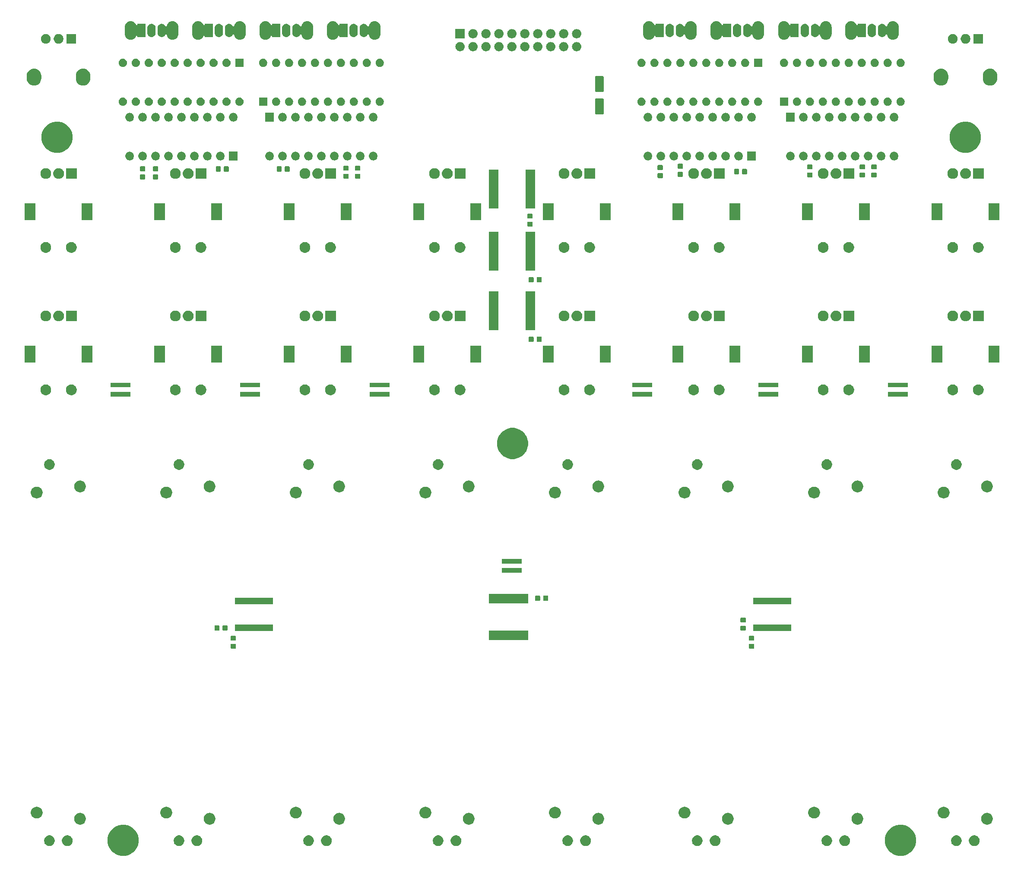
<source format=gbr>
G04 #@! TF.GenerationSoftware,KiCad,Pcbnew,(5.1.4)-1*
G04 #@! TF.CreationDate,2019-10-13T10:06:27+02:00*
G04 #@! TF.ProjectId,ctrl_interface,6374726c-5f69-46e7-9465-72666163652e,rev?*
G04 #@! TF.SameCoordinates,Original*
G04 #@! TF.FileFunction,Soldermask,Bot*
G04 #@! TF.FilePolarity,Negative*
%FSLAX46Y46*%
G04 Gerber Fmt 4.6, Leading zero omitted, Abs format (unit mm)*
G04 Created by KiCad (PCBNEW (5.1.4)-1) date 2019-10-13 10:06:27*
%MOMM*%
%LPD*%
G04 APERTURE LIST*
%ADD10C,0.100000*%
G04 APERTURE END LIST*
D10*
G36*
X229489943Y-173088248D02*
G01*
X230045189Y-173318238D01*
X230293347Y-173484052D01*
X230544899Y-173652134D01*
X230969866Y-174077101D01*
X231118440Y-174299458D01*
X231303762Y-174576811D01*
X231533752Y-175132057D01*
X231651000Y-175721501D01*
X231651000Y-176322499D01*
X231533752Y-176911943D01*
X231303762Y-177467189D01*
X231303761Y-177467190D01*
X230969866Y-177966899D01*
X230544899Y-178391866D01*
X230404573Y-178485629D01*
X230045189Y-178725762D01*
X229489943Y-178955752D01*
X228900499Y-179073000D01*
X228299501Y-179073000D01*
X227710057Y-178955752D01*
X227154811Y-178725762D01*
X226795427Y-178485629D01*
X226655101Y-178391866D01*
X226230134Y-177966899D01*
X225896239Y-177467190D01*
X225896238Y-177467189D01*
X225666248Y-176911943D01*
X225549000Y-176322499D01*
X225549000Y-175721501D01*
X225666248Y-175132057D01*
X225896238Y-174576811D01*
X226081560Y-174299458D01*
X226230134Y-174077101D01*
X226655101Y-173652134D01*
X226906653Y-173484052D01*
X227154811Y-173318238D01*
X227710057Y-173088248D01*
X228299501Y-172971000D01*
X228900499Y-172971000D01*
X229489943Y-173088248D01*
X229489943Y-173088248D01*
G37*
G36*
X77089943Y-173088248D02*
G01*
X77645189Y-173318238D01*
X77893347Y-173484052D01*
X78144899Y-173652134D01*
X78569866Y-174077101D01*
X78718440Y-174299458D01*
X78903762Y-174576811D01*
X79133752Y-175132057D01*
X79251000Y-175721501D01*
X79251000Y-176322499D01*
X79133752Y-176911943D01*
X78903762Y-177467189D01*
X78903761Y-177467190D01*
X78569866Y-177966899D01*
X78144899Y-178391866D01*
X78004573Y-178485629D01*
X77645189Y-178725762D01*
X77089943Y-178955752D01*
X76500499Y-179073000D01*
X75899501Y-179073000D01*
X75310057Y-178955752D01*
X74754811Y-178725762D01*
X74395427Y-178485629D01*
X74255101Y-178391866D01*
X73830134Y-177966899D01*
X73496239Y-177467190D01*
X73496238Y-177467189D01*
X73266248Y-176911943D01*
X73149000Y-176322499D01*
X73149000Y-175721501D01*
X73266248Y-175132057D01*
X73496238Y-174576811D01*
X73681560Y-174299458D01*
X73830134Y-174077101D01*
X74255101Y-173652134D01*
X74506653Y-173484052D01*
X74754811Y-173318238D01*
X75310057Y-173088248D01*
X75899501Y-172971000D01*
X76500499Y-172971000D01*
X77089943Y-173088248D01*
X77089943Y-173088248D01*
G37*
G36*
X163656564Y-175081389D02*
G01*
X163847833Y-175160615D01*
X163847835Y-175160616D01*
X164019973Y-175275635D01*
X164166365Y-175422027D01*
X164277487Y-175588332D01*
X164281385Y-175594167D01*
X164360611Y-175785436D01*
X164401000Y-175988484D01*
X164401000Y-176195516D01*
X164360611Y-176398564D01*
X164281385Y-176589833D01*
X164281384Y-176589835D01*
X164166365Y-176761973D01*
X164019973Y-176908365D01*
X163847835Y-177023384D01*
X163847834Y-177023385D01*
X163847833Y-177023385D01*
X163656564Y-177102611D01*
X163453516Y-177143000D01*
X163246484Y-177143000D01*
X163043436Y-177102611D01*
X162852167Y-177023385D01*
X162852166Y-177023385D01*
X162852165Y-177023384D01*
X162680027Y-176908365D01*
X162533635Y-176761973D01*
X162418616Y-176589835D01*
X162418615Y-176589833D01*
X162339389Y-176398564D01*
X162299000Y-176195516D01*
X162299000Y-175988484D01*
X162339389Y-175785436D01*
X162418615Y-175594167D01*
X162422514Y-175588332D01*
X162533635Y-175422027D01*
X162680027Y-175275635D01*
X162852165Y-175160616D01*
X162852167Y-175160615D01*
X163043436Y-175081389D01*
X163246484Y-175041000D01*
X163453516Y-175041000D01*
X163656564Y-175081389D01*
X163656564Y-175081389D01*
G37*
G36*
X62056564Y-175081389D02*
G01*
X62247833Y-175160615D01*
X62247835Y-175160616D01*
X62419973Y-175275635D01*
X62566365Y-175422027D01*
X62677487Y-175588332D01*
X62681385Y-175594167D01*
X62760611Y-175785436D01*
X62801000Y-175988484D01*
X62801000Y-176195516D01*
X62760611Y-176398564D01*
X62681385Y-176589833D01*
X62681384Y-176589835D01*
X62566365Y-176761973D01*
X62419973Y-176908365D01*
X62247835Y-177023384D01*
X62247834Y-177023385D01*
X62247833Y-177023385D01*
X62056564Y-177102611D01*
X61853516Y-177143000D01*
X61646484Y-177143000D01*
X61443436Y-177102611D01*
X61252167Y-177023385D01*
X61252166Y-177023385D01*
X61252165Y-177023384D01*
X61080027Y-176908365D01*
X60933635Y-176761973D01*
X60818616Y-176589835D01*
X60818615Y-176589833D01*
X60739389Y-176398564D01*
X60699000Y-176195516D01*
X60699000Y-175988484D01*
X60739389Y-175785436D01*
X60818615Y-175594167D01*
X60822514Y-175588332D01*
X60933635Y-175422027D01*
X61080027Y-175275635D01*
X61252165Y-175160616D01*
X61252167Y-175160615D01*
X61443436Y-175081389D01*
X61646484Y-175041000D01*
X61853516Y-175041000D01*
X62056564Y-175081389D01*
X62056564Y-175081389D01*
G37*
G36*
X167156564Y-175081389D02*
G01*
X167347833Y-175160615D01*
X167347835Y-175160616D01*
X167519973Y-175275635D01*
X167666365Y-175422027D01*
X167777487Y-175588332D01*
X167781385Y-175594167D01*
X167860611Y-175785436D01*
X167901000Y-175988484D01*
X167901000Y-176195516D01*
X167860611Y-176398564D01*
X167781385Y-176589833D01*
X167781384Y-176589835D01*
X167666365Y-176761973D01*
X167519973Y-176908365D01*
X167347835Y-177023384D01*
X167347834Y-177023385D01*
X167347833Y-177023385D01*
X167156564Y-177102611D01*
X166953516Y-177143000D01*
X166746484Y-177143000D01*
X166543436Y-177102611D01*
X166352167Y-177023385D01*
X166352166Y-177023385D01*
X166352165Y-177023384D01*
X166180027Y-176908365D01*
X166033635Y-176761973D01*
X165918616Y-176589835D01*
X165918615Y-176589833D01*
X165839389Y-176398564D01*
X165799000Y-176195516D01*
X165799000Y-175988484D01*
X165839389Y-175785436D01*
X165918615Y-175594167D01*
X165922514Y-175588332D01*
X166033635Y-175422027D01*
X166180027Y-175275635D01*
X166352165Y-175160616D01*
X166352167Y-175160615D01*
X166543436Y-175081389D01*
X166746484Y-175041000D01*
X166953516Y-175041000D01*
X167156564Y-175081389D01*
X167156564Y-175081389D01*
G37*
G36*
X192556564Y-175081389D02*
G01*
X192747833Y-175160615D01*
X192747835Y-175160616D01*
X192919973Y-175275635D01*
X193066365Y-175422027D01*
X193177487Y-175588332D01*
X193181385Y-175594167D01*
X193260611Y-175785436D01*
X193301000Y-175988484D01*
X193301000Y-176195516D01*
X193260611Y-176398564D01*
X193181385Y-176589833D01*
X193181384Y-176589835D01*
X193066365Y-176761973D01*
X192919973Y-176908365D01*
X192747835Y-177023384D01*
X192747834Y-177023385D01*
X192747833Y-177023385D01*
X192556564Y-177102611D01*
X192353516Y-177143000D01*
X192146484Y-177143000D01*
X191943436Y-177102611D01*
X191752167Y-177023385D01*
X191752166Y-177023385D01*
X191752165Y-177023384D01*
X191580027Y-176908365D01*
X191433635Y-176761973D01*
X191318616Y-176589835D01*
X191318615Y-176589833D01*
X191239389Y-176398564D01*
X191199000Y-176195516D01*
X191199000Y-175988484D01*
X191239389Y-175785436D01*
X191318615Y-175594167D01*
X191322514Y-175588332D01*
X191433635Y-175422027D01*
X191580027Y-175275635D01*
X191752165Y-175160616D01*
X191752167Y-175160615D01*
X191943436Y-175081389D01*
X192146484Y-175041000D01*
X192353516Y-175041000D01*
X192556564Y-175081389D01*
X192556564Y-175081389D01*
G37*
G36*
X189056564Y-175081389D02*
G01*
X189247833Y-175160615D01*
X189247835Y-175160616D01*
X189419973Y-175275635D01*
X189566365Y-175422027D01*
X189677487Y-175588332D01*
X189681385Y-175594167D01*
X189760611Y-175785436D01*
X189801000Y-175988484D01*
X189801000Y-176195516D01*
X189760611Y-176398564D01*
X189681385Y-176589833D01*
X189681384Y-176589835D01*
X189566365Y-176761973D01*
X189419973Y-176908365D01*
X189247835Y-177023384D01*
X189247834Y-177023385D01*
X189247833Y-177023385D01*
X189056564Y-177102611D01*
X188853516Y-177143000D01*
X188646484Y-177143000D01*
X188443436Y-177102611D01*
X188252167Y-177023385D01*
X188252166Y-177023385D01*
X188252165Y-177023384D01*
X188080027Y-176908365D01*
X187933635Y-176761973D01*
X187818616Y-176589835D01*
X187818615Y-176589833D01*
X187739389Y-176398564D01*
X187699000Y-176195516D01*
X187699000Y-175988484D01*
X187739389Y-175785436D01*
X187818615Y-175594167D01*
X187822514Y-175588332D01*
X187933635Y-175422027D01*
X188080027Y-175275635D01*
X188252165Y-175160616D01*
X188252167Y-175160615D01*
X188443436Y-175081389D01*
X188646484Y-175041000D01*
X188853516Y-175041000D01*
X189056564Y-175081389D01*
X189056564Y-175081389D01*
G37*
G36*
X217956564Y-175081389D02*
G01*
X218147833Y-175160615D01*
X218147835Y-175160616D01*
X218319973Y-175275635D01*
X218466365Y-175422027D01*
X218577487Y-175588332D01*
X218581385Y-175594167D01*
X218660611Y-175785436D01*
X218701000Y-175988484D01*
X218701000Y-176195516D01*
X218660611Y-176398564D01*
X218581385Y-176589833D01*
X218581384Y-176589835D01*
X218466365Y-176761973D01*
X218319973Y-176908365D01*
X218147835Y-177023384D01*
X218147834Y-177023385D01*
X218147833Y-177023385D01*
X217956564Y-177102611D01*
X217753516Y-177143000D01*
X217546484Y-177143000D01*
X217343436Y-177102611D01*
X217152167Y-177023385D01*
X217152166Y-177023385D01*
X217152165Y-177023384D01*
X216980027Y-176908365D01*
X216833635Y-176761973D01*
X216718616Y-176589835D01*
X216718615Y-176589833D01*
X216639389Y-176398564D01*
X216599000Y-176195516D01*
X216599000Y-175988484D01*
X216639389Y-175785436D01*
X216718615Y-175594167D01*
X216722514Y-175588332D01*
X216833635Y-175422027D01*
X216980027Y-175275635D01*
X217152165Y-175160616D01*
X217152167Y-175160615D01*
X217343436Y-175081389D01*
X217546484Y-175041000D01*
X217753516Y-175041000D01*
X217956564Y-175081389D01*
X217956564Y-175081389D01*
G37*
G36*
X239856564Y-175081389D02*
G01*
X240047833Y-175160615D01*
X240047835Y-175160616D01*
X240219973Y-175275635D01*
X240366365Y-175422027D01*
X240477487Y-175588332D01*
X240481385Y-175594167D01*
X240560611Y-175785436D01*
X240601000Y-175988484D01*
X240601000Y-176195516D01*
X240560611Y-176398564D01*
X240481385Y-176589833D01*
X240481384Y-176589835D01*
X240366365Y-176761973D01*
X240219973Y-176908365D01*
X240047835Y-177023384D01*
X240047834Y-177023385D01*
X240047833Y-177023385D01*
X239856564Y-177102611D01*
X239653516Y-177143000D01*
X239446484Y-177143000D01*
X239243436Y-177102611D01*
X239052167Y-177023385D01*
X239052166Y-177023385D01*
X239052165Y-177023384D01*
X238880027Y-176908365D01*
X238733635Y-176761973D01*
X238618616Y-176589835D01*
X238618615Y-176589833D01*
X238539389Y-176398564D01*
X238499000Y-176195516D01*
X238499000Y-175988484D01*
X238539389Y-175785436D01*
X238618615Y-175594167D01*
X238622514Y-175588332D01*
X238733635Y-175422027D01*
X238880027Y-175275635D01*
X239052165Y-175160616D01*
X239052167Y-175160615D01*
X239243436Y-175081389D01*
X239446484Y-175041000D01*
X239653516Y-175041000D01*
X239856564Y-175081389D01*
X239856564Y-175081389D01*
G37*
G36*
X243356564Y-175081389D02*
G01*
X243547833Y-175160615D01*
X243547835Y-175160616D01*
X243719973Y-175275635D01*
X243866365Y-175422027D01*
X243977487Y-175588332D01*
X243981385Y-175594167D01*
X244060611Y-175785436D01*
X244101000Y-175988484D01*
X244101000Y-176195516D01*
X244060611Y-176398564D01*
X243981385Y-176589833D01*
X243981384Y-176589835D01*
X243866365Y-176761973D01*
X243719973Y-176908365D01*
X243547835Y-177023384D01*
X243547834Y-177023385D01*
X243547833Y-177023385D01*
X243356564Y-177102611D01*
X243153516Y-177143000D01*
X242946484Y-177143000D01*
X242743436Y-177102611D01*
X242552167Y-177023385D01*
X242552166Y-177023385D01*
X242552165Y-177023384D01*
X242380027Y-176908365D01*
X242233635Y-176761973D01*
X242118616Y-176589835D01*
X242118615Y-176589833D01*
X242039389Y-176398564D01*
X241999000Y-176195516D01*
X241999000Y-175988484D01*
X242039389Y-175785436D01*
X242118615Y-175594167D01*
X242122514Y-175588332D01*
X242233635Y-175422027D01*
X242380027Y-175275635D01*
X242552165Y-175160616D01*
X242552167Y-175160615D01*
X242743436Y-175081389D01*
X242946484Y-175041000D01*
X243153516Y-175041000D01*
X243356564Y-175081389D01*
X243356564Y-175081389D01*
G37*
G36*
X214456564Y-175081389D02*
G01*
X214647833Y-175160615D01*
X214647835Y-175160616D01*
X214819973Y-175275635D01*
X214966365Y-175422027D01*
X215077487Y-175588332D01*
X215081385Y-175594167D01*
X215160611Y-175785436D01*
X215201000Y-175988484D01*
X215201000Y-176195516D01*
X215160611Y-176398564D01*
X215081385Y-176589833D01*
X215081384Y-176589835D01*
X214966365Y-176761973D01*
X214819973Y-176908365D01*
X214647835Y-177023384D01*
X214647834Y-177023385D01*
X214647833Y-177023385D01*
X214456564Y-177102611D01*
X214253516Y-177143000D01*
X214046484Y-177143000D01*
X213843436Y-177102611D01*
X213652167Y-177023385D01*
X213652166Y-177023385D01*
X213652165Y-177023384D01*
X213480027Y-176908365D01*
X213333635Y-176761973D01*
X213218616Y-176589835D01*
X213218615Y-176589833D01*
X213139389Y-176398564D01*
X213099000Y-176195516D01*
X213099000Y-175988484D01*
X213139389Y-175785436D01*
X213218615Y-175594167D01*
X213222514Y-175588332D01*
X213333635Y-175422027D01*
X213480027Y-175275635D01*
X213652165Y-175160616D01*
X213652167Y-175160615D01*
X213843436Y-175081389D01*
X214046484Y-175041000D01*
X214253516Y-175041000D01*
X214456564Y-175081389D01*
X214456564Y-175081389D01*
G37*
G36*
X87456564Y-175081389D02*
G01*
X87647833Y-175160615D01*
X87647835Y-175160616D01*
X87819973Y-175275635D01*
X87966365Y-175422027D01*
X88077487Y-175588332D01*
X88081385Y-175594167D01*
X88160611Y-175785436D01*
X88201000Y-175988484D01*
X88201000Y-176195516D01*
X88160611Y-176398564D01*
X88081385Y-176589833D01*
X88081384Y-176589835D01*
X87966365Y-176761973D01*
X87819973Y-176908365D01*
X87647835Y-177023384D01*
X87647834Y-177023385D01*
X87647833Y-177023385D01*
X87456564Y-177102611D01*
X87253516Y-177143000D01*
X87046484Y-177143000D01*
X86843436Y-177102611D01*
X86652167Y-177023385D01*
X86652166Y-177023385D01*
X86652165Y-177023384D01*
X86480027Y-176908365D01*
X86333635Y-176761973D01*
X86218616Y-176589835D01*
X86218615Y-176589833D01*
X86139389Y-176398564D01*
X86099000Y-176195516D01*
X86099000Y-175988484D01*
X86139389Y-175785436D01*
X86218615Y-175594167D01*
X86222514Y-175588332D01*
X86333635Y-175422027D01*
X86480027Y-175275635D01*
X86652165Y-175160616D01*
X86652167Y-175160615D01*
X86843436Y-175081389D01*
X87046484Y-175041000D01*
X87253516Y-175041000D01*
X87456564Y-175081389D01*
X87456564Y-175081389D01*
G37*
G36*
X90956564Y-175081389D02*
G01*
X91147833Y-175160615D01*
X91147835Y-175160616D01*
X91319973Y-175275635D01*
X91466365Y-175422027D01*
X91577487Y-175588332D01*
X91581385Y-175594167D01*
X91660611Y-175785436D01*
X91701000Y-175988484D01*
X91701000Y-176195516D01*
X91660611Y-176398564D01*
X91581385Y-176589833D01*
X91581384Y-176589835D01*
X91466365Y-176761973D01*
X91319973Y-176908365D01*
X91147835Y-177023384D01*
X91147834Y-177023385D01*
X91147833Y-177023385D01*
X90956564Y-177102611D01*
X90753516Y-177143000D01*
X90546484Y-177143000D01*
X90343436Y-177102611D01*
X90152167Y-177023385D01*
X90152166Y-177023385D01*
X90152165Y-177023384D01*
X89980027Y-176908365D01*
X89833635Y-176761973D01*
X89718616Y-176589835D01*
X89718615Y-176589833D01*
X89639389Y-176398564D01*
X89599000Y-176195516D01*
X89599000Y-175988484D01*
X89639389Y-175785436D01*
X89718615Y-175594167D01*
X89722514Y-175588332D01*
X89833635Y-175422027D01*
X89980027Y-175275635D01*
X90152165Y-175160616D01*
X90152167Y-175160615D01*
X90343436Y-175081389D01*
X90546484Y-175041000D01*
X90753516Y-175041000D01*
X90956564Y-175081389D01*
X90956564Y-175081389D01*
G37*
G36*
X116356564Y-175081389D02*
G01*
X116547833Y-175160615D01*
X116547835Y-175160616D01*
X116719973Y-175275635D01*
X116866365Y-175422027D01*
X116977487Y-175588332D01*
X116981385Y-175594167D01*
X117060611Y-175785436D01*
X117101000Y-175988484D01*
X117101000Y-176195516D01*
X117060611Y-176398564D01*
X116981385Y-176589833D01*
X116981384Y-176589835D01*
X116866365Y-176761973D01*
X116719973Y-176908365D01*
X116547835Y-177023384D01*
X116547834Y-177023385D01*
X116547833Y-177023385D01*
X116356564Y-177102611D01*
X116153516Y-177143000D01*
X115946484Y-177143000D01*
X115743436Y-177102611D01*
X115552167Y-177023385D01*
X115552166Y-177023385D01*
X115552165Y-177023384D01*
X115380027Y-176908365D01*
X115233635Y-176761973D01*
X115118616Y-176589835D01*
X115118615Y-176589833D01*
X115039389Y-176398564D01*
X114999000Y-176195516D01*
X114999000Y-175988484D01*
X115039389Y-175785436D01*
X115118615Y-175594167D01*
X115122514Y-175588332D01*
X115233635Y-175422027D01*
X115380027Y-175275635D01*
X115552165Y-175160616D01*
X115552167Y-175160615D01*
X115743436Y-175081389D01*
X115946484Y-175041000D01*
X116153516Y-175041000D01*
X116356564Y-175081389D01*
X116356564Y-175081389D01*
G37*
G36*
X112856564Y-175081389D02*
G01*
X113047833Y-175160615D01*
X113047835Y-175160616D01*
X113219973Y-175275635D01*
X113366365Y-175422027D01*
X113477487Y-175588332D01*
X113481385Y-175594167D01*
X113560611Y-175785436D01*
X113601000Y-175988484D01*
X113601000Y-176195516D01*
X113560611Y-176398564D01*
X113481385Y-176589833D01*
X113481384Y-176589835D01*
X113366365Y-176761973D01*
X113219973Y-176908365D01*
X113047835Y-177023384D01*
X113047834Y-177023385D01*
X113047833Y-177023385D01*
X112856564Y-177102611D01*
X112653516Y-177143000D01*
X112446484Y-177143000D01*
X112243436Y-177102611D01*
X112052167Y-177023385D01*
X112052166Y-177023385D01*
X112052165Y-177023384D01*
X111880027Y-176908365D01*
X111733635Y-176761973D01*
X111618616Y-176589835D01*
X111618615Y-176589833D01*
X111539389Y-176398564D01*
X111499000Y-176195516D01*
X111499000Y-175988484D01*
X111539389Y-175785436D01*
X111618615Y-175594167D01*
X111622514Y-175588332D01*
X111733635Y-175422027D01*
X111880027Y-175275635D01*
X112052165Y-175160616D01*
X112052167Y-175160615D01*
X112243436Y-175081389D01*
X112446484Y-175041000D01*
X112653516Y-175041000D01*
X112856564Y-175081389D01*
X112856564Y-175081389D01*
G37*
G36*
X138256564Y-175081389D02*
G01*
X138447833Y-175160615D01*
X138447835Y-175160616D01*
X138619973Y-175275635D01*
X138766365Y-175422027D01*
X138877487Y-175588332D01*
X138881385Y-175594167D01*
X138960611Y-175785436D01*
X139001000Y-175988484D01*
X139001000Y-176195516D01*
X138960611Y-176398564D01*
X138881385Y-176589833D01*
X138881384Y-176589835D01*
X138766365Y-176761973D01*
X138619973Y-176908365D01*
X138447835Y-177023384D01*
X138447834Y-177023385D01*
X138447833Y-177023385D01*
X138256564Y-177102611D01*
X138053516Y-177143000D01*
X137846484Y-177143000D01*
X137643436Y-177102611D01*
X137452167Y-177023385D01*
X137452166Y-177023385D01*
X137452165Y-177023384D01*
X137280027Y-176908365D01*
X137133635Y-176761973D01*
X137018616Y-176589835D01*
X137018615Y-176589833D01*
X136939389Y-176398564D01*
X136899000Y-176195516D01*
X136899000Y-175988484D01*
X136939389Y-175785436D01*
X137018615Y-175594167D01*
X137022514Y-175588332D01*
X137133635Y-175422027D01*
X137280027Y-175275635D01*
X137452165Y-175160616D01*
X137452167Y-175160615D01*
X137643436Y-175081389D01*
X137846484Y-175041000D01*
X138053516Y-175041000D01*
X138256564Y-175081389D01*
X138256564Y-175081389D01*
G37*
G36*
X141756564Y-175081389D02*
G01*
X141947833Y-175160615D01*
X141947835Y-175160616D01*
X142119973Y-175275635D01*
X142266365Y-175422027D01*
X142377487Y-175588332D01*
X142381385Y-175594167D01*
X142460611Y-175785436D01*
X142501000Y-175988484D01*
X142501000Y-176195516D01*
X142460611Y-176398564D01*
X142381385Y-176589833D01*
X142381384Y-176589835D01*
X142266365Y-176761973D01*
X142119973Y-176908365D01*
X141947835Y-177023384D01*
X141947834Y-177023385D01*
X141947833Y-177023385D01*
X141756564Y-177102611D01*
X141553516Y-177143000D01*
X141346484Y-177143000D01*
X141143436Y-177102611D01*
X140952167Y-177023385D01*
X140952166Y-177023385D01*
X140952165Y-177023384D01*
X140780027Y-176908365D01*
X140633635Y-176761973D01*
X140518616Y-176589835D01*
X140518615Y-176589833D01*
X140439389Y-176398564D01*
X140399000Y-176195516D01*
X140399000Y-175988484D01*
X140439389Y-175785436D01*
X140518615Y-175594167D01*
X140522514Y-175588332D01*
X140633635Y-175422027D01*
X140780027Y-175275635D01*
X140952165Y-175160616D01*
X140952167Y-175160615D01*
X141143436Y-175081389D01*
X141346484Y-175041000D01*
X141553516Y-175041000D01*
X141756564Y-175081389D01*
X141756564Y-175081389D01*
G37*
G36*
X65556564Y-175081389D02*
G01*
X65747833Y-175160615D01*
X65747835Y-175160616D01*
X65919973Y-175275635D01*
X66066365Y-175422027D01*
X66177487Y-175588332D01*
X66181385Y-175594167D01*
X66260611Y-175785436D01*
X66301000Y-175988484D01*
X66301000Y-176195516D01*
X66260611Y-176398564D01*
X66181385Y-176589833D01*
X66181384Y-176589835D01*
X66066365Y-176761973D01*
X65919973Y-176908365D01*
X65747835Y-177023384D01*
X65747834Y-177023385D01*
X65747833Y-177023385D01*
X65556564Y-177102611D01*
X65353516Y-177143000D01*
X65146484Y-177143000D01*
X64943436Y-177102611D01*
X64752167Y-177023385D01*
X64752166Y-177023385D01*
X64752165Y-177023384D01*
X64580027Y-176908365D01*
X64433635Y-176761973D01*
X64318616Y-176589835D01*
X64318615Y-176589833D01*
X64239389Y-176398564D01*
X64199000Y-176195516D01*
X64199000Y-175988484D01*
X64239389Y-175785436D01*
X64318615Y-175594167D01*
X64322514Y-175588332D01*
X64433635Y-175422027D01*
X64580027Y-175275635D01*
X64752165Y-175160616D01*
X64752167Y-175160615D01*
X64943436Y-175081389D01*
X65146484Y-175041000D01*
X65353516Y-175041000D01*
X65556564Y-175081389D01*
X65556564Y-175081389D01*
G37*
G36*
X144174549Y-170663116D02*
G01*
X144285734Y-170685232D01*
X144495203Y-170771997D01*
X144683720Y-170897960D01*
X144844040Y-171058280D01*
X144970003Y-171246797D01*
X145056768Y-171456266D01*
X145101000Y-171678636D01*
X145101000Y-171905364D01*
X145056768Y-172127734D01*
X144970003Y-172337203D01*
X144844040Y-172525720D01*
X144683720Y-172686040D01*
X144495203Y-172812003D01*
X144285734Y-172898768D01*
X144174549Y-172920884D01*
X144063365Y-172943000D01*
X143836635Y-172943000D01*
X143725451Y-172920884D01*
X143614266Y-172898768D01*
X143404797Y-172812003D01*
X143216280Y-172686040D01*
X143055960Y-172525720D01*
X142929997Y-172337203D01*
X142843232Y-172127734D01*
X142799000Y-171905364D01*
X142799000Y-171678636D01*
X142843232Y-171456266D01*
X142929997Y-171246797D01*
X143055960Y-171058280D01*
X143216280Y-170897960D01*
X143404797Y-170771997D01*
X143614266Y-170685232D01*
X143725451Y-170663116D01*
X143836635Y-170641000D01*
X144063365Y-170641000D01*
X144174549Y-170663116D01*
X144174549Y-170663116D01*
G37*
G36*
X67974549Y-170663116D02*
G01*
X68085734Y-170685232D01*
X68295203Y-170771997D01*
X68483720Y-170897960D01*
X68644040Y-171058280D01*
X68770003Y-171246797D01*
X68856768Y-171456266D01*
X68901000Y-171678636D01*
X68901000Y-171905364D01*
X68856768Y-172127734D01*
X68770003Y-172337203D01*
X68644040Y-172525720D01*
X68483720Y-172686040D01*
X68295203Y-172812003D01*
X68085734Y-172898768D01*
X67974549Y-172920884D01*
X67863365Y-172943000D01*
X67636635Y-172943000D01*
X67525451Y-172920884D01*
X67414266Y-172898768D01*
X67204797Y-172812003D01*
X67016280Y-172686040D01*
X66855960Y-172525720D01*
X66729997Y-172337203D01*
X66643232Y-172127734D01*
X66599000Y-171905364D01*
X66599000Y-171678636D01*
X66643232Y-171456266D01*
X66729997Y-171246797D01*
X66855960Y-171058280D01*
X67016280Y-170897960D01*
X67204797Y-170771997D01*
X67414266Y-170685232D01*
X67525451Y-170663116D01*
X67636635Y-170641000D01*
X67863365Y-170641000D01*
X67974549Y-170663116D01*
X67974549Y-170663116D01*
G37*
G36*
X118774549Y-170663116D02*
G01*
X118885734Y-170685232D01*
X119095203Y-170771997D01*
X119283720Y-170897960D01*
X119444040Y-171058280D01*
X119570003Y-171246797D01*
X119656768Y-171456266D01*
X119701000Y-171678636D01*
X119701000Y-171905364D01*
X119656768Y-172127734D01*
X119570003Y-172337203D01*
X119444040Y-172525720D01*
X119283720Y-172686040D01*
X119095203Y-172812003D01*
X118885734Y-172898768D01*
X118774549Y-172920884D01*
X118663365Y-172943000D01*
X118436635Y-172943000D01*
X118325451Y-172920884D01*
X118214266Y-172898768D01*
X118004797Y-172812003D01*
X117816280Y-172686040D01*
X117655960Y-172525720D01*
X117529997Y-172337203D01*
X117443232Y-172127734D01*
X117399000Y-171905364D01*
X117399000Y-171678636D01*
X117443232Y-171456266D01*
X117529997Y-171246797D01*
X117655960Y-171058280D01*
X117816280Y-170897960D01*
X118004797Y-170771997D01*
X118214266Y-170685232D01*
X118325451Y-170663116D01*
X118436635Y-170641000D01*
X118663365Y-170641000D01*
X118774549Y-170663116D01*
X118774549Y-170663116D01*
G37*
G36*
X93374549Y-170663116D02*
G01*
X93485734Y-170685232D01*
X93695203Y-170771997D01*
X93883720Y-170897960D01*
X94044040Y-171058280D01*
X94170003Y-171246797D01*
X94256768Y-171456266D01*
X94301000Y-171678636D01*
X94301000Y-171905364D01*
X94256768Y-172127734D01*
X94170003Y-172337203D01*
X94044040Y-172525720D01*
X93883720Y-172686040D01*
X93695203Y-172812003D01*
X93485734Y-172898768D01*
X93374549Y-172920884D01*
X93263365Y-172943000D01*
X93036635Y-172943000D01*
X92925451Y-172920884D01*
X92814266Y-172898768D01*
X92604797Y-172812003D01*
X92416280Y-172686040D01*
X92255960Y-172525720D01*
X92129997Y-172337203D01*
X92043232Y-172127734D01*
X91999000Y-171905364D01*
X91999000Y-171678636D01*
X92043232Y-171456266D01*
X92129997Y-171246797D01*
X92255960Y-171058280D01*
X92416280Y-170897960D01*
X92604797Y-170771997D01*
X92814266Y-170685232D01*
X92925451Y-170663116D01*
X93036635Y-170641000D01*
X93263365Y-170641000D01*
X93374549Y-170663116D01*
X93374549Y-170663116D01*
G37*
G36*
X245774549Y-170663116D02*
G01*
X245885734Y-170685232D01*
X246095203Y-170771997D01*
X246283720Y-170897960D01*
X246444040Y-171058280D01*
X246570003Y-171246797D01*
X246656768Y-171456266D01*
X246701000Y-171678636D01*
X246701000Y-171905364D01*
X246656768Y-172127734D01*
X246570003Y-172337203D01*
X246444040Y-172525720D01*
X246283720Y-172686040D01*
X246095203Y-172812003D01*
X245885734Y-172898768D01*
X245774549Y-172920884D01*
X245663365Y-172943000D01*
X245436635Y-172943000D01*
X245325451Y-172920884D01*
X245214266Y-172898768D01*
X245004797Y-172812003D01*
X244816280Y-172686040D01*
X244655960Y-172525720D01*
X244529997Y-172337203D01*
X244443232Y-172127734D01*
X244399000Y-171905364D01*
X244399000Y-171678636D01*
X244443232Y-171456266D01*
X244529997Y-171246797D01*
X244655960Y-171058280D01*
X244816280Y-170897960D01*
X245004797Y-170771997D01*
X245214266Y-170685232D01*
X245325451Y-170663116D01*
X245436635Y-170641000D01*
X245663365Y-170641000D01*
X245774549Y-170663116D01*
X245774549Y-170663116D01*
G37*
G36*
X220374549Y-170663116D02*
G01*
X220485734Y-170685232D01*
X220695203Y-170771997D01*
X220883720Y-170897960D01*
X221044040Y-171058280D01*
X221170003Y-171246797D01*
X221256768Y-171456266D01*
X221301000Y-171678636D01*
X221301000Y-171905364D01*
X221256768Y-172127734D01*
X221170003Y-172337203D01*
X221044040Y-172525720D01*
X220883720Y-172686040D01*
X220695203Y-172812003D01*
X220485734Y-172898768D01*
X220374549Y-172920884D01*
X220263365Y-172943000D01*
X220036635Y-172943000D01*
X219925451Y-172920884D01*
X219814266Y-172898768D01*
X219604797Y-172812003D01*
X219416280Y-172686040D01*
X219255960Y-172525720D01*
X219129997Y-172337203D01*
X219043232Y-172127734D01*
X218999000Y-171905364D01*
X218999000Y-171678636D01*
X219043232Y-171456266D01*
X219129997Y-171246797D01*
X219255960Y-171058280D01*
X219416280Y-170897960D01*
X219604797Y-170771997D01*
X219814266Y-170685232D01*
X219925451Y-170663116D01*
X220036635Y-170641000D01*
X220263365Y-170641000D01*
X220374549Y-170663116D01*
X220374549Y-170663116D01*
G37*
G36*
X194974549Y-170663116D02*
G01*
X195085734Y-170685232D01*
X195295203Y-170771997D01*
X195483720Y-170897960D01*
X195644040Y-171058280D01*
X195770003Y-171246797D01*
X195856768Y-171456266D01*
X195901000Y-171678636D01*
X195901000Y-171905364D01*
X195856768Y-172127734D01*
X195770003Y-172337203D01*
X195644040Y-172525720D01*
X195483720Y-172686040D01*
X195295203Y-172812003D01*
X195085734Y-172898768D01*
X194974549Y-172920884D01*
X194863365Y-172943000D01*
X194636635Y-172943000D01*
X194525451Y-172920884D01*
X194414266Y-172898768D01*
X194204797Y-172812003D01*
X194016280Y-172686040D01*
X193855960Y-172525720D01*
X193729997Y-172337203D01*
X193643232Y-172127734D01*
X193599000Y-171905364D01*
X193599000Y-171678636D01*
X193643232Y-171456266D01*
X193729997Y-171246797D01*
X193855960Y-171058280D01*
X194016280Y-170897960D01*
X194204797Y-170771997D01*
X194414266Y-170685232D01*
X194525451Y-170663116D01*
X194636635Y-170641000D01*
X194863365Y-170641000D01*
X194974549Y-170663116D01*
X194974549Y-170663116D01*
G37*
G36*
X169574549Y-170663116D02*
G01*
X169685734Y-170685232D01*
X169895203Y-170771997D01*
X170083720Y-170897960D01*
X170244040Y-171058280D01*
X170370003Y-171246797D01*
X170456768Y-171456266D01*
X170501000Y-171678636D01*
X170501000Y-171905364D01*
X170456768Y-172127734D01*
X170370003Y-172337203D01*
X170244040Y-172525720D01*
X170083720Y-172686040D01*
X169895203Y-172812003D01*
X169685734Y-172898768D01*
X169574549Y-172920884D01*
X169463365Y-172943000D01*
X169236635Y-172943000D01*
X169125451Y-172920884D01*
X169014266Y-172898768D01*
X168804797Y-172812003D01*
X168616280Y-172686040D01*
X168455960Y-172525720D01*
X168329997Y-172337203D01*
X168243232Y-172127734D01*
X168199000Y-171905364D01*
X168199000Y-171678636D01*
X168243232Y-171456266D01*
X168329997Y-171246797D01*
X168455960Y-171058280D01*
X168616280Y-170897960D01*
X168804797Y-170771997D01*
X169014266Y-170685232D01*
X169125451Y-170663116D01*
X169236635Y-170641000D01*
X169463365Y-170641000D01*
X169574549Y-170663116D01*
X169574549Y-170663116D01*
G37*
G36*
X110274549Y-169463116D02*
G01*
X110385734Y-169485232D01*
X110595203Y-169571997D01*
X110783720Y-169697960D01*
X110944040Y-169858280D01*
X111070003Y-170046797D01*
X111156768Y-170256266D01*
X111201000Y-170478636D01*
X111201000Y-170705364D01*
X111156768Y-170927734D01*
X111070003Y-171137203D01*
X110944040Y-171325720D01*
X110783720Y-171486040D01*
X110595203Y-171612003D01*
X110385734Y-171698768D01*
X110274549Y-171720884D01*
X110163365Y-171743000D01*
X109936635Y-171743000D01*
X109825451Y-171720884D01*
X109714266Y-171698768D01*
X109504797Y-171612003D01*
X109316280Y-171486040D01*
X109155960Y-171325720D01*
X109029997Y-171137203D01*
X108943232Y-170927734D01*
X108899000Y-170705364D01*
X108899000Y-170478636D01*
X108943232Y-170256266D01*
X109029997Y-170046797D01*
X109155960Y-169858280D01*
X109316280Y-169697960D01*
X109504797Y-169571997D01*
X109714266Y-169485232D01*
X109825451Y-169463116D01*
X109936635Y-169441000D01*
X110163365Y-169441000D01*
X110274549Y-169463116D01*
X110274549Y-169463116D01*
G37*
G36*
X59474549Y-169463116D02*
G01*
X59585734Y-169485232D01*
X59795203Y-169571997D01*
X59983720Y-169697960D01*
X60144040Y-169858280D01*
X60270003Y-170046797D01*
X60356768Y-170256266D01*
X60401000Y-170478636D01*
X60401000Y-170705364D01*
X60356768Y-170927734D01*
X60270003Y-171137203D01*
X60144040Y-171325720D01*
X59983720Y-171486040D01*
X59795203Y-171612003D01*
X59585734Y-171698768D01*
X59474549Y-171720884D01*
X59363365Y-171743000D01*
X59136635Y-171743000D01*
X59025451Y-171720884D01*
X58914266Y-171698768D01*
X58704797Y-171612003D01*
X58516280Y-171486040D01*
X58355960Y-171325720D01*
X58229997Y-171137203D01*
X58143232Y-170927734D01*
X58099000Y-170705364D01*
X58099000Y-170478636D01*
X58143232Y-170256266D01*
X58229997Y-170046797D01*
X58355960Y-169858280D01*
X58516280Y-169697960D01*
X58704797Y-169571997D01*
X58914266Y-169485232D01*
X59025451Y-169463116D01*
X59136635Y-169441000D01*
X59363365Y-169441000D01*
X59474549Y-169463116D01*
X59474549Y-169463116D01*
G37*
G36*
X211874549Y-169463116D02*
G01*
X211985734Y-169485232D01*
X212195203Y-169571997D01*
X212383720Y-169697960D01*
X212544040Y-169858280D01*
X212670003Y-170046797D01*
X212756768Y-170256266D01*
X212801000Y-170478636D01*
X212801000Y-170705364D01*
X212756768Y-170927734D01*
X212670003Y-171137203D01*
X212544040Y-171325720D01*
X212383720Y-171486040D01*
X212195203Y-171612003D01*
X211985734Y-171698768D01*
X211874549Y-171720884D01*
X211763365Y-171743000D01*
X211536635Y-171743000D01*
X211425451Y-171720884D01*
X211314266Y-171698768D01*
X211104797Y-171612003D01*
X210916280Y-171486040D01*
X210755960Y-171325720D01*
X210629997Y-171137203D01*
X210543232Y-170927734D01*
X210499000Y-170705364D01*
X210499000Y-170478636D01*
X210543232Y-170256266D01*
X210629997Y-170046797D01*
X210755960Y-169858280D01*
X210916280Y-169697960D01*
X211104797Y-169571997D01*
X211314266Y-169485232D01*
X211425451Y-169463116D01*
X211536635Y-169441000D01*
X211763365Y-169441000D01*
X211874549Y-169463116D01*
X211874549Y-169463116D01*
G37*
G36*
X186474549Y-169463116D02*
G01*
X186585734Y-169485232D01*
X186795203Y-169571997D01*
X186983720Y-169697960D01*
X187144040Y-169858280D01*
X187270003Y-170046797D01*
X187356768Y-170256266D01*
X187401000Y-170478636D01*
X187401000Y-170705364D01*
X187356768Y-170927734D01*
X187270003Y-171137203D01*
X187144040Y-171325720D01*
X186983720Y-171486040D01*
X186795203Y-171612003D01*
X186585734Y-171698768D01*
X186474549Y-171720884D01*
X186363365Y-171743000D01*
X186136635Y-171743000D01*
X186025451Y-171720884D01*
X185914266Y-171698768D01*
X185704797Y-171612003D01*
X185516280Y-171486040D01*
X185355960Y-171325720D01*
X185229997Y-171137203D01*
X185143232Y-170927734D01*
X185099000Y-170705364D01*
X185099000Y-170478636D01*
X185143232Y-170256266D01*
X185229997Y-170046797D01*
X185355960Y-169858280D01*
X185516280Y-169697960D01*
X185704797Y-169571997D01*
X185914266Y-169485232D01*
X186025451Y-169463116D01*
X186136635Y-169441000D01*
X186363365Y-169441000D01*
X186474549Y-169463116D01*
X186474549Y-169463116D01*
G37*
G36*
X135674549Y-169463116D02*
G01*
X135785734Y-169485232D01*
X135995203Y-169571997D01*
X136183720Y-169697960D01*
X136344040Y-169858280D01*
X136470003Y-170046797D01*
X136556768Y-170256266D01*
X136601000Y-170478636D01*
X136601000Y-170705364D01*
X136556768Y-170927734D01*
X136470003Y-171137203D01*
X136344040Y-171325720D01*
X136183720Y-171486040D01*
X135995203Y-171612003D01*
X135785734Y-171698768D01*
X135674549Y-171720884D01*
X135563365Y-171743000D01*
X135336635Y-171743000D01*
X135225451Y-171720884D01*
X135114266Y-171698768D01*
X134904797Y-171612003D01*
X134716280Y-171486040D01*
X134555960Y-171325720D01*
X134429997Y-171137203D01*
X134343232Y-170927734D01*
X134299000Y-170705364D01*
X134299000Y-170478636D01*
X134343232Y-170256266D01*
X134429997Y-170046797D01*
X134555960Y-169858280D01*
X134716280Y-169697960D01*
X134904797Y-169571997D01*
X135114266Y-169485232D01*
X135225451Y-169463116D01*
X135336635Y-169441000D01*
X135563365Y-169441000D01*
X135674549Y-169463116D01*
X135674549Y-169463116D01*
G37*
G36*
X161074549Y-169463116D02*
G01*
X161185734Y-169485232D01*
X161395203Y-169571997D01*
X161583720Y-169697960D01*
X161744040Y-169858280D01*
X161870003Y-170046797D01*
X161956768Y-170256266D01*
X162001000Y-170478636D01*
X162001000Y-170705364D01*
X161956768Y-170927734D01*
X161870003Y-171137203D01*
X161744040Y-171325720D01*
X161583720Y-171486040D01*
X161395203Y-171612003D01*
X161185734Y-171698768D01*
X161074549Y-171720884D01*
X160963365Y-171743000D01*
X160736635Y-171743000D01*
X160625451Y-171720884D01*
X160514266Y-171698768D01*
X160304797Y-171612003D01*
X160116280Y-171486040D01*
X159955960Y-171325720D01*
X159829997Y-171137203D01*
X159743232Y-170927734D01*
X159699000Y-170705364D01*
X159699000Y-170478636D01*
X159743232Y-170256266D01*
X159829997Y-170046797D01*
X159955960Y-169858280D01*
X160116280Y-169697960D01*
X160304797Y-169571997D01*
X160514266Y-169485232D01*
X160625451Y-169463116D01*
X160736635Y-169441000D01*
X160963365Y-169441000D01*
X161074549Y-169463116D01*
X161074549Y-169463116D01*
G37*
G36*
X84874549Y-169463116D02*
G01*
X84985734Y-169485232D01*
X85195203Y-169571997D01*
X85383720Y-169697960D01*
X85544040Y-169858280D01*
X85670003Y-170046797D01*
X85756768Y-170256266D01*
X85801000Y-170478636D01*
X85801000Y-170705364D01*
X85756768Y-170927734D01*
X85670003Y-171137203D01*
X85544040Y-171325720D01*
X85383720Y-171486040D01*
X85195203Y-171612003D01*
X84985734Y-171698768D01*
X84874549Y-171720884D01*
X84763365Y-171743000D01*
X84536635Y-171743000D01*
X84425451Y-171720884D01*
X84314266Y-171698768D01*
X84104797Y-171612003D01*
X83916280Y-171486040D01*
X83755960Y-171325720D01*
X83629997Y-171137203D01*
X83543232Y-170927734D01*
X83499000Y-170705364D01*
X83499000Y-170478636D01*
X83543232Y-170256266D01*
X83629997Y-170046797D01*
X83755960Y-169858280D01*
X83916280Y-169697960D01*
X84104797Y-169571997D01*
X84314266Y-169485232D01*
X84425451Y-169463116D01*
X84536635Y-169441000D01*
X84763365Y-169441000D01*
X84874549Y-169463116D01*
X84874549Y-169463116D01*
G37*
G36*
X237274549Y-169463116D02*
G01*
X237385734Y-169485232D01*
X237595203Y-169571997D01*
X237783720Y-169697960D01*
X237944040Y-169858280D01*
X238070003Y-170046797D01*
X238156768Y-170256266D01*
X238201000Y-170478636D01*
X238201000Y-170705364D01*
X238156768Y-170927734D01*
X238070003Y-171137203D01*
X237944040Y-171325720D01*
X237783720Y-171486040D01*
X237595203Y-171612003D01*
X237385734Y-171698768D01*
X237274549Y-171720884D01*
X237163365Y-171743000D01*
X236936635Y-171743000D01*
X236825451Y-171720884D01*
X236714266Y-171698768D01*
X236504797Y-171612003D01*
X236316280Y-171486040D01*
X236155960Y-171325720D01*
X236029997Y-171137203D01*
X235943232Y-170927734D01*
X235899000Y-170705364D01*
X235899000Y-170478636D01*
X235943232Y-170256266D01*
X236029997Y-170046797D01*
X236155960Y-169858280D01*
X236316280Y-169697960D01*
X236504797Y-169571997D01*
X236714266Y-169485232D01*
X236825451Y-169463116D01*
X236936635Y-169441000D01*
X237163365Y-169441000D01*
X237274549Y-169463116D01*
X237274549Y-169463116D01*
G37*
G36*
X98169591Y-137463085D02*
G01*
X98203569Y-137473393D01*
X98234890Y-137490134D01*
X98262339Y-137512661D01*
X98284866Y-137540110D01*
X98301607Y-137571431D01*
X98311915Y-137605409D01*
X98316000Y-137646890D01*
X98316000Y-138248110D01*
X98311915Y-138289591D01*
X98301607Y-138323569D01*
X98284866Y-138354890D01*
X98262339Y-138382339D01*
X98234890Y-138404866D01*
X98203569Y-138421607D01*
X98169591Y-138431915D01*
X98128110Y-138436000D01*
X97451890Y-138436000D01*
X97410409Y-138431915D01*
X97376431Y-138421607D01*
X97345110Y-138404866D01*
X97317661Y-138382339D01*
X97295134Y-138354890D01*
X97278393Y-138323569D01*
X97268085Y-138289591D01*
X97264000Y-138248110D01*
X97264000Y-137646890D01*
X97268085Y-137605409D01*
X97278393Y-137571431D01*
X97295134Y-137540110D01*
X97317661Y-137512661D01*
X97345110Y-137490134D01*
X97376431Y-137473393D01*
X97410409Y-137463085D01*
X97451890Y-137459000D01*
X98128110Y-137459000D01*
X98169591Y-137463085D01*
X98169591Y-137463085D01*
G37*
G36*
X199769591Y-137463085D02*
G01*
X199803569Y-137473393D01*
X199834890Y-137490134D01*
X199862339Y-137512661D01*
X199884866Y-137540110D01*
X199901607Y-137571431D01*
X199911915Y-137605409D01*
X199916000Y-137646890D01*
X199916000Y-138248110D01*
X199911915Y-138289591D01*
X199901607Y-138323569D01*
X199884866Y-138354890D01*
X199862339Y-138382339D01*
X199834890Y-138404866D01*
X199803569Y-138421607D01*
X199769591Y-138431915D01*
X199728110Y-138436000D01*
X199051890Y-138436000D01*
X199010409Y-138431915D01*
X198976431Y-138421607D01*
X198945110Y-138404866D01*
X198917661Y-138382339D01*
X198895134Y-138354890D01*
X198878393Y-138323569D01*
X198868085Y-138289591D01*
X198864000Y-138248110D01*
X198864000Y-137646890D01*
X198868085Y-137605409D01*
X198878393Y-137571431D01*
X198895134Y-137540110D01*
X198917661Y-137512661D01*
X198945110Y-137490134D01*
X198976431Y-137473393D01*
X199010409Y-137463085D01*
X199051890Y-137459000D01*
X199728110Y-137459000D01*
X199769591Y-137463085D01*
X199769591Y-137463085D01*
G37*
G36*
X98169591Y-135888085D02*
G01*
X98203569Y-135898393D01*
X98234890Y-135915134D01*
X98262339Y-135937661D01*
X98284866Y-135965110D01*
X98301607Y-135996431D01*
X98311915Y-136030409D01*
X98316000Y-136071890D01*
X98316000Y-136673110D01*
X98311915Y-136714591D01*
X98301607Y-136748569D01*
X98284866Y-136779890D01*
X98262339Y-136807339D01*
X98234890Y-136829866D01*
X98203569Y-136846607D01*
X98169591Y-136856915D01*
X98128110Y-136861000D01*
X97451890Y-136861000D01*
X97410409Y-136856915D01*
X97376431Y-136846607D01*
X97345110Y-136829866D01*
X97317661Y-136807339D01*
X97295134Y-136779890D01*
X97278393Y-136748569D01*
X97268085Y-136714591D01*
X97264000Y-136673110D01*
X97264000Y-136071890D01*
X97268085Y-136030409D01*
X97278393Y-135996431D01*
X97295134Y-135965110D01*
X97317661Y-135937661D01*
X97345110Y-135915134D01*
X97376431Y-135898393D01*
X97410409Y-135888085D01*
X97451890Y-135884000D01*
X98128110Y-135884000D01*
X98169591Y-135888085D01*
X98169591Y-135888085D01*
G37*
G36*
X199769591Y-135888085D02*
G01*
X199803569Y-135898393D01*
X199834890Y-135915134D01*
X199862339Y-135937661D01*
X199884866Y-135965110D01*
X199901607Y-135996431D01*
X199911915Y-136030409D01*
X199916000Y-136071890D01*
X199916000Y-136673110D01*
X199911915Y-136714591D01*
X199901607Y-136748569D01*
X199884866Y-136779890D01*
X199862339Y-136807339D01*
X199834890Y-136829866D01*
X199803569Y-136846607D01*
X199769591Y-136856915D01*
X199728110Y-136861000D01*
X199051890Y-136861000D01*
X199010409Y-136856915D01*
X198976431Y-136846607D01*
X198945110Y-136829866D01*
X198917661Y-136807339D01*
X198895134Y-136779890D01*
X198878393Y-136748569D01*
X198868085Y-136714591D01*
X198864000Y-136673110D01*
X198864000Y-136071890D01*
X198868085Y-136030409D01*
X198878393Y-135996431D01*
X198895134Y-135965110D01*
X198917661Y-135937661D01*
X198945110Y-135915134D01*
X198976431Y-135898393D01*
X199010409Y-135888085D01*
X199051890Y-135884000D01*
X199728110Y-135884000D01*
X199769591Y-135888085D01*
X199769591Y-135888085D01*
G37*
G36*
X155616000Y-136733000D02*
G01*
X147914000Y-136733000D01*
X147914000Y-134881000D01*
X155616000Y-134881000D01*
X155616000Y-136733000D01*
X155616000Y-136733000D01*
G37*
G36*
X207197500Y-134951000D02*
G01*
X199710500Y-134951000D01*
X199710500Y-133649000D01*
X207197500Y-133649000D01*
X207197500Y-134951000D01*
X207197500Y-134951000D01*
G37*
G36*
X105597500Y-134951000D02*
G01*
X98110500Y-134951000D01*
X98110500Y-133649000D01*
X105597500Y-133649000D01*
X105597500Y-134951000D01*
X105597500Y-134951000D01*
G37*
G36*
X96506591Y-133844085D02*
G01*
X96540569Y-133854393D01*
X96571890Y-133871134D01*
X96599339Y-133893661D01*
X96621866Y-133921110D01*
X96638607Y-133952431D01*
X96648915Y-133986409D01*
X96653000Y-134027890D01*
X96653000Y-134704110D01*
X96648915Y-134745591D01*
X96638607Y-134779569D01*
X96621866Y-134810890D01*
X96599339Y-134838339D01*
X96571890Y-134860866D01*
X96540569Y-134877607D01*
X96506591Y-134887915D01*
X96465110Y-134892000D01*
X95863890Y-134892000D01*
X95822409Y-134887915D01*
X95788431Y-134877607D01*
X95757110Y-134860866D01*
X95729661Y-134838339D01*
X95707134Y-134810890D01*
X95690393Y-134779569D01*
X95680085Y-134745591D01*
X95676000Y-134704110D01*
X95676000Y-134027890D01*
X95680085Y-133986409D01*
X95690393Y-133952431D01*
X95707134Y-133921110D01*
X95729661Y-133893661D01*
X95757110Y-133871134D01*
X95788431Y-133854393D01*
X95822409Y-133844085D01*
X95863890Y-133840000D01*
X96465110Y-133840000D01*
X96506591Y-133844085D01*
X96506591Y-133844085D01*
G37*
G36*
X94931591Y-133844085D02*
G01*
X94965569Y-133854393D01*
X94996890Y-133871134D01*
X95024339Y-133893661D01*
X95046866Y-133921110D01*
X95063607Y-133952431D01*
X95073915Y-133986409D01*
X95078000Y-134027890D01*
X95078000Y-134704110D01*
X95073915Y-134745591D01*
X95063607Y-134779569D01*
X95046866Y-134810890D01*
X95024339Y-134838339D01*
X94996890Y-134860866D01*
X94965569Y-134877607D01*
X94931591Y-134887915D01*
X94890110Y-134892000D01*
X94288890Y-134892000D01*
X94247409Y-134887915D01*
X94213431Y-134877607D01*
X94182110Y-134860866D01*
X94154661Y-134838339D01*
X94132134Y-134810890D01*
X94115393Y-134779569D01*
X94105085Y-134745591D01*
X94101000Y-134704110D01*
X94101000Y-134027890D01*
X94105085Y-133986409D01*
X94115393Y-133952431D01*
X94132134Y-133921110D01*
X94154661Y-133893661D01*
X94182110Y-133871134D01*
X94213431Y-133854393D01*
X94247409Y-133844085D01*
X94288890Y-133840000D01*
X94890110Y-133840000D01*
X94931591Y-133844085D01*
X94931591Y-133844085D01*
G37*
G36*
X198118591Y-133907085D02*
G01*
X198152569Y-133917393D01*
X198183890Y-133934134D01*
X198211339Y-133956661D01*
X198233866Y-133984110D01*
X198250607Y-134015431D01*
X198260915Y-134049409D01*
X198265000Y-134090890D01*
X198265000Y-134692110D01*
X198260915Y-134733591D01*
X198250607Y-134767569D01*
X198233866Y-134798890D01*
X198211339Y-134826339D01*
X198183890Y-134848866D01*
X198152569Y-134865607D01*
X198118591Y-134875915D01*
X198077110Y-134880000D01*
X197400890Y-134880000D01*
X197359409Y-134875915D01*
X197325431Y-134865607D01*
X197294110Y-134848866D01*
X197266661Y-134826339D01*
X197244134Y-134798890D01*
X197227393Y-134767569D01*
X197217085Y-134733591D01*
X197213000Y-134692110D01*
X197213000Y-134090890D01*
X197217085Y-134049409D01*
X197227393Y-134015431D01*
X197244134Y-133984110D01*
X197266661Y-133956661D01*
X197294110Y-133934134D01*
X197325431Y-133917393D01*
X197359409Y-133907085D01*
X197400890Y-133903000D01*
X198077110Y-133903000D01*
X198118591Y-133907085D01*
X198118591Y-133907085D01*
G37*
G36*
X198118591Y-132332085D02*
G01*
X198152569Y-132342393D01*
X198183890Y-132359134D01*
X198211339Y-132381661D01*
X198233866Y-132409110D01*
X198250607Y-132440431D01*
X198260915Y-132474409D01*
X198265000Y-132515890D01*
X198265000Y-133117110D01*
X198260915Y-133158591D01*
X198250607Y-133192569D01*
X198233866Y-133223890D01*
X198211339Y-133251339D01*
X198183890Y-133273866D01*
X198152569Y-133290607D01*
X198118591Y-133300915D01*
X198077110Y-133305000D01*
X197400890Y-133305000D01*
X197359409Y-133300915D01*
X197325431Y-133290607D01*
X197294110Y-133273866D01*
X197266661Y-133251339D01*
X197244134Y-133223890D01*
X197227393Y-133192569D01*
X197217085Y-133158591D01*
X197213000Y-133117110D01*
X197213000Y-132515890D01*
X197217085Y-132474409D01*
X197227393Y-132440431D01*
X197244134Y-132409110D01*
X197266661Y-132381661D01*
X197294110Y-132359134D01*
X197325431Y-132342393D01*
X197359409Y-132332085D01*
X197400890Y-132328000D01*
X198077110Y-132328000D01*
X198118591Y-132332085D01*
X198118591Y-132332085D01*
G37*
G36*
X105597500Y-129751000D02*
G01*
X98110500Y-129751000D01*
X98110500Y-128449000D01*
X105597500Y-128449000D01*
X105597500Y-129751000D01*
X105597500Y-129751000D01*
G37*
G36*
X207197500Y-129751000D02*
G01*
X199710500Y-129751000D01*
X199710500Y-128449000D01*
X207197500Y-128449000D01*
X207197500Y-129751000D01*
X207197500Y-129751000D01*
G37*
G36*
X155616000Y-129533000D02*
G01*
X147914000Y-129533000D01*
X147914000Y-127681000D01*
X155616000Y-127681000D01*
X155616000Y-129533000D01*
X155616000Y-129533000D01*
G37*
G36*
X159371591Y-128002085D02*
G01*
X159405569Y-128012393D01*
X159436890Y-128029134D01*
X159464339Y-128051661D01*
X159486866Y-128079110D01*
X159503607Y-128110431D01*
X159513915Y-128144409D01*
X159518000Y-128185890D01*
X159518000Y-128862110D01*
X159513915Y-128903591D01*
X159503607Y-128937569D01*
X159486866Y-128968890D01*
X159464339Y-128996339D01*
X159436890Y-129018866D01*
X159405569Y-129035607D01*
X159371591Y-129045915D01*
X159330110Y-129050000D01*
X158728890Y-129050000D01*
X158687409Y-129045915D01*
X158653431Y-129035607D01*
X158622110Y-129018866D01*
X158594661Y-128996339D01*
X158572134Y-128968890D01*
X158555393Y-128937569D01*
X158545085Y-128903591D01*
X158541000Y-128862110D01*
X158541000Y-128185890D01*
X158545085Y-128144409D01*
X158555393Y-128110431D01*
X158572134Y-128079110D01*
X158594661Y-128051661D01*
X158622110Y-128029134D01*
X158653431Y-128012393D01*
X158687409Y-128002085D01*
X158728890Y-127998000D01*
X159330110Y-127998000D01*
X159371591Y-128002085D01*
X159371591Y-128002085D01*
G37*
G36*
X157796591Y-128002085D02*
G01*
X157830569Y-128012393D01*
X157861890Y-128029134D01*
X157889339Y-128051661D01*
X157911866Y-128079110D01*
X157928607Y-128110431D01*
X157938915Y-128144409D01*
X157943000Y-128185890D01*
X157943000Y-128862110D01*
X157938915Y-128903591D01*
X157928607Y-128937569D01*
X157911866Y-128968890D01*
X157889339Y-128996339D01*
X157861890Y-129018866D01*
X157830569Y-129035607D01*
X157796591Y-129045915D01*
X157755110Y-129050000D01*
X157153890Y-129050000D01*
X157112409Y-129045915D01*
X157078431Y-129035607D01*
X157047110Y-129018866D01*
X157019661Y-128996339D01*
X156997134Y-128968890D01*
X156980393Y-128937569D01*
X156970085Y-128903591D01*
X156966000Y-128862110D01*
X156966000Y-128185890D01*
X156970085Y-128144409D01*
X156980393Y-128110431D01*
X156997134Y-128079110D01*
X157019661Y-128051661D01*
X157047110Y-128029134D01*
X157078431Y-128012393D01*
X157112409Y-128002085D01*
X157153890Y-127998000D01*
X157755110Y-127998000D01*
X157796591Y-128002085D01*
X157796591Y-128002085D01*
G37*
G36*
X154351000Y-123525000D02*
G01*
X150449000Y-123525000D01*
X150449000Y-122623000D01*
X154351000Y-122623000D01*
X154351000Y-123525000D01*
X154351000Y-123525000D01*
G37*
G36*
X154351000Y-121725000D02*
G01*
X150449000Y-121725000D01*
X150449000Y-120823000D01*
X154351000Y-120823000D01*
X154351000Y-121725000D01*
X154351000Y-121725000D01*
G37*
G36*
X237274549Y-106663116D02*
G01*
X237385734Y-106685232D01*
X237595203Y-106771997D01*
X237783720Y-106897960D01*
X237944040Y-107058280D01*
X238070003Y-107246797D01*
X238156768Y-107456266D01*
X238201000Y-107678636D01*
X238201000Y-107905364D01*
X238156768Y-108127734D01*
X238070003Y-108337203D01*
X237944040Y-108525720D01*
X237783720Y-108686040D01*
X237595203Y-108812003D01*
X237385734Y-108898768D01*
X237274549Y-108920884D01*
X237163365Y-108943000D01*
X236936635Y-108943000D01*
X236825451Y-108920884D01*
X236714266Y-108898768D01*
X236504797Y-108812003D01*
X236316280Y-108686040D01*
X236155960Y-108525720D01*
X236029997Y-108337203D01*
X235943232Y-108127734D01*
X235899000Y-107905364D01*
X235899000Y-107678636D01*
X235943232Y-107456266D01*
X236029997Y-107246797D01*
X236155960Y-107058280D01*
X236316280Y-106897960D01*
X236504797Y-106771997D01*
X236714266Y-106685232D01*
X236825451Y-106663116D01*
X236936635Y-106641000D01*
X237163365Y-106641000D01*
X237274549Y-106663116D01*
X237274549Y-106663116D01*
G37*
G36*
X211874549Y-106663116D02*
G01*
X211985734Y-106685232D01*
X212195203Y-106771997D01*
X212383720Y-106897960D01*
X212544040Y-107058280D01*
X212670003Y-107246797D01*
X212756768Y-107456266D01*
X212801000Y-107678636D01*
X212801000Y-107905364D01*
X212756768Y-108127734D01*
X212670003Y-108337203D01*
X212544040Y-108525720D01*
X212383720Y-108686040D01*
X212195203Y-108812003D01*
X211985734Y-108898768D01*
X211874549Y-108920884D01*
X211763365Y-108943000D01*
X211536635Y-108943000D01*
X211425451Y-108920884D01*
X211314266Y-108898768D01*
X211104797Y-108812003D01*
X210916280Y-108686040D01*
X210755960Y-108525720D01*
X210629997Y-108337203D01*
X210543232Y-108127734D01*
X210499000Y-107905364D01*
X210499000Y-107678636D01*
X210543232Y-107456266D01*
X210629997Y-107246797D01*
X210755960Y-107058280D01*
X210916280Y-106897960D01*
X211104797Y-106771997D01*
X211314266Y-106685232D01*
X211425451Y-106663116D01*
X211536635Y-106641000D01*
X211763365Y-106641000D01*
X211874549Y-106663116D01*
X211874549Y-106663116D01*
G37*
G36*
X59474549Y-106663116D02*
G01*
X59585734Y-106685232D01*
X59795203Y-106771997D01*
X59983720Y-106897960D01*
X60144040Y-107058280D01*
X60270003Y-107246797D01*
X60356768Y-107456266D01*
X60401000Y-107678636D01*
X60401000Y-107905364D01*
X60356768Y-108127734D01*
X60270003Y-108337203D01*
X60144040Y-108525720D01*
X59983720Y-108686040D01*
X59795203Y-108812003D01*
X59585734Y-108898768D01*
X59474549Y-108920884D01*
X59363365Y-108943000D01*
X59136635Y-108943000D01*
X59025451Y-108920884D01*
X58914266Y-108898768D01*
X58704797Y-108812003D01*
X58516280Y-108686040D01*
X58355960Y-108525720D01*
X58229997Y-108337203D01*
X58143232Y-108127734D01*
X58099000Y-107905364D01*
X58099000Y-107678636D01*
X58143232Y-107456266D01*
X58229997Y-107246797D01*
X58355960Y-107058280D01*
X58516280Y-106897960D01*
X58704797Y-106771997D01*
X58914266Y-106685232D01*
X59025451Y-106663116D01*
X59136635Y-106641000D01*
X59363365Y-106641000D01*
X59474549Y-106663116D01*
X59474549Y-106663116D01*
G37*
G36*
X84874549Y-106663116D02*
G01*
X84985734Y-106685232D01*
X85195203Y-106771997D01*
X85383720Y-106897960D01*
X85544040Y-107058280D01*
X85670003Y-107246797D01*
X85756768Y-107456266D01*
X85801000Y-107678636D01*
X85801000Y-107905364D01*
X85756768Y-108127734D01*
X85670003Y-108337203D01*
X85544040Y-108525720D01*
X85383720Y-108686040D01*
X85195203Y-108812003D01*
X84985734Y-108898768D01*
X84874549Y-108920884D01*
X84763365Y-108943000D01*
X84536635Y-108943000D01*
X84425451Y-108920884D01*
X84314266Y-108898768D01*
X84104797Y-108812003D01*
X83916280Y-108686040D01*
X83755960Y-108525720D01*
X83629997Y-108337203D01*
X83543232Y-108127734D01*
X83499000Y-107905364D01*
X83499000Y-107678636D01*
X83543232Y-107456266D01*
X83629997Y-107246797D01*
X83755960Y-107058280D01*
X83916280Y-106897960D01*
X84104797Y-106771997D01*
X84314266Y-106685232D01*
X84425451Y-106663116D01*
X84536635Y-106641000D01*
X84763365Y-106641000D01*
X84874549Y-106663116D01*
X84874549Y-106663116D01*
G37*
G36*
X110274549Y-106663116D02*
G01*
X110385734Y-106685232D01*
X110595203Y-106771997D01*
X110783720Y-106897960D01*
X110944040Y-107058280D01*
X111070003Y-107246797D01*
X111156768Y-107456266D01*
X111201000Y-107678636D01*
X111201000Y-107905364D01*
X111156768Y-108127734D01*
X111070003Y-108337203D01*
X110944040Y-108525720D01*
X110783720Y-108686040D01*
X110595203Y-108812003D01*
X110385734Y-108898768D01*
X110274549Y-108920884D01*
X110163365Y-108943000D01*
X109936635Y-108943000D01*
X109825451Y-108920884D01*
X109714266Y-108898768D01*
X109504797Y-108812003D01*
X109316280Y-108686040D01*
X109155960Y-108525720D01*
X109029997Y-108337203D01*
X108943232Y-108127734D01*
X108899000Y-107905364D01*
X108899000Y-107678636D01*
X108943232Y-107456266D01*
X109029997Y-107246797D01*
X109155960Y-107058280D01*
X109316280Y-106897960D01*
X109504797Y-106771997D01*
X109714266Y-106685232D01*
X109825451Y-106663116D01*
X109936635Y-106641000D01*
X110163365Y-106641000D01*
X110274549Y-106663116D01*
X110274549Y-106663116D01*
G37*
G36*
X161074549Y-106663116D02*
G01*
X161185734Y-106685232D01*
X161395203Y-106771997D01*
X161583720Y-106897960D01*
X161744040Y-107058280D01*
X161870003Y-107246797D01*
X161956768Y-107456266D01*
X162001000Y-107678636D01*
X162001000Y-107905364D01*
X161956768Y-108127734D01*
X161870003Y-108337203D01*
X161744040Y-108525720D01*
X161583720Y-108686040D01*
X161395203Y-108812003D01*
X161185734Y-108898768D01*
X161074549Y-108920884D01*
X160963365Y-108943000D01*
X160736635Y-108943000D01*
X160625451Y-108920884D01*
X160514266Y-108898768D01*
X160304797Y-108812003D01*
X160116280Y-108686040D01*
X159955960Y-108525720D01*
X159829997Y-108337203D01*
X159743232Y-108127734D01*
X159699000Y-107905364D01*
X159699000Y-107678636D01*
X159743232Y-107456266D01*
X159829997Y-107246797D01*
X159955960Y-107058280D01*
X160116280Y-106897960D01*
X160304797Y-106771997D01*
X160514266Y-106685232D01*
X160625451Y-106663116D01*
X160736635Y-106641000D01*
X160963365Y-106641000D01*
X161074549Y-106663116D01*
X161074549Y-106663116D01*
G37*
G36*
X135674549Y-106663116D02*
G01*
X135785734Y-106685232D01*
X135995203Y-106771997D01*
X136183720Y-106897960D01*
X136344040Y-107058280D01*
X136470003Y-107246797D01*
X136556768Y-107456266D01*
X136601000Y-107678636D01*
X136601000Y-107905364D01*
X136556768Y-108127734D01*
X136470003Y-108337203D01*
X136344040Y-108525720D01*
X136183720Y-108686040D01*
X135995203Y-108812003D01*
X135785734Y-108898768D01*
X135674549Y-108920884D01*
X135563365Y-108943000D01*
X135336635Y-108943000D01*
X135225451Y-108920884D01*
X135114266Y-108898768D01*
X134904797Y-108812003D01*
X134716280Y-108686040D01*
X134555960Y-108525720D01*
X134429997Y-108337203D01*
X134343232Y-108127734D01*
X134299000Y-107905364D01*
X134299000Y-107678636D01*
X134343232Y-107456266D01*
X134429997Y-107246797D01*
X134555960Y-107058280D01*
X134716280Y-106897960D01*
X134904797Y-106771997D01*
X135114266Y-106685232D01*
X135225451Y-106663116D01*
X135336635Y-106641000D01*
X135563365Y-106641000D01*
X135674549Y-106663116D01*
X135674549Y-106663116D01*
G37*
G36*
X186474549Y-106663116D02*
G01*
X186585734Y-106685232D01*
X186795203Y-106771997D01*
X186983720Y-106897960D01*
X187144040Y-107058280D01*
X187270003Y-107246797D01*
X187356768Y-107456266D01*
X187401000Y-107678636D01*
X187401000Y-107905364D01*
X187356768Y-108127734D01*
X187270003Y-108337203D01*
X187144040Y-108525720D01*
X186983720Y-108686040D01*
X186795203Y-108812003D01*
X186585734Y-108898768D01*
X186474549Y-108920884D01*
X186363365Y-108943000D01*
X186136635Y-108943000D01*
X186025451Y-108920884D01*
X185914266Y-108898768D01*
X185704797Y-108812003D01*
X185516280Y-108686040D01*
X185355960Y-108525720D01*
X185229997Y-108337203D01*
X185143232Y-108127734D01*
X185099000Y-107905364D01*
X185099000Y-107678636D01*
X185143232Y-107456266D01*
X185229997Y-107246797D01*
X185355960Y-107058280D01*
X185516280Y-106897960D01*
X185704797Y-106771997D01*
X185914266Y-106685232D01*
X186025451Y-106663116D01*
X186136635Y-106641000D01*
X186363365Y-106641000D01*
X186474549Y-106663116D01*
X186474549Y-106663116D01*
G37*
G36*
X220374549Y-105463116D02*
G01*
X220485734Y-105485232D01*
X220695203Y-105571997D01*
X220883720Y-105697960D01*
X221044040Y-105858280D01*
X221170003Y-106046797D01*
X221256768Y-106256266D01*
X221301000Y-106478636D01*
X221301000Y-106705364D01*
X221256768Y-106927734D01*
X221170003Y-107137203D01*
X221044040Y-107325720D01*
X220883720Y-107486040D01*
X220695203Y-107612003D01*
X220485734Y-107698768D01*
X220374549Y-107720884D01*
X220263365Y-107743000D01*
X220036635Y-107743000D01*
X219925451Y-107720884D01*
X219814266Y-107698768D01*
X219604797Y-107612003D01*
X219416280Y-107486040D01*
X219255960Y-107325720D01*
X219129997Y-107137203D01*
X219043232Y-106927734D01*
X218999000Y-106705364D01*
X218999000Y-106478636D01*
X219043232Y-106256266D01*
X219129997Y-106046797D01*
X219255960Y-105858280D01*
X219416280Y-105697960D01*
X219604797Y-105571997D01*
X219814266Y-105485232D01*
X219925451Y-105463116D01*
X220036635Y-105441000D01*
X220263365Y-105441000D01*
X220374549Y-105463116D01*
X220374549Y-105463116D01*
G37*
G36*
X67974549Y-105463116D02*
G01*
X68085734Y-105485232D01*
X68295203Y-105571997D01*
X68483720Y-105697960D01*
X68644040Y-105858280D01*
X68770003Y-106046797D01*
X68856768Y-106256266D01*
X68901000Y-106478636D01*
X68901000Y-106705364D01*
X68856768Y-106927734D01*
X68770003Y-107137203D01*
X68644040Y-107325720D01*
X68483720Y-107486040D01*
X68295203Y-107612003D01*
X68085734Y-107698768D01*
X67974549Y-107720884D01*
X67863365Y-107743000D01*
X67636635Y-107743000D01*
X67525451Y-107720884D01*
X67414266Y-107698768D01*
X67204797Y-107612003D01*
X67016280Y-107486040D01*
X66855960Y-107325720D01*
X66729997Y-107137203D01*
X66643232Y-106927734D01*
X66599000Y-106705364D01*
X66599000Y-106478636D01*
X66643232Y-106256266D01*
X66729997Y-106046797D01*
X66855960Y-105858280D01*
X67016280Y-105697960D01*
X67204797Y-105571997D01*
X67414266Y-105485232D01*
X67525451Y-105463116D01*
X67636635Y-105441000D01*
X67863365Y-105441000D01*
X67974549Y-105463116D01*
X67974549Y-105463116D01*
G37*
G36*
X118774549Y-105463116D02*
G01*
X118885734Y-105485232D01*
X119095203Y-105571997D01*
X119283720Y-105697960D01*
X119444040Y-105858280D01*
X119570003Y-106046797D01*
X119656768Y-106256266D01*
X119701000Y-106478636D01*
X119701000Y-106705364D01*
X119656768Y-106927734D01*
X119570003Y-107137203D01*
X119444040Y-107325720D01*
X119283720Y-107486040D01*
X119095203Y-107612003D01*
X118885734Y-107698768D01*
X118774549Y-107720884D01*
X118663365Y-107743000D01*
X118436635Y-107743000D01*
X118325451Y-107720884D01*
X118214266Y-107698768D01*
X118004797Y-107612003D01*
X117816280Y-107486040D01*
X117655960Y-107325720D01*
X117529997Y-107137203D01*
X117443232Y-106927734D01*
X117399000Y-106705364D01*
X117399000Y-106478636D01*
X117443232Y-106256266D01*
X117529997Y-106046797D01*
X117655960Y-105858280D01*
X117816280Y-105697960D01*
X118004797Y-105571997D01*
X118214266Y-105485232D01*
X118325451Y-105463116D01*
X118436635Y-105441000D01*
X118663365Y-105441000D01*
X118774549Y-105463116D01*
X118774549Y-105463116D01*
G37*
G36*
X93374549Y-105463116D02*
G01*
X93485734Y-105485232D01*
X93695203Y-105571997D01*
X93883720Y-105697960D01*
X94044040Y-105858280D01*
X94170003Y-106046797D01*
X94256768Y-106256266D01*
X94301000Y-106478636D01*
X94301000Y-106705364D01*
X94256768Y-106927734D01*
X94170003Y-107137203D01*
X94044040Y-107325720D01*
X93883720Y-107486040D01*
X93695203Y-107612003D01*
X93485734Y-107698768D01*
X93374549Y-107720884D01*
X93263365Y-107743000D01*
X93036635Y-107743000D01*
X92925451Y-107720884D01*
X92814266Y-107698768D01*
X92604797Y-107612003D01*
X92416280Y-107486040D01*
X92255960Y-107325720D01*
X92129997Y-107137203D01*
X92043232Y-106927734D01*
X91999000Y-106705364D01*
X91999000Y-106478636D01*
X92043232Y-106256266D01*
X92129997Y-106046797D01*
X92255960Y-105858280D01*
X92416280Y-105697960D01*
X92604797Y-105571997D01*
X92814266Y-105485232D01*
X92925451Y-105463116D01*
X93036635Y-105441000D01*
X93263365Y-105441000D01*
X93374549Y-105463116D01*
X93374549Y-105463116D01*
G37*
G36*
X245774549Y-105463116D02*
G01*
X245885734Y-105485232D01*
X246095203Y-105571997D01*
X246283720Y-105697960D01*
X246444040Y-105858280D01*
X246570003Y-106046797D01*
X246656768Y-106256266D01*
X246701000Y-106478636D01*
X246701000Y-106705364D01*
X246656768Y-106927734D01*
X246570003Y-107137203D01*
X246444040Y-107325720D01*
X246283720Y-107486040D01*
X246095203Y-107612003D01*
X245885734Y-107698768D01*
X245774549Y-107720884D01*
X245663365Y-107743000D01*
X245436635Y-107743000D01*
X245325451Y-107720884D01*
X245214266Y-107698768D01*
X245004797Y-107612003D01*
X244816280Y-107486040D01*
X244655960Y-107325720D01*
X244529997Y-107137203D01*
X244443232Y-106927734D01*
X244399000Y-106705364D01*
X244399000Y-106478636D01*
X244443232Y-106256266D01*
X244529997Y-106046797D01*
X244655960Y-105858280D01*
X244816280Y-105697960D01*
X245004797Y-105571997D01*
X245214266Y-105485232D01*
X245325451Y-105463116D01*
X245436635Y-105441000D01*
X245663365Y-105441000D01*
X245774549Y-105463116D01*
X245774549Y-105463116D01*
G37*
G36*
X194974549Y-105463116D02*
G01*
X195085734Y-105485232D01*
X195295203Y-105571997D01*
X195483720Y-105697960D01*
X195644040Y-105858280D01*
X195770003Y-106046797D01*
X195856768Y-106256266D01*
X195901000Y-106478636D01*
X195901000Y-106705364D01*
X195856768Y-106927734D01*
X195770003Y-107137203D01*
X195644040Y-107325720D01*
X195483720Y-107486040D01*
X195295203Y-107612003D01*
X195085734Y-107698768D01*
X194974549Y-107720884D01*
X194863365Y-107743000D01*
X194636635Y-107743000D01*
X194525451Y-107720884D01*
X194414266Y-107698768D01*
X194204797Y-107612003D01*
X194016280Y-107486040D01*
X193855960Y-107325720D01*
X193729997Y-107137203D01*
X193643232Y-106927734D01*
X193599000Y-106705364D01*
X193599000Y-106478636D01*
X193643232Y-106256266D01*
X193729997Y-106046797D01*
X193855960Y-105858280D01*
X194016280Y-105697960D01*
X194204797Y-105571997D01*
X194414266Y-105485232D01*
X194525451Y-105463116D01*
X194636635Y-105441000D01*
X194863365Y-105441000D01*
X194974549Y-105463116D01*
X194974549Y-105463116D01*
G37*
G36*
X144174549Y-105463116D02*
G01*
X144285734Y-105485232D01*
X144495203Y-105571997D01*
X144683720Y-105697960D01*
X144844040Y-105858280D01*
X144970003Y-106046797D01*
X145056768Y-106256266D01*
X145101000Y-106478636D01*
X145101000Y-106705364D01*
X145056768Y-106927734D01*
X144970003Y-107137203D01*
X144844040Y-107325720D01*
X144683720Y-107486040D01*
X144495203Y-107612003D01*
X144285734Y-107698768D01*
X144174549Y-107720884D01*
X144063365Y-107743000D01*
X143836635Y-107743000D01*
X143725451Y-107720884D01*
X143614266Y-107698768D01*
X143404797Y-107612003D01*
X143216280Y-107486040D01*
X143055960Y-107325720D01*
X142929997Y-107137203D01*
X142843232Y-106927734D01*
X142799000Y-106705364D01*
X142799000Y-106478636D01*
X142843232Y-106256266D01*
X142929997Y-106046797D01*
X143055960Y-105858280D01*
X143216280Y-105697960D01*
X143404797Y-105571997D01*
X143614266Y-105485232D01*
X143725451Y-105463116D01*
X143836635Y-105441000D01*
X144063365Y-105441000D01*
X144174549Y-105463116D01*
X144174549Y-105463116D01*
G37*
G36*
X169574549Y-105463116D02*
G01*
X169685734Y-105485232D01*
X169895203Y-105571997D01*
X170083720Y-105697960D01*
X170244040Y-105858280D01*
X170370003Y-106046797D01*
X170456768Y-106256266D01*
X170501000Y-106478636D01*
X170501000Y-106705364D01*
X170456768Y-106927734D01*
X170370003Y-107137203D01*
X170244040Y-107325720D01*
X170083720Y-107486040D01*
X169895203Y-107612003D01*
X169685734Y-107698768D01*
X169574549Y-107720884D01*
X169463365Y-107743000D01*
X169236635Y-107743000D01*
X169125451Y-107720884D01*
X169014266Y-107698768D01*
X168804797Y-107612003D01*
X168616280Y-107486040D01*
X168455960Y-107325720D01*
X168329997Y-107137203D01*
X168243232Y-106927734D01*
X168199000Y-106705364D01*
X168199000Y-106478636D01*
X168243232Y-106256266D01*
X168329997Y-106046797D01*
X168455960Y-105858280D01*
X168616280Y-105697960D01*
X168804797Y-105571997D01*
X169014266Y-105485232D01*
X169125451Y-105463116D01*
X169236635Y-105441000D01*
X169463365Y-105441000D01*
X169574549Y-105463116D01*
X169574549Y-105463116D01*
G37*
G36*
X62056564Y-101281389D02*
G01*
X62247833Y-101360615D01*
X62247835Y-101360616D01*
X62419973Y-101475635D01*
X62566365Y-101622027D01*
X62681385Y-101794167D01*
X62760611Y-101985436D01*
X62801000Y-102188484D01*
X62801000Y-102395516D01*
X62760611Y-102598564D01*
X62681385Y-102789833D01*
X62681384Y-102789835D01*
X62566365Y-102961973D01*
X62419973Y-103108365D01*
X62247835Y-103223384D01*
X62247834Y-103223385D01*
X62247833Y-103223385D01*
X62056564Y-103302611D01*
X61853516Y-103343000D01*
X61646484Y-103343000D01*
X61443436Y-103302611D01*
X61252167Y-103223385D01*
X61252166Y-103223385D01*
X61252165Y-103223384D01*
X61080027Y-103108365D01*
X60933635Y-102961973D01*
X60818616Y-102789835D01*
X60818615Y-102789833D01*
X60739389Y-102598564D01*
X60699000Y-102395516D01*
X60699000Y-102188484D01*
X60739389Y-101985436D01*
X60818615Y-101794167D01*
X60933635Y-101622027D01*
X61080027Y-101475635D01*
X61252165Y-101360616D01*
X61252167Y-101360615D01*
X61443436Y-101281389D01*
X61646484Y-101241000D01*
X61853516Y-101241000D01*
X62056564Y-101281389D01*
X62056564Y-101281389D01*
G37*
G36*
X87456564Y-101281389D02*
G01*
X87647833Y-101360615D01*
X87647835Y-101360616D01*
X87819973Y-101475635D01*
X87966365Y-101622027D01*
X88081385Y-101794167D01*
X88160611Y-101985436D01*
X88201000Y-102188484D01*
X88201000Y-102395516D01*
X88160611Y-102598564D01*
X88081385Y-102789833D01*
X88081384Y-102789835D01*
X87966365Y-102961973D01*
X87819973Y-103108365D01*
X87647835Y-103223384D01*
X87647834Y-103223385D01*
X87647833Y-103223385D01*
X87456564Y-103302611D01*
X87253516Y-103343000D01*
X87046484Y-103343000D01*
X86843436Y-103302611D01*
X86652167Y-103223385D01*
X86652166Y-103223385D01*
X86652165Y-103223384D01*
X86480027Y-103108365D01*
X86333635Y-102961973D01*
X86218616Y-102789835D01*
X86218615Y-102789833D01*
X86139389Y-102598564D01*
X86099000Y-102395516D01*
X86099000Y-102188484D01*
X86139389Y-101985436D01*
X86218615Y-101794167D01*
X86333635Y-101622027D01*
X86480027Y-101475635D01*
X86652165Y-101360616D01*
X86652167Y-101360615D01*
X86843436Y-101281389D01*
X87046484Y-101241000D01*
X87253516Y-101241000D01*
X87456564Y-101281389D01*
X87456564Y-101281389D01*
G37*
G36*
X189056564Y-101281389D02*
G01*
X189247833Y-101360615D01*
X189247835Y-101360616D01*
X189419973Y-101475635D01*
X189566365Y-101622027D01*
X189681385Y-101794167D01*
X189760611Y-101985436D01*
X189801000Y-102188484D01*
X189801000Y-102395516D01*
X189760611Y-102598564D01*
X189681385Y-102789833D01*
X189681384Y-102789835D01*
X189566365Y-102961973D01*
X189419973Y-103108365D01*
X189247835Y-103223384D01*
X189247834Y-103223385D01*
X189247833Y-103223385D01*
X189056564Y-103302611D01*
X188853516Y-103343000D01*
X188646484Y-103343000D01*
X188443436Y-103302611D01*
X188252167Y-103223385D01*
X188252166Y-103223385D01*
X188252165Y-103223384D01*
X188080027Y-103108365D01*
X187933635Y-102961973D01*
X187818616Y-102789835D01*
X187818615Y-102789833D01*
X187739389Y-102598564D01*
X187699000Y-102395516D01*
X187699000Y-102188484D01*
X187739389Y-101985436D01*
X187818615Y-101794167D01*
X187933635Y-101622027D01*
X188080027Y-101475635D01*
X188252165Y-101360616D01*
X188252167Y-101360615D01*
X188443436Y-101281389D01*
X188646484Y-101241000D01*
X188853516Y-101241000D01*
X189056564Y-101281389D01*
X189056564Y-101281389D01*
G37*
G36*
X112856564Y-101281389D02*
G01*
X113047833Y-101360615D01*
X113047835Y-101360616D01*
X113219973Y-101475635D01*
X113366365Y-101622027D01*
X113481385Y-101794167D01*
X113560611Y-101985436D01*
X113601000Y-102188484D01*
X113601000Y-102395516D01*
X113560611Y-102598564D01*
X113481385Y-102789833D01*
X113481384Y-102789835D01*
X113366365Y-102961973D01*
X113219973Y-103108365D01*
X113047835Y-103223384D01*
X113047834Y-103223385D01*
X113047833Y-103223385D01*
X112856564Y-103302611D01*
X112653516Y-103343000D01*
X112446484Y-103343000D01*
X112243436Y-103302611D01*
X112052167Y-103223385D01*
X112052166Y-103223385D01*
X112052165Y-103223384D01*
X111880027Y-103108365D01*
X111733635Y-102961973D01*
X111618616Y-102789835D01*
X111618615Y-102789833D01*
X111539389Y-102598564D01*
X111499000Y-102395516D01*
X111499000Y-102188484D01*
X111539389Y-101985436D01*
X111618615Y-101794167D01*
X111733635Y-101622027D01*
X111880027Y-101475635D01*
X112052165Y-101360616D01*
X112052167Y-101360615D01*
X112243436Y-101281389D01*
X112446484Y-101241000D01*
X112653516Y-101241000D01*
X112856564Y-101281389D01*
X112856564Y-101281389D01*
G37*
G36*
X163656564Y-101281389D02*
G01*
X163847833Y-101360615D01*
X163847835Y-101360616D01*
X164019973Y-101475635D01*
X164166365Y-101622027D01*
X164281385Y-101794167D01*
X164360611Y-101985436D01*
X164401000Y-102188484D01*
X164401000Y-102395516D01*
X164360611Y-102598564D01*
X164281385Y-102789833D01*
X164281384Y-102789835D01*
X164166365Y-102961973D01*
X164019973Y-103108365D01*
X163847835Y-103223384D01*
X163847834Y-103223385D01*
X163847833Y-103223385D01*
X163656564Y-103302611D01*
X163453516Y-103343000D01*
X163246484Y-103343000D01*
X163043436Y-103302611D01*
X162852167Y-103223385D01*
X162852166Y-103223385D01*
X162852165Y-103223384D01*
X162680027Y-103108365D01*
X162533635Y-102961973D01*
X162418616Y-102789835D01*
X162418615Y-102789833D01*
X162339389Y-102598564D01*
X162299000Y-102395516D01*
X162299000Y-102188484D01*
X162339389Y-101985436D01*
X162418615Y-101794167D01*
X162533635Y-101622027D01*
X162680027Y-101475635D01*
X162852165Y-101360616D01*
X162852167Y-101360615D01*
X163043436Y-101281389D01*
X163246484Y-101241000D01*
X163453516Y-101241000D01*
X163656564Y-101281389D01*
X163656564Y-101281389D01*
G37*
G36*
X214456564Y-101281389D02*
G01*
X214647833Y-101360615D01*
X214647835Y-101360616D01*
X214819973Y-101475635D01*
X214966365Y-101622027D01*
X215081385Y-101794167D01*
X215160611Y-101985436D01*
X215201000Y-102188484D01*
X215201000Y-102395516D01*
X215160611Y-102598564D01*
X215081385Y-102789833D01*
X215081384Y-102789835D01*
X214966365Y-102961973D01*
X214819973Y-103108365D01*
X214647835Y-103223384D01*
X214647834Y-103223385D01*
X214647833Y-103223385D01*
X214456564Y-103302611D01*
X214253516Y-103343000D01*
X214046484Y-103343000D01*
X213843436Y-103302611D01*
X213652167Y-103223385D01*
X213652166Y-103223385D01*
X213652165Y-103223384D01*
X213480027Y-103108365D01*
X213333635Y-102961973D01*
X213218616Y-102789835D01*
X213218615Y-102789833D01*
X213139389Y-102598564D01*
X213099000Y-102395516D01*
X213099000Y-102188484D01*
X213139389Y-101985436D01*
X213218615Y-101794167D01*
X213333635Y-101622027D01*
X213480027Y-101475635D01*
X213652165Y-101360616D01*
X213652167Y-101360615D01*
X213843436Y-101281389D01*
X214046484Y-101241000D01*
X214253516Y-101241000D01*
X214456564Y-101281389D01*
X214456564Y-101281389D01*
G37*
G36*
X138256564Y-101281389D02*
G01*
X138447833Y-101360615D01*
X138447835Y-101360616D01*
X138619973Y-101475635D01*
X138766365Y-101622027D01*
X138881385Y-101794167D01*
X138960611Y-101985436D01*
X139001000Y-102188484D01*
X139001000Y-102395516D01*
X138960611Y-102598564D01*
X138881385Y-102789833D01*
X138881384Y-102789835D01*
X138766365Y-102961973D01*
X138619973Y-103108365D01*
X138447835Y-103223384D01*
X138447834Y-103223385D01*
X138447833Y-103223385D01*
X138256564Y-103302611D01*
X138053516Y-103343000D01*
X137846484Y-103343000D01*
X137643436Y-103302611D01*
X137452167Y-103223385D01*
X137452166Y-103223385D01*
X137452165Y-103223384D01*
X137280027Y-103108365D01*
X137133635Y-102961973D01*
X137018616Y-102789835D01*
X137018615Y-102789833D01*
X136939389Y-102598564D01*
X136899000Y-102395516D01*
X136899000Y-102188484D01*
X136939389Y-101985436D01*
X137018615Y-101794167D01*
X137133635Y-101622027D01*
X137280027Y-101475635D01*
X137452165Y-101360616D01*
X137452167Y-101360615D01*
X137643436Y-101281389D01*
X137846484Y-101241000D01*
X138053516Y-101241000D01*
X138256564Y-101281389D01*
X138256564Y-101281389D01*
G37*
G36*
X239856564Y-101281389D02*
G01*
X240047833Y-101360615D01*
X240047835Y-101360616D01*
X240219973Y-101475635D01*
X240366365Y-101622027D01*
X240481385Y-101794167D01*
X240560611Y-101985436D01*
X240601000Y-102188484D01*
X240601000Y-102395516D01*
X240560611Y-102598564D01*
X240481385Y-102789833D01*
X240481384Y-102789835D01*
X240366365Y-102961973D01*
X240219973Y-103108365D01*
X240047835Y-103223384D01*
X240047834Y-103223385D01*
X240047833Y-103223385D01*
X239856564Y-103302611D01*
X239653516Y-103343000D01*
X239446484Y-103343000D01*
X239243436Y-103302611D01*
X239052167Y-103223385D01*
X239052166Y-103223385D01*
X239052165Y-103223384D01*
X238880027Y-103108365D01*
X238733635Y-102961973D01*
X238618616Y-102789835D01*
X238618615Y-102789833D01*
X238539389Y-102598564D01*
X238499000Y-102395516D01*
X238499000Y-102188484D01*
X238539389Y-101985436D01*
X238618615Y-101794167D01*
X238733635Y-101622027D01*
X238880027Y-101475635D01*
X239052165Y-101360616D01*
X239052167Y-101360615D01*
X239243436Y-101281389D01*
X239446484Y-101241000D01*
X239653516Y-101241000D01*
X239856564Y-101281389D01*
X239856564Y-101281389D01*
G37*
G36*
X153416943Y-95237248D02*
G01*
X153972189Y-95467238D01*
X154220347Y-95633052D01*
X154471899Y-95801134D01*
X154896866Y-96226101D01*
X155045440Y-96448458D01*
X155230762Y-96725811D01*
X155460752Y-97281057D01*
X155578000Y-97870501D01*
X155578000Y-98471499D01*
X155460752Y-99060943D01*
X155230762Y-99616189D01*
X155230761Y-99616190D01*
X154896866Y-100115899D01*
X154471899Y-100540866D01*
X154331573Y-100634629D01*
X153972189Y-100874762D01*
X153416943Y-101104752D01*
X152827499Y-101222000D01*
X152226501Y-101222000D01*
X151637057Y-101104752D01*
X151081811Y-100874762D01*
X150722427Y-100634629D01*
X150582101Y-100540866D01*
X150157134Y-100115899D01*
X149823239Y-99616190D01*
X149823238Y-99616189D01*
X149593248Y-99060943D01*
X149476000Y-98471499D01*
X149476000Y-97870501D01*
X149593248Y-97281057D01*
X149823238Y-96725811D01*
X150008560Y-96448458D01*
X150157134Y-96226101D01*
X150582101Y-95801134D01*
X150833653Y-95633052D01*
X151081811Y-95467238D01*
X151637057Y-95237248D01*
X152226501Y-95120000D01*
X152827499Y-95120000D01*
X153416943Y-95237248D01*
X153416943Y-95237248D01*
G37*
G36*
X128443000Y-88951000D02*
G01*
X124541000Y-88951000D01*
X124541000Y-88049000D01*
X128443000Y-88049000D01*
X128443000Y-88951000D01*
X128443000Y-88951000D01*
G37*
G36*
X77643000Y-88951000D02*
G01*
X73741000Y-88951000D01*
X73741000Y-88049000D01*
X77643000Y-88049000D01*
X77643000Y-88951000D01*
X77643000Y-88951000D01*
G37*
G36*
X103043000Y-88951000D02*
G01*
X99141000Y-88951000D01*
X99141000Y-88049000D01*
X103043000Y-88049000D01*
X103043000Y-88951000D01*
X103043000Y-88951000D01*
G37*
G36*
X230043000Y-88951000D02*
G01*
X226141000Y-88951000D01*
X226141000Y-88049000D01*
X230043000Y-88049000D01*
X230043000Y-88951000D01*
X230043000Y-88951000D01*
G37*
G36*
X204643000Y-88951000D02*
G01*
X200741000Y-88951000D01*
X200741000Y-88049000D01*
X204643000Y-88049000D01*
X204643000Y-88951000D01*
X204643000Y-88951000D01*
G37*
G36*
X179878000Y-88951000D02*
G01*
X175976000Y-88951000D01*
X175976000Y-88049000D01*
X179878000Y-88049000D01*
X179878000Y-88951000D01*
X179878000Y-88951000D01*
G37*
G36*
X162946564Y-86641389D02*
G01*
X163137833Y-86720615D01*
X163137835Y-86720616D01*
X163309973Y-86835635D01*
X163456365Y-86982027D01*
X163571385Y-87154167D01*
X163650611Y-87345436D01*
X163691000Y-87548484D01*
X163691000Y-87755516D01*
X163650611Y-87958564D01*
X163613151Y-88049000D01*
X163571384Y-88149835D01*
X163456365Y-88321973D01*
X163309973Y-88468365D01*
X163137835Y-88583384D01*
X163137834Y-88583385D01*
X163137833Y-88583385D01*
X162946564Y-88662611D01*
X162743516Y-88703000D01*
X162536484Y-88703000D01*
X162333436Y-88662611D01*
X162142167Y-88583385D01*
X162142166Y-88583385D01*
X162142165Y-88583384D01*
X161970027Y-88468365D01*
X161823635Y-88321973D01*
X161708616Y-88149835D01*
X161666849Y-88049000D01*
X161629389Y-87958564D01*
X161589000Y-87755516D01*
X161589000Y-87548484D01*
X161629389Y-87345436D01*
X161708615Y-87154167D01*
X161823635Y-86982027D01*
X161970027Y-86835635D01*
X162142165Y-86720616D01*
X162142167Y-86720615D01*
X162333436Y-86641389D01*
X162536484Y-86601000D01*
X162743516Y-86601000D01*
X162946564Y-86641389D01*
X162946564Y-86641389D01*
G37*
G36*
X86746564Y-86641389D02*
G01*
X86937833Y-86720615D01*
X86937835Y-86720616D01*
X87109973Y-86835635D01*
X87256365Y-86982027D01*
X87371385Y-87154167D01*
X87450611Y-87345436D01*
X87491000Y-87548484D01*
X87491000Y-87755516D01*
X87450611Y-87958564D01*
X87413151Y-88049000D01*
X87371384Y-88149835D01*
X87256365Y-88321973D01*
X87109973Y-88468365D01*
X86937835Y-88583384D01*
X86937834Y-88583385D01*
X86937833Y-88583385D01*
X86746564Y-88662611D01*
X86543516Y-88703000D01*
X86336484Y-88703000D01*
X86133436Y-88662611D01*
X85942167Y-88583385D01*
X85942166Y-88583385D01*
X85942165Y-88583384D01*
X85770027Y-88468365D01*
X85623635Y-88321973D01*
X85508616Y-88149835D01*
X85466849Y-88049000D01*
X85429389Y-87958564D01*
X85389000Y-87755516D01*
X85389000Y-87548484D01*
X85429389Y-87345436D01*
X85508615Y-87154167D01*
X85623635Y-86982027D01*
X85770027Y-86835635D01*
X85942165Y-86720616D01*
X85942167Y-86720615D01*
X86133436Y-86641389D01*
X86336484Y-86601000D01*
X86543516Y-86601000D01*
X86746564Y-86641389D01*
X86746564Y-86641389D01*
G37*
G36*
X66346564Y-86641389D02*
G01*
X66537833Y-86720615D01*
X66537835Y-86720616D01*
X66709973Y-86835635D01*
X66856365Y-86982027D01*
X66971385Y-87154167D01*
X67050611Y-87345436D01*
X67091000Y-87548484D01*
X67091000Y-87755516D01*
X67050611Y-87958564D01*
X67013151Y-88049000D01*
X66971384Y-88149835D01*
X66856365Y-88321973D01*
X66709973Y-88468365D01*
X66537835Y-88583384D01*
X66537834Y-88583385D01*
X66537833Y-88583385D01*
X66346564Y-88662611D01*
X66143516Y-88703000D01*
X65936484Y-88703000D01*
X65733436Y-88662611D01*
X65542167Y-88583385D01*
X65542166Y-88583385D01*
X65542165Y-88583384D01*
X65370027Y-88468365D01*
X65223635Y-88321973D01*
X65108616Y-88149835D01*
X65066849Y-88049000D01*
X65029389Y-87958564D01*
X64989000Y-87755516D01*
X64989000Y-87548484D01*
X65029389Y-87345436D01*
X65108615Y-87154167D01*
X65223635Y-86982027D01*
X65370027Y-86835635D01*
X65542165Y-86720616D01*
X65542167Y-86720615D01*
X65733436Y-86641389D01*
X65936484Y-86601000D01*
X66143516Y-86601000D01*
X66346564Y-86641389D01*
X66346564Y-86641389D01*
G37*
G36*
X61346564Y-86641389D02*
G01*
X61537833Y-86720615D01*
X61537835Y-86720616D01*
X61709973Y-86835635D01*
X61856365Y-86982027D01*
X61971385Y-87154167D01*
X62050611Y-87345436D01*
X62091000Y-87548484D01*
X62091000Y-87755516D01*
X62050611Y-87958564D01*
X62013151Y-88049000D01*
X61971384Y-88149835D01*
X61856365Y-88321973D01*
X61709973Y-88468365D01*
X61537835Y-88583384D01*
X61537834Y-88583385D01*
X61537833Y-88583385D01*
X61346564Y-88662611D01*
X61143516Y-88703000D01*
X60936484Y-88703000D01*
X60733436Y-88662611D01*
X60542167Y-88583385D01*
X60542166Y-88583385D01*
X60542165Y-88583384D01*
X60370027Y-88468365D01*
X60223635Y-88321973D01*
X60108616Y-88149835D01*
X60066849Y-88049000D01*
X60029389Y-87958564D01*
X59989000Y-87755516D01*
X59989000Y-87548484D01*
X60029389Y-87345436D01*
X60108615Y-87154167D01*
X60223635Y-86982027D01*
X60370027Y-86835635D01*
X60542165Y-86720616D01*
X60542167Y-86720615D01*
X60733436Y-86641389D01*
X60936484Y-86601000D01*
X61143516Y-86601000D01*
X61346564Y-86641389D01*
X61346564Y-86641389D01*
G37*
G36*
X142546564Y-86641389D02*
G01*
X142737833Y-86720615D01*
X142737835Y-86720616D01*
X142909973Y-86835635D01*
X143056365Y-86982027D01*
X143171385Y-87154167D01*
X143250611Y-87345436D01*
X143291000Y-87548484D01*
X143291000Y-87755516D01*
X143250611Y-87958564D01*
X143213151Y-88049000D01*
X143171384Y-88149835D01*
X143056365Y-88321973D01*
X142909973Y-88468365D01*
X142737835Y-88583384D01*
X142737834Y-88583385D01*
X142737833Y-88583385D01*
X142546564Y-88662611D01*
X142343516Y-88703000D01*
X142136484Y-88703000D01*
X141933436Y-88662611D01*
X141742167Y-88583385D01*
X141742166Y-88583385D01*
X141742165Y-88583384D01*
X141570027Y-88468365D01*
X141423635Y-88321973D01*
X141308616Y-88149835D01*
X141266849Y-88049000D01*
X141229389Y-87958564D01*
X141189000Y-87755516D01*
X141189000Y-87548484D01*
X141229389Y-87345436D01*
X141308615Y-87154167D01*
X141423635Y-86982027D01*
X141570027Y-86835635D01*
X141742165Y-86720616D01*
X141742167Y-86720615D01*
X141933436Y-86641389D01*
X142136484Y-86601000D01*
X142343516Y-86601000D01*
X142546564Y-86641389D01*
X142546564Y-86641389D01*
G37*
G36*
X244146564Y-86641389D02*
G01*
X244337833Y-86720615D01*
X244337835Y-86720616D01*
X244509973Y-86835635D01*
X244656365Y-86982027D01*
X244771385Y-87154167D01*
X244850611Y-87345436D01*
X244891000Y-87548484D01*
X244891000Y-87755516D01*
X244850611Y-87958564D01*
X244813151Y-88049000D01*
X244771384Y-88149835D01*
X244656365Y-88321973D01*
X244509973Y-88468365D01*
X244337835Y-88583384D01*
X244337834Y-88583385D01*
X244337833Y-88583385D01*
X244146564Y-88662611D01*
X243943516Y-88703000D01*
X243736484Y-88703000D01*
X243533436Y-88662611D01*
X243342167Y-88583385D01*
X243342166Y-88583385D01*
X243342165Y-88583384D01*
X243170027Y-88468365D01*
X243023635Y-88321973D01*
X242908616Y-88149835D01*
X242866849Y-88049000D01*
X242829389Y-87958564D01*
X242789000Y-87755516D01*
X242789000Y-87548484D01*
X242829389Y-87345436D01*
X242908615Y-87154167D01*
X243023635Y-86982027D01*
X243170027Y-86835635D01*
X243342165Y-86720616D01*
X243342167Y-86720615D01*
X243533436Y-86641389D01*
X243736484Y-86601000D01*
X243943516Y-86601000D01*
X244146564Y-86641389D01*
X244146564Y-86641389D01*
G37*
G36*
X239146564Y-86641389D02*
G01*
X239337833Y-86720615D01*
X239337835Y-86720616D01*
X239509973Y-86835635D01*
X239656365Y-86982027D01*
X239771385Y-87154167D01*
X239850611Y-87345436D01*
X239891000Y-87548484D01*
X239891000Y-87755516D01*
X239850611Y-87958564D01*
X239813151Y-88049000D01*
X239771384Y-88149835D01*
X239656365Y-88321973D01*
X239509973Y-88468365D01*
X239337835Y-88583384D01*
X239337834Y-88583385D01*
X239337833Y-88583385D01*
X239146564Y-88662611D01*
X238943516Y-88703000D01*
X238736484Y-88703000D01*
X238533436Y-88662611D01*
X238342167Y-88583385D01*
X238342166Y-88583385D01*
X238342165Y-88583384D01*
X238170027Y-88468365D01*
X238023635Y-88321973D01*
X237908616Y-88149835D01*
X237866849Y-88049000D01*
X237829389Y-87958564D01*
X237789000Y-87755516D01*
X237789000Y-87548484D01*
X237829389Y-87345436D01*
X237908615Y-87154167D01*
X238023635Y-86982027D01*
X238170027Y-86835635D01*
X238342165Y-86720616D01*
X238342167Y-86720615D01*
X238533436Y-86641389D01*
X238736484Y-86601000D01*
X238943516Y-86601000D01*
X239146564Y-86641389D01*
X239146564Y-86641389D01*
G37*
G36*
X218746564Y-86641389D02*
G01*
X218937833Y-86720615D01*
X218937835Y-86720616D01*
X219109973Y-86835635D01*
X219256365Y-86982027D01*
X219371385Y-87154167D01*
X219450611Y-87345436D01*
X219491000Y-87548484D01*
X219491000Y-87755516D01*
X219450611Y-87958564D01*
X219413151Y-88049000D01*
X219371384Y-88149835D01*
X219256365Y-88321973D01*
X219109973Y-88468365D01*
X218937835Y-88583384D01*
X218937834Y-88583385D01*
X218937833Y-88583385D01*
X218746564Y-88662611D01*
X218543516Y-88703000D01*
X218336484Y-88703000D01*
X218133436Y-88662611D01*
X217942167Y-88583385D01*
X217942166Y-88583385D01*
X217942165Y-88583384D01*
X217770027Y-88468365D01*
X217623635Y-88321973D01*
X217508616Y-88149835D01*
X217466849Y-88049000D01*
X217429389Y-87958564D01*
X217389000Y-87755516D01*
X217389000Y-87548484D01*
X217429389Y-87345436D01*
X217508615Y-87154167D01*
X217623635Y-86982027D01*
X217770027Y-86835635D01*
X217942165Y-86720616D01*
X217942167Y-86720615D01*
X218133436Y-86641389D01*
X218336484Y-86601000D01*
X218543516Y-86601000D01*
X218746564Y-86641389D01*
X218746564Y-86641389D01*
G37*
G36*
X213746564Y-86641389D02*
G01*
X213937833Y-86720615D01*
X213937835Y-86720616D01*
X214109973Y-86835635D01*
X214256365Y-86982027D01*
X214371385Y-87154167D01*
X214450611Y-87345436D01*
X214491000Y-87548484D01*
X214491000Y-87755516D01*
X214450611Y-87958564D01*
X214413151Y-88049000D01*
X214371384Y-88149835D01*
X214256365Y-88321973D01*
X214109973Y-88468365D01*
X213937835Y-88583384D01*
X213937834Y-88583385D01*
X213937833Y-88583385D01*
X213746564Y-88662611D01*
X213543516Y-88703000D01*
X213336484Y-88703000D01*
X213133436Y-88662611D01*
X212942167Y-88583385D01*
X212942166Y-88583385D01*
X212942165Y-88583384D01*
X212770027Y-88468365D01*
X212623635Y-88321973D01*
X212508616Y-88149835D01*
X212466849Y-88049000D01*
X212429389Y-87958564D01*
X212389000Y-87755516D01*
X212389000Y-87548484D01*
X212429389Y-87345436D01*
X212508615Y-87154167D01*
X212623635Y-86982027D01*
X212770027Y-86835635D01*
X212942165Y-86720616D01*
X212942167Y-86720615D01*
X213133436Y-86641389D01*
X213336484Y-86601000D01*
X213543516Y-86601000D01*
X213746564Y-86641389D01*
X213746564Y-86641389D01*
G37*
G36*
X193346564Y-86641389D02*
G01*
X193537833Y-86720615D01*
X193537835Y-86720616D01*
X193709973Y-86835635D01*
X193856365Y-86982027D01*
X193971385Y-87154167D01*
X194050611Y-87345436D01*
X194091000Y-87548484D01*
X194091000Y-87755516D01*
X194050611Y-87958564D01*
X194013151Y-88049000D01*
X193971384Y-88149835D01*
X193856365Y-88321973D01*
X193709973Y-88468365D01*
X193537835Y-88583384D01*
X193537834Y-88583385D01*
X193537833Y-88583385D01*
X193346564Y-88662611D01*
X193143516Y-88703000D01*
X192936484Y-88703000D01*
X192733436Y-88662611D01*
X192542167Y-88583385D01*
X192542166Y-88583385D01*
X192542165Y-88583384D01*
X192370027Y-88468365D01*
X192223635Y-88321973D01*
X192108616Y-88149835D01*
X192066849Y-88049000D01*
X192029389Y-87958564D01*
X191989000Y-87755516D01*
X191989000Y-87548484D01*
X192029389Y-87345436D01*
X192108615Y-87154167D01*
X192223635Y-86982027D01*
X192370027Y-86835635D01*
X192542165Y-86720616D01*
X192542167Y-86720615D01*
X192733436Y-86641389D01*
X192936484Y-86601000D01*
X193143516Y-86601000D01*
X193346564Y-86641389D01*
X193346564Y-86641389D01*
G37*
G36*
X188346564Y-86641389D02*
G01*
X188537833Y-86720615D01*
X188537835Y-86720616D01*
X188709973Y-86835635D01*
X188856365Y-86982027D01*
X188971385Y-87154167D01*
X189050611Y-87345436D01*
X189091000Y-87548484D01*
X189091000Y-87755516D01*
X189050611Y-87958564D01*
X189013151Y-88049000D01*
X188971384Y-88149835D01*
X188856365Y-88321973D01*
X188709973Y-88468365D01*
X188537835Y-88583384D01*
X188537834Y-88583385D01*
X188537833Y-88583385D01*
X188346564Y-88662611D01*
X188143516Y-88703000D01*
X187936484Y-88703000D01*
X187733436Y-88662611D01*
X187542167Y-88583385D01*
X187542166Y-88583385D01*
X187542165Y-88583384D01*
X187370027Y-88468365D01*
X187223635Y-88321973D01*
X187108616Y-88149835D01*
X187066849Y-88049000D01*
X187029389Y-87958564D01*
X186989000Y-87755516D01*
X186989000Y-87548484D01*
X187029389Y-87345436D01*
X187108615Y-87154167D01*
X187223635Y-86982027D01*
X187370027Y-86835635D01*
X187542165Y-86720616D01*
X187542167Y-86720615D01*
X187733436Y-86641389D01*
X187936484Y-86601000D01*
X188143516Y-86601000D01*
X188346564Y-86641389D01*
X188346564Y-86641389D01*
G37*
G36*
X167946564Y-86641389D02*
G01*
X168137833Y-86720615D01*
X168137835Y-86720616D01*
X168309973Y-86835635D01*
X168456365Y-86982027D01*
X168571385Y-87154167D01*
X168650611Y-87345436D01*
X168691000Y-87548484D01*
X168691000Y-87755516D01*
X168650611Y-87958564D01*
X168613151Y-88049000D01*
X168571384Y-88149835D01*
X168456365Y-88321973D01*
X168309973Y-88468365D01*
X168137835Y-88583384D01*
X168137834Y-88583385D01*
X168137833Y-88583385D01*
X167946564Y-88662611D01*
X167743516Y-88703000D01*
X167536484Y-88703000D01*
X167333436Y-88662611D01*
X167142167Y-88583385D01*
X167142166Y-88583385D01*
X167142165Y-88583384D01*
X166970027Y-88468365D01*
X166823635Y-88321973D01*
X166708616Y-88149835D01*
X166666849Y-88049000D01*
X166629389Y-87958564D01*
X166589000Y-87755516D01*
X166589000Y-87548484D01*
X166629389Y-87345436D01*
X166708615Y-87154167D01*
X166823635Y-86982027D01*
X166970027Y-86835635D01*
X167142165Y-86720616D01*
X167142167Y-86720615D01*
X167333436Y-86641389D01*
X167536484Y-86601000D01*
X167743516Y-86601000D01*
X167946564Y-86641389D01*
X167946564Y-86641389D01*
G37*
G36*
X137546564Y-86641389D02*
G01*
X137737833Y-86720615D01*
X137737835Y-86720616D01*
X137909973Y-86835635D01*
X138056365Y-86982027D01*
X138171385Y-87154167D01*
X138250611Y-87345436D01*
X138291000Y-87548484D01*
X138291000Y-87755516D01*
X138250611Y-87958564D01*
X138213151Y-88049000D01*
X138171384Y-88149835D01*
X138056365Y-88321973D01*
X137909973Y-88468365D01*
X137737835Y-88583384D01*
X137737834Y-88583385D01*
X137737833Y-88583385D01*
X137546564Y-88662611D01*
X137343516Y-88703000D01*
X137136484Y-88703000D01*
X136933436Y-88662611D01*
X136742167Y-88583385D01*
X136742166Y-88583385D01*
X136742165Y-88583384D01*
X136570027Y-88468365D01*
X136423635Y-88321973D01*
X136308616Y-88149835D01*
X136266849Y-88049000D01*
X136229389Y-87958564D01*
X136189000Y-87755516D01*
X136189000Y-87548484D01*
X136229389Y-87345436D01*
X136308615Y-87154167D01*
X136423635Y-86982027D01*
X136570027Y-86835635D01*
X136742165Y-86720616D01*
X136742167Y-86720615D01*
X136933436Y-86641389D01*
X137136484Y-86601000D01*
X137343516Y-86601000D01*
X137546564Y-86641389D01*
X137546564Y-86641389D01*
G37*
G36*
X117146564Y-86641389D02*
G01*
X117337833Y-86720615D01*
X117337835Y-86720616D01*
X117509973Y-86835635D01*
X117656365Y-86982027D01*
X117771385Y-87154167D01*
X117850611Y-87345436D01*
X117891000Y-87548484D01*
X117891000Y-87755516D01*
X117850611Y-87958564D01*
X117813151Y-88049000D01*
X117771384Y-88149835D01*
X117656365Y-88321973D01*
X117509973Y-88468365D01*
X117337835Y-88583384D01*
X117337834Y-88583385D01*
X117337833Y-88583385D01*
X117146564Y-88662611D01*
X116943516Y-88703000D01*
X116736484Y-88703000D01*
X116533436Y-88662611D01*
X116342167Y-88583385D01*
X116342166Y-88583385D01*
X116342165Y-88583384D01*
X116170027Y-88468365D01*
X116023635Y-88321973D01*
X115908616Y-88149835D01*
X115866849Y-88049000D01*
X115829389Y-87958564D01*
X115789000Y-87755516D01*
X115789000Y-87548484D01*
X115829389Y-87345436D01*
X115908615Y-87154167D01*
X116023635Y-86982027D01*
X116170027Y-86835635D01*
X116342165Y-86720616D01*
X116342167Y-86720615D01*
X116533436Y-86641389D01*
X116736484Y-86601000D01*
X116943516Y-86601000D01*
X117146564Y-86641389D01*
X117146564Y-86641389D01*
G37*
G36*
X112146564Y-86641389D02*
G01*
X112337833Y-86720615D01*
X112337835Y-86720616D01*
X112509973Y-86835635D01*
X112656365Y-86982027D01*
X112771385Y-87154167D01*
X112850611Y-87345436D01*
X112891000Y-87548484D01*
X112891000Y-87755516D01*
X112850611Y-87958564D01*
X112813151Y-88049000D01*
X112771384Y-88149835D01*
X112656365Y-88321973D01*
X112509973Y-88468365D01*
X112337835Y-88583384D01*
X112337834Y-88583385D01*
X112337833Y-88583385D01*
X112146564Y-88662611D01*
X111943516Y-88703000D01*
X111736484Y-88703000D01*
X111533436Y-88662611D01*
X111342167Y-88583385D01*
X111342166Y-88583385D01*
X111342165Y-88583384D01*
X111170027Y-88468365D01*
X111023635Y-88321973D01*
X110908616Y-88149835D01*
X110866849Y-88049000D01*
X110829389Y-87958564D01*
X110789000Y-87755516D01*
X110789000Y-87548484D01*
X110829389Y-87345436D01*
X110908615Y-87154167D01*
X111023635Y-86982027D01*
X111170027Y-86835635D01*
X111342165Y-86720616D01*
X111342167Y-86720615D01*
X111533436Y-86641389D01*
X111736484Y-86601000D01*
X111943516Y-86601000D01*
X112146564Y-86641389D01*
X112146564Y-86641389D01*
G37*
G36*
X91746564Y-86641389D02*
G01*
X91937833Y-86720615D01*
X91937835Y-86720616D01*
X92109973Y-86835635D01*
X92256365Y-86982027D01*
X92371385Y-87154167D01*
X92450611Y-87345436D01*
X92491000Y-87548484D01*
X92491000Y-87755516D01*
X92450611Y-87958564D01*
X92413151Y-88049000D01*
X92371384Y-88149835D01*
X92256365Y-88321973D01*
X92109973Y-88468365D01*
X91937835Y-88583384D01*
X91937834Y-88583385D01*
X91937833Y-88583385D01*
X91746564Y-88662611D01*
X91543516Y-88703000D01*
X91336484Y-88703000D01*
X91133436Y-88662611D01*
X90942167Y-88583385D01*
X90942166Y-88583385D01*
X90942165Y-88583384D01*
X90770027Y-88468365D01*
X90623635Y-88321973D01*
X90508616Y-88149835D01*
X90466849Y-88049000D01*
X90429389Y-87958564D01*
X90389000Y-87755516D01*
X90389000Y-87548484D01*
X90429389Y-87345436D01*
X90508615Y-87154167D01*
X90623635Y-86982027D01*
X90770027Y-86835635D01*
X90942165Y-86720616D01*
X90942167Y-86720615D01*
X91133436Y-86641389D01*
X91336484Y-86601000D01*
X91543516Y-86601000D01*
X91746564Y-86641389D01*
X91746564Y-86641389D01*
G37*
G36*
X230043000Y-87151000D02*
G01*
X226141000Y-87151000D01*
X226141000Y-86249000D01*
X230043000Y-86249000D01*
X230043000Y-87151000D01*
X230043000Y-87151000D01*
G37*
G36*
X179878000Y-87151000D02*
G01*
X175976000Y-87151000D01*
X175976000Y-86249000D01*
X179878000Y-86249000D01*
X179878000Y-87151000D01*
X179878000Y-87151000D01*
G37*
G36*
X77643000Y-87151000D02*
G01*
X73741000Y-87151000D01*
X73741000Y-86249000D01*
X77643000Y-86249000D01*
X77643000Y-87151000D01*
X77643000Y-87151000D01*
G37*
G36*
X128443000Y-87151000D02*
G01*
X124541000Y-87151000D01*
X124541000Y-86249000D01*
X128443000Y-86249000D01*
X128443000Y-87151000D01*
X128443000Y-87151000D01*
G37*
G36*
X103043000Y-87151000D02*
G01*
X99141000Y-87151000D01*
X99141000Y-86249000D01*
X103043000Y-86249000D01*
X103043000Y-87151000D01*
X103043000Y-87151000D01*
G37*
G36*
X204643000Y-87151000D02*
G01*
X200741000Y-87151000D01*
X200741000Y-86249000D01*
X204643000Y-86249000D01*
X204643000Y-87151000D01*
X204643000Y-87151000D01*
G37*
G36*
X95591000Y-82303000D02*
G01*
X93489000Y-82303000D01*
X93489000Y-79001000D01*
X95591000Y-79001000D01*
X95591000Y-82303000D01*
X95591000Y-82303000D01*
G37*
G36*
X58991000Y-82303000D02*
G01*
X56889000Y-82303000D01*
X56889000Y-79001000D01*
X58991000Y-79001000D01*
X58991000Y-82303000D01*
X58991000Y-82303000D01*
G37*
G36*
X109791000Y-82303000D02*
G01*
X107689000Y-82303000D01*
X107689000Y-79001000D01*
X109791000Y-79001000D01*
X109791000Y-82303000D01*
X109791000Y-82303000D01*
G37*
G36*
X120991000Y-82303000D02*
G01*
X118889000Y-82303000D01*
X118889000Y-79001000D01*
X120991000Y-79001000D01*
X120991000Y-82303000D01*
X120991000Y-82303000D01*
G37*
G36*
X84391000Y-82303000D02*
G01*
X82289000Y-82303000D01*
X82289000Y-79001000D01*
X84391000Y-79001000D01*
X84391000Y-82303000D01*
X84391000Y-82303000D01*
G37*
G36*
X160591000Y-82303000D02*
G01*
X158489000Y-82303000D01*
X158489000Y-79001000D01*
X160591000Y-79001000D01*
X160591000Y-82303000D01*
X160591000Y-82303000D01*
G37*
G36*
X171791000Y-82303000D02*
G01*
X169689000Y-82303000D01*
X169689000Y-79001000D01*
X171791000Y-79001000D01*
X171791000Y-82303000D01*
X171791000Y-82303000D01*
G37*
G36*
X135191000Y-82303000D02*
G01*
X133089000Y-82303000D01*
X133089000Y-79001000D01*
X135191000Y-79001000D01*
X135191000Y-82303000D01*
X135191000Y-82303000D01*
G37*
G36*
X222591000Y-82303000D02*
G01*
X220489000Y-82303000D01*
X220489000Y-79001000D01*
X222591000Y-79001000D01*
X222591000Y-82303000D01*
X222591000Y-82303000D01*
G37*
G36*
X197191000Y-82303000D02*
G01*
X195089000Y-82303000D01*
X195089000Y-79001000D01*
X197191000Y-79001000D01*
X197191000Y-82303000D01*
X197191000Y-82303000D01*
G37*
G36*
X236791000Y-82303000D02*
G01*
X234689000Y-82303000D01*
X234689000Y-79001000D01*
X236791000Y-79001000D01*
X236791000Y-82303000D01*
X236791000Y-82303000D01*
G37*
G36*
X185991000Y-82303000D02*
G01*
X183889000Y-82303000D01*
X183889000Y-79001000D01*
X185991000Y-79001000D01*
X185991000Y-82303000D01*
X185991000Y-82303000D01*
G37*
G36*
X247991000Y-82303000D02*
G01*
X245889000Y-82303000D01*
X245889000Y-79001000D01*
X247991000Y-79001000D01*
X247991000Y-82303000D01*
X247991000Y-82303000D01*
G37*
G36*
X70191000Y-82303000D02*
G01*
X68089000Y-82303000D01*
X68089000Y-79001000D01*
X70191000Y-79001000D01*
X70191000Y-82303000D01*
X70191000Y-82303000D01*
G37*
G36*
X146391000Y-82303000D02*
G01*
X144289000Y-82303000D01*
X144289000Y-79001000D01*
X146391000Y-79001000D01*
X146391000Y-82303000D01*
X146391000Y-82303000D01*
G37*
G36*
X211391000Y-82303000D02*
G01*
X209289000Y-82303000D01*
X209289000Y-79001000D01*
X211391000Y-79001000D01*
X211391000Y-82303000D01*
X211391000Y-82303000D01*
G37*
G36*
X158101591Y-77202085D02*
G01*
X158135569Y-77212393D01*
X158166890Y-77229134D01*
X158194339Y-77251661D01*
X158216866Y-77279110D01*
X158233607Y-77310431D01*
X158243915Y-77344409D01*
X158248000Y-77385890D01*
X158248000Y-78062110D01*
X158243915Y-78103591D01*
X158233607Y-78137569D01*
X158216866Y-78168890D01*
X158194339Y-78196339D01*
X158166890Y-78218866D01*
X158135569Y-78235607D01*
X158101591Y-78245915D01*
X158060110Y-78250000D01*
X157458890Y-78250000D01*
X157417409Y-78245915D01*
X157383431Y-78235607D01*
X157352110Y-78218866D01*
X157324661Y-78196339D01*
X157302134Y-78168890D01*
X157285393Y-78137569D01*
X157275085Y-78103591D01*
X157271000Y-78062110D01*
X157271000Y-77385890D01*
X157275085Y-77344409D01*
X157285393Y-77310431D01*
X157302134Y-77279110D01*
X157324661Y-77251661D01*
X157352110Y-77229134D01*
X157383431Y-77212393D01*
X157417409Y-77202085D01*
X157458890Y-77198000D01*
X158060110Y-77198000D01*
X158101591Y-77202085D01*
X158101591Y-77202085D01*
G37*
G36*
X156526591Y-77202085D02*
G01*
X156560569Y-77212393D01*
X156591890Y-77229134D01*
X156619339Y-77251661D01*
X156641866Y-77279110D01*
X156658607Y-77310431D01*
X156668915Y-77344409D01*
X156673000Y-77385890D01*
X156673000Y-78062110D01*
X156668915Y-78103591D01*
X156658607Y-78137569D01*
X156641866Y-78168890D01*
X156619339Y-78196339D01*
X156591890Y-78218866D01*
X156560569Y-78235607D01*
X156526591Y-78245915D01*
X156485110Y-78250000D01*
X155883890Y-78250000D01*
X155842409Y-78245915D01*
X155808431Y-78235607D01*
X155777110Y-78218866D01*
X155749661Y-78196339D01*
X155727134Y-78168890D01*
X155710393Y-78137569D01*
X155700085Y-78103591D01*
X155696000Y-78062110D01*
X155696000Y-77385890D01*
X155700085Y-77344409D01*
X155710393Y-77310431D01*
X155727134Y-77279110D01*
X155749661Y-77251661D01*
X155777110Y-77229134D01*
X155808431Y-77212393D01*
X155842409Y-77202085D01*
X155883890Y-77198000D01*
X156485110Y-77198000D01*
X156526591Y-77202085D01*
X156526591Y-77202085D01*
G37*
G36*
X156926000Y-75987000D02*
G01*
X155074000Y-75987000D01*
X155074000Y-68285000D01*
X156926000Y-68285000D01*
X156926000Y-75987000D01*
X156926000Y-75987000D01*
G37*
G36*
X149726000Y-75987000D02*
G01*
X147874000Y-75987000D01*
X147874000Y-68285000D01*
X149726000Y-68285000D01*
X149726000Y-75987000D01*
X149726000Y-75987000D01*
G37*
G36*
X89246564Y-72141389D02*
G01*
X89437833Y-72220615D01*
X89437835Y-72220616D01*
X89609973Y-72335635D01*
X89756365Y-72482027D01*
X89871385Y-72654167D01*
X89950611Y-72845436D01*
X89991000Y-73048484D01*
X89991000Y-73255516D01*
X89950611Y-73458564D01*
X89871385Y-73649833D01*
X89871384Y-73649835D01*
X89756365Y-73821973D01*
X89609973Y-73968365D01*
X89437835Y-74083384D01*
X89437834Y-74083385D01*
X89437833Y-74083385D01*
X89246564Y-74162611D01*
X89043516Y-74203000D01*
X88836484Y-74203000D01*
X88633436Y-74162611D01*
X88442167Y-74083385D01*
X88442166Y-74083385D01*
X88442165Y-74083384D01*
X88270027Y-73968365D01*
X88123635Y-73821973D01*
X88008616Y-73649835D01*
X88008615Y-73649833D01*
X87929389Y-73458564D01*
X87889000Y-73255516D01*
X87889000Y-73048484D01*
X87929389Y-72845436D01*
X88008615Y-72654167D01*
X88123635Y-72482027D01*
X88270027Y-72335635D01*
X88442165Y-72220616D01*
X88442167Y-72220615D01*
X88633436Y-72141389D01*
X88836484Y-72101000D01*
X89043516Y-72101000D01*
X89246564Y-72141389D01*
X89246564Y-72141389D01*
G37*
G36*
X92491000Y-74203000D02*
G01*
X90389000Y-74203000D01*
X90389000Y-72101000D01*
X92491000Y-72101000D01*
X92491000Y-74203000D01*
X92491000Y-74203000D01*
G37*
G36*
X112146564Y-72141389D02*
G01*
X112337833Y-72220615D01*
X112337835Y-72220616D01*
X112509973Y-72335635D01*
X112656365Y-72482027D01*
X112771385Y-72654167D01*
X112850611Y-72845436D01*
X112891000Y-73048484D01*
X112891000Y-73255516D01*
X112850611Y-73458564D01*
X112771385Y-73649833D01*
X112771384Y-73649835D01*
X112656365Y-73821973D01*
X112509973Y-73968365D01*
X112337835Y-74083384D01*
X112337834Y-74083385D01*
X112337833Y-74083385D01*
X112146564Y-74162611D01*
X111943516Y-74203000D01*
X111736484Y-74203000D01*
X111533436Y-74162611D01*
X111342167Y-74083385D01*
X111342166Y-74083385D01*
X111342165Y-74083384D01*
X111170027Y-73968365D01*
X111023635Y-73821973D01*
X110908616Y-73649835D01*
X110908615Y-73649833D01*
X110829389Y-73458564D01*
X110789000Y-73255516D01*
X110789000Y-73048484D01*
X110829389Y-72845436D01*
X110908615Y-72654167D01*
X111023635Y-72482027D01*
X111170027Y-72335635D01*
X111342165Y-72220616D01*
X111342167Y-72220615D01*
X111533436Y-72141389D01*
X111736484Y-72101000D01*
X111943516Y-72101000D01*
X112146564Y-72141389D01*
X112146564Y-72141389D01*
G37*
G36*
X117891000Y-74203000D02*
G01*
X115789000Y-74203000D01*
X115789000Y-72101000D01*
X117891000Y-72101000D01*
X117891000Y-74203000D01*
X117891000Y-74203000D01*
G37*
G36*
X137546564Y-72141389D02*
G01*
X137737833Y-72220615D01*
X137737835Y-72220616D01*
X137909973Y-72335635D01*
X138056365Y-72482027D01*
X138171385Y-72654167D01*
X138250611Y-72845436D01*
X138291000Y-73048484D01*
X138291000Y-73255516D01*
X138250611Y-73458564D01*
X138171385Y-73649833D01*
X138171384Y-73649835D01*
X138056365Y-73821973D01*
X137909973Y-73968365D01*
X137737835Y-74083384D01*
X137737834Y-74083385D01*
X137737833Y-74083385D01*
X137546564Y-74162611D01*
X137343516Y-74203000D01*
X137136484Y-74203000D01*
X136933436Y-74162611D01*
X136742167Y-74083385D01*
X136742166Y-74083385D01*
X136742165Y-74083384D01*
X136570027Y-73968365D01*
X136423635Y-73821973D01*
X136308616Y-73649835D01*
X136308615Y-73649833D01*
X136229389Y-73458564D01*
X136189000Y-73255516D01*
X136189000Y-73048484D01*
X136229389Y-72845436D01*
X136308615Y-72654167D01*
X136423635Y-72482027D01*
X136570027Y-72335635D01*
X136742165Y-72220616D01*
X136742167Y-72220615D01*
X136933436Y-72141389D01*
X137136484Y-72101000D01*
X137343516Y-72101000D01*
X137546564Y-72141389D01*
X137546564Y-72141389D01*
G37*
G36*
X143291000Y-74203000D02*
G01*
X141189000Y-74203000D01*
X141189000Y-72101000D01*
X143291000Y-72101000D01*
X143291000Y-74203000D01*
X143291000Y-74203000D01*
G37*
G36*
X244891000Y-74203000D02*
G01*
X242789000Y-74203000D01*
X242789000Y-72101000D01*
X244891000Y-72101000D01*
X244891000Y-74203000D01*
X244891000Y-74203000D01*
G37*
G36*
X241646564Y-72141389D02*
G01*
X241837833Y-72220615D01*
X241837835Y-72220616D01*
X242009973Y-72335635D01*
X242156365Y-72482027D01*
X242271385Y-72654167D01*
X242350611Y-72845436D01*
X242391000Y-73048484D01*
X242391000Y-73255516D01*
X242350611Y-73458564D01*
X242271385Y-73649833D01*
X242271384Y-73649835D01*
X242156365Y-73821973D01*
X242009973Y-73968365D01*
X241837835Y-74083384D01*
X241837834Y-74083385D01*
X241837833Y-74083385D01*
X241646564Y-74162611D01*
X241443516Y-74203000D01*
X241236484Y-74203000D01*
X241033436Y-74162611D01*
X240842167Y-74083385D01*
X240842166Y-74083385D01*
X240842165Y-74083384D01*
X240670027Y-73968365D01*
X240523635Y-73821973D01*
X240408616Y-73649835D01*
X240408615Y-73649833D01*
X240329389Y-73458564D01*
X240289000Y-73255516D01*
X240289000Y-73048484D01*
X240329389Y-72845436D01*
X240408615Y-72654167D01*
X240523635Y-72482027D01*
X240670027Y-72335635D01*
X240842165Y-72220616D01*
X240842167Y-72220615D01*
X241033436Y-72141389D01*
X241236484Y-72101000D01*
X241443516Y-72101000D01*
X241646564Y-72141389D01*
X241646564Y-72141389D01*
G37*
G36*
X239146564Y-72141389D02*
G01*
X239337833Y-72220615D01*
X239337835Y-72220616D01*
X239509973Y-72335635D01*
X239656365Y-72482027D01*
X239771385Y-72654167D01*
X239850611Y-72845436D01*
X239891000Y-73048484D01*
X239891000Y-73255516D01*
X239850611Y-73458564D01*
X239771385Y-73649833D01*
X239771384Y-73649835D01*
X239656365Y-73821973D01*
X239509973Y-73968365D01*
X239337835Y-74083384D01*
X239337834Y-74083385D01*
X239337833Y-74083385D01*
X239146564Y-74162611D01*
X238943516Y-74203000D01*
X238736484Y-74203000D01*
X238533436Y-74162611D01*
X238342167Y-74083385D01*
X238342166Y-74083385D01*
X238342165Y-74083384D01*
X238170027Y-73968365D01*
X238023635Y-73821973D01*
X237908616Y-73649835D01*
X237908615Y-73649833D01*
X237829389Y-73458564D01*
X237789000Y-73255516D01*
X237789000Y-73048484D01*
X237829389Y-72845436D01*
X237908615Y-72654167D01*
X238023635Y-72482027D01*
X238170027Y-72335635D01*
X238342165Y-72220616D01*
X238342167Y-72220615D01*
X238533436Y-72141389D01*
X238736484Y-72101000D01*
X238943516Y-72101000D01*
X239146564Y-72141389D01*
X239146564Y-72141389D01*
G37*
G36*
X219491000Y-74203000D02*
G01*
X217389000Y-74203000D01*
X217389000Y-72101000D01*
X219491000Y-72101000D01*
X219491000Y-74203000D01*
X219491000Y-74203000D01*
G37*
G36*
X216246564Y-72141389D02*
G01*
X216437833Y-72220615D01*
X216437835Y-72220616D01*
X216609973Y-72335635D01*
X216756365Y-72482027D01*
X216871385Y-72654167D01*
X216950611Y-72845436D01*
X216991000Y-73048484D01*
X216991000Y-73255516D01*
X216950611Y-73458564D01*
X216871385Y-73649833D01*
X216871384Y-73649835D01*
X216756365Y-73821973D01*
X216609973Y-73968365D01*
X216437835Y-74083384D01*
X216437834Y-74083385D01*
X216437833Y-74083385D01*
X216246564Y-74162611D01*
X216043516Y-74203000D01*
X215836484Y-74203000D01*
X215633436Y-74162611D01*
X215442167Y-74083385D01*
X215442166Y-74083385D01*
X215442165Y-74083384D01*
X215270027Y-73968365D01*
X215123635Y-73821973D01*
X215008616Y-73649835D01*
X215008615Y-73649833D01*
X214929389Y-73458564D01*
X214889000Y-73255516D01*
X214889000Y-73048484D01*
X214929389Y-72845436D01*
X215008615Y-72654167D01*
X215123635Y-72482027D01*
X215270027Y-72335635D01*
X215442165Y-72220616D01*
X215442167Y-72220615D01*
X215633436Y-72141389D01*
X215836484Y-72101000D01*
X216043516Y-72101000D01*
X216246564Y-72141389D01*
X216246564Y-72141389D01*
G37*
G36*
X165446564Y-72141389D02*
G01*
X165637833Y-72220615D01*
X165637835Y-72220616D01*
X165809973Y-72335635D01*
X165956365Y-72482027D01*
X166071385Y-72654167D01*
X166150611Y-72845436D01*
X166191000Y-73048484D01*
X166191000Y-73255516D01*
X166150611Y-73458564D01*
X166071385Y-73649833D01*
X166071384Y-73649835D01*
X165956365Y-73821973D01*
X165809973Y-73968365D01*
X165637835Y-74083384D01*
X165637834Y-74083385D01*
X165637833Y-74083385D01*
X165446564Y-74162611D01*
X165243516Y-74203000D01*
X165036484Y-74203000D01*
X164833436Y-74162611D01*
X164642167Y-74083385D01*
X164642166Y-74083385D01*
X164642165Y-74083384D01*
X164470027Y-73968365D01*
X164323635Y-73821973D01*
X164208616Y-73649835D01*
X164208615Y-73649833D01*
X164129389Y-73458564D01*
X164089000Y-73255516D01*
X164089000Y-73048484D01*
X164129389Y-72845436D01*
X164208615Y-72654167D01*
X164323635Y-72482027D01*
X164470027Y-72335635D01*
X164642165Y-72220616D01*
X164642167Y-72220615D01*
X164833436Y-72141389D01*
X165036484Y-72101000D01*
X165243516Y-72101000D01*
X165446564Y-72141389D01*
X165446564Y-72141389D01*
G37*
G36*
X67091000Y-74203000D02*
G01*
X64989000Y-74203000D01*
X64989000Y-72101000D01*
X67091000Y-72101000D01*
X67091000Y-74203000D01*
X67091000Y-74203000D01*
G37*
G36*
X63846564Y-72141389D02*
G01*
X64037833Y-72220615D01*
X64037835Y-72220616D01*
X64209973Y-72335635D01*
X64356365Y-72482027D01*
X64471385Y-72654167D01*
X64550611Y-72845436D01*
X64591000Y-73048484D01*
X64591000Y-73255516D01*
X64550611Y-73458564D01*
X64471385Y-73649833D01*
X64471384Y-73649835D01*
X64356365Y-73821973D01*
X64209973Y-73968365D01*
X64037835Y-74083384D01*
X64037834Y-74083385D01*
X64037833Y-74083385D01*
X63846564Y-74162611D01*
X63643516Y-74203000D01*
X63436484Y-74203000D01*
X63233436Y-74162611D01*
X63042167Y-74083385D01*
X63042166Y-74083385D01*
X63042165Y-74083384D01*
X62870027Y-73968365D01*
X62723635Y-73821973D01*
X62608616Y-73649835D01*
X62608615Y-73649833D01*
X62529389Y-73458564D01*
X62489000Y-73255516D01*
X62489000Y-73048484D01*
X62529389Y-72845436D01*
X62608615Y-72654167D01*
X62723635Y-72482027D01*
X62870027Y-72335635D01*
X63042165Y-72220616D01*
X63042167Y-72220615D01*
X63233436Y-72141389D01*
X63436484Y-72101000D01*
X63643516Y-72101000D01*
X63846564Y-72141389D01*
X63846564Y-72141389D01*
G37*
G36*
X61346564Y-72141389D02*
G01*
X61537833Y-72220615D01*
X61537835Y-72220616D01*
X61709973Y-72335635D01*
X61856365Y-72482027D01*
X61971385Y-72654167D01*
X62050611Y-72845436D01*
X62091000Y-73048484D01*
X62091000Y-73255516D01*
X62050611Y-73458564D01*
X61971385Y-73649833D01*
X61971384Y-73649835D01*
X61856365Y-73821973D01*
X61709973Y-73968365D01*
X61537835Y-74083384D01*
X61537834Y-74083385D01*
X61537833Y-74083385D01*
X61346564Y-74162611D01*
X61143516Y-74203000D01*
X60936484Y-74203000D01*
X60733436Y-74162611D01*
X60542167Y-74083385D01*
X60542166Y-74083385D01*
X60542165Y-74083384D01*
X60370027Y-73968365D01*
X60223635Y-73821973D01*
X60108616Y-73649835D01*
X60108615Y-73649833D01*
X60029389Y-73458564D01*
X59989000Y-73255516D01*
X59989000Y-73048484D01*
X60029389Y-72845436D01*
X60108615Y-72654167D01*
X60223635Y-72482027D01*
X60370027Y-72335635D01*
X60542165Y-72220616D01*
X60542167Y-72220615D01*
X60733436Y-72141389D01*
X60936484Y-72101000D01*
X61143516Y-72101000D01*
X61346564Y-72141389D01*
X61346564Y-72141389D01*
G37*
G36*
X140046564Y-72141389D02*
G01*
X140237833Y-72220615D01*
X140237835Y-72220616D01*
X140409973Y-72335635D01*
X140556365Y-72482027D01*
X140671385Y-72654167D01*
X140750611Y-72845436D01*
X140791000Y-73048484D01*
X140791000Y-73255516D01*
X140750611Y-73458564D01*
X140671385Y-73649833D01*
X140671384Y-73649835D01*
X140556365Y-73821973D01*
X140409973Y-73968365D01*
X140237835Y-74083384D01*
X140237834Y-74083385D01*
X140237833Y-74083385D01*
X140046564Y-74162611D01*
X139843516Y-74203000D01*
X139636484Y-74203000D01*
X139433436Y-74162611D01*
X139242167Y-74083385D01*
X139242166Y-74083385D01*
X139242165Y-74083384D01*
X139070027Y-73968365D01*
X138923635Y-73821973D01*
X138808616Y-73649835D01*
X138808615Y-73649833D01*
X138729389Y-73458564D01*
X138689000Y-73255516D01*
X138689000Y-73048484D01*
X138729389Y-72845436D01*
X138808615Y-72654167D01*
X138923635Y-72482027D01*
X139070027Y-72335635D01*
X139242165Y-72220616D01*
X139242167Y-72220615D01*
X139433436Y-72141389D01*
X139636484Y-72101000D01*
X139843516Y-72101000D01*
X140046564Y-72141389D01*
X140046564Y-72141389D01*
G37*
G36*
X213746564Y-72141389D02*
G01*
X213937833Y-72220615D01*
X213937835Y-72220616D01*
X214109973Y-72335635D01*
X214256365Y-72482027D01*
X214371385Y-72654167D01*
X214450611Y-72845436D01*
X214491000Y-73048484D01*
X214491000Y-73255516D01*
X214450611Y-73458564D01*
X214371385Y-73649833D01*
X214371384Y-73649835D01*
X214256365Y-73821973D01*
X214109973Y-73968365D01*
X213937835Y-74083384D01*
X213937834Y-74083385D01*
X213937833Y-74083385D01*
X213746564Y-74162611D01*
X213543516Y-74203000D01*
X213336484Y-74203000D01*
X213133436Y-74162611D01*
X212942167Y-74083385D01*
X212942166Y-74083385D01*
X212942165Y-74083384D01*
X212770027Y-73968365D01*
X212623635Y-73821973D01*
X212508616Y-73649835D01*
X212508615Y-73649833D01*
X212429389Y-73458564D01*
X212389000Y-73255516D01*
X212389000Y-73048484D01*
X212429389Y-72845436D01*
X212508615Y-72654167D01*
X212623635Y-72482027D01*
X212770027Y-72335635D01*
X212942165Y-72220616D01*
X212942167Y-72220615D01*
X213133436Y-72141389D01*
X213336484Y-72101000D01*
X213543516Y-72101000D01*
X213746564Y-72141389D01*
X213746564Y-72141389D01*
G37*
G36*
X162946564Y-72141389D02*
G01*
X163137833Y-72220615D01*
X163137835Y-72220616D01*
X163309973Y-72335635D01*
X163456365Y-72482027D01*
X163571385Y-72654167D01*
X163650611Y-72845436D01*
X163691000Y-73048484D01*
X163691000Y-73255516D01*
X163650611Y-73458564D01*
X163571385Y-73649833D01*
X163571384Y-73649835D01*
X163456365Y-73821973D01*
X163309973Y-73968365D01*
X163137835Y-74083384D01*
X163137834Y-74083385D01*
X163137833Y-74083385D01*
X162946564Y-74162611D01*
X162743516Y-74203000D01*
X162536484Y-74203000D01*
X162333436Y-74162611D01*
X162142167Y-74083385D01*
X162142166Y-74083385D01*
X162142165Y-74083384D01*
X161970027Y-73968365D01*
X161823635Y-73821973D01*
X161708616Y-73649835D01*
X161708615Y-73649833D01*
X161629389Y-73458564D01*
X161589000Y-73255516D01*
X161589000Y-73048484D01*
X161629389Y-72845436D01*
X161708615Y-72654167D01*
X161823635Y-72482027D01*
X161970027Y-72335635D01*
X162142165Y-72220616D01*
X162142167Y-72220615D01*
X162333436Y-72141389D01*
X162536484Y-72101000D01*
X162743516Y-72101000D01*
X162946564Y-72141389D01*
X162946564Y-72141389D01*
G37*
G36*
X168691000Y-74203000D02*
G01*
X166589000Y-74203000D01*
X166589000Y-72101000D01*
X168691000Y-72101000D01*
X168691000Y-74203000D01*
X168691000Y-74203000D01*
G37*
G36*
X190846564Y-72141389D02*
G01*
X191037833Y-72220615D01*
X191037835Y-72220616D01*
X191209973Y-72335635D01*
X191356365Y-72482027D01*
X191471385Y-72654167D01*
X191550611Y-72845436D01*
X191591000Y-73048484D01*
X191591000Y-73255516D01*
X191550611Y-73458564D01*
X191471385Y-73649833D01*
X191471384Y-73649835D01*
X191356365Y-73821973D01*
X191209973Y-73968365D01*
X191037835Y-74083384D01*
X191037834Y-74083385D01*
X191037833Y-74083385D01*
X190846564Y-74162611D01*
X190643516Y-74203000D01*
X190436484Y-74203000D01*
X190233436Y-74162611D01*
X190042167Y-74083385D01*
X190042166Y-74083385D01*
X190042165Y-74083384D01*
X189870027Y-73968365D01*
X189723635Y-73821973D01*
X189608616Y-73649835D01*
X189608615Y-73649833D01*
X189529389Y-73458564D01*
X189489000Y-73255516D01*
X189489000Y-73048484D01*
X189529389Y-72845436D01*
X189608615Y-72654167D01*
X189723635Y-72482027D01*
X189870027Y-72335635D01*
X190042165Y-72220616D01*
X190042167Y-72220615D01*
X190233436Y-72141389D01*
X190436484Y-72101000D01*
X190643516Y-72101000D01*
X190846564Y-72141389D01*
X190846564Y-72141389D01*
G37*
G36*
X188346564Y-72141389D02*
G01*
X188537833Y-72220615D01*
X188537835Y-72220616D01*
X188709973Y-72335635D01*
X188856365Y-72482027D01*
X188971385Y-72654167D01*
X189050611Y-72845436D01*
X189091000Y-73048484D01*
X189091000Y-73255516D01*
X189050611Y-73458564D01*
X188971385Y-73649833D01*
X188971384Y-73649835D01*
X188856365Y-73821973D01*
X188709973Y-73968365D01*
X188537835Y-74083384D01*
X188537834Y-74083385D01*
X188537833Y-74083385D01*
X188346564Y-74162611D01*
X188143516Y-74203000D01*
X187936484Y-74203000D01*
X187733436Y-74162611D01*
X187542167Y-74083385D01*
X187542166Y-74083385D01*
X187542165Y-74083384D01*
X187370027Y-73968365D01*
X187223635Y-73821973D01*
X187108616Y-73649835D01*
X187108615Y-73649833D01*
X187029389Y-73458564D01*
X186989000Y-73255516D01*
X186989000Y-73048484D01*
X187029389Y-72845436D01*
X187108615Y-72654167D01*
X187223635Y-72482027D01*
X187370027Y-72335635D01*
X187542165Y-72220616D01*
X187542167Y-72220615D01*
X187733436Y-72141389D01*
X187936484Y-72101000D01*
X188143516Y-72101000D01*
X188346564Y-72141389D01*
X188346564Y-72141389D01*
G37*
G36*
X194091000Y-74203000D02*
G01*
X191989000Y-74203000D01*
X191989000Y-72101000D01*
X194091000Y-72101000D01*
X194091000Y-74203000D01*
X194091000Y-74203000D01*
G37*
G36*
X114646564Y-72141389D02*
G01*
X114837833Y-72220615D01*
X114837835Y-72220616D01*
X115009973Y-72335635D01*
X115156365Y-72482027D01*
X115271385Y-72654167D01*
X115350611Y-72845436D01*
X115391000Y-73048484D01*
X115391000Y-73255516D01*
X115350611Y-73458564D01*
X115271385Y-73649833D01*
X115271384Y-73649835D01*
X115156365Y-73821973D01*
X115009973Y-73968365D01*
X114837835Y-74083384D01*
X114837834Y-74083385D01*
X114837833Y-74083385D01*
X114646564Y-74162611D01*
X114443516Y-74203000D01*
X114236484Y-74203000D01*
X114033436Y-74162611D01*
X113842167Y-74083385D01*
X113842166Y-74083385D01*
X113842165Y-74083384D01*
X113670027Y-73968365D01*
X113523635Y-73821973D01*
X113408616Y-73649835D01*
X113408615Y-73649833D01*
X113329389Y-73458564D01*
X113289000Y-73255516D01*
X113289000Y-73048484D01*
X113329389Y-72845436D01*
X113408615Y-72654167D01*
X113523635Y-72482027D01*
X113670027Y-72335635D01*
X113842165Y-72220616D01*
X113842167Y-72220615D01*
X114033436Y-72141389D01*
X114236484Y-72101000D01*
X114443516Y-72101000D01*
X114646564Y-72141389D01*
X114646564Y-72141389D01*
G37*
G36*
X86746564Y-72141389D02*
G01*
X86937833Y-72220615D01*
X86937835Y-72220616D01*
X87109973Y-72335635D01*
X87256365Y-72482027D01*
X87371385Y-72654167D01*
X87450611Y-72845436D01*
X87491000Y-73048484D01*
X87491000Y-73255516D01*
X87450611Y-73458564D01*
X87371385Y-73649833D01*
X87371384Y-73649835D01*
X87256365Y-73821973D01*
X87109973Y-73968365D01*
X86937835Y-74083384D01*
X86937834Y-74083385D01*
X86937833Y-74083385D01*
X86746564Y-74162611D01*
X86543516Y-74203000D01*
X86336484Y-74203000D01*
X86133436Y-74162611D01*
X85942167Y-74083385D01*
X85942166Y-74083385D01*
X85942165Y-74083384D01*
X85770027Y-73968365D01*
X85623635Y-73821973D01*
X85508616Y-73649835D01*
X85508615Y-73649833D01*
X85429389Y-73458564D01*
X85389000Y-73255516D01*
X85389000Y-73048484D01*
X85429389Y-72845436D01*
X85508615Y-72654167D01*
X85623635Y-72482027D01*
X85770027Y-72335635D01*
X85942165Y-72220616D01*
X85942167Y-72220615D01*
X86133436Y-72141389D01*
X86336484Y-72101000D01*
X86543516Y-72101000D01*
X86746564Y-72141389D01*
X86746564Y-72141389D01*
G37*
G36*
X158101591Y-65518085D02*
G01*
X158135569Y-65528393D01*
X158166890Y-65545134D01*
X158194339Y-65567661D01*
X158216866Y-65595110D01*
X158233607Y-65626431D01*
X158243915Y-65660409D01*
X158248000Y-65701890D01*
X158248000Y-66378110D01*
X158243915Y-66419591D01*
X158233607Y-66453569D01*
X158216866Y-66484890D01*
X158194339Y-66512339D01*
X158166890Y-66534866D01*
X158135569Y-66551607D01*
X158101591Y-66561915D01*
X158060110Y-66566000D01*
X157458890Y-66566000D01*
X157417409Y-66561915D01*
X157383431Y-66551607D01*
X157352110Y-66534866D01*
X157324661Y-66512339D01*
X157302134Y-66484890D01*
X157285393Y-66453569D01*
X157275085Y-66419591D01*
X157271000Y-66378110D01*
X157271000Y-65701890D01*
X157275085Y-65660409D01*
X157285393Y-65626431D01*
X157302134Y-65595110D01*
X157324661Y-65567661D01*
X157352110Y-65545134D01*
X157383431Y-65528393D01*
X157417409Y-65518085D01*
X157458890Y-65514000D01*
X158060110Y-65514000D01*
X158101591Y-65518085D01*
X158101591Y-65518085D01*
G37*
G36*
X156526591Y-65518085D02*
G01*
X156560569Y-65528393D01*
X156591890Y-65545134D01*
X156619339Y-65567661D01*
X156641866Y-65595110D01*
X156658607Y-65626431D01*
X156668915Y-65660409D01*
X156673000Y-65701890D01*
X156673000Y-66378110D01*
X156668915Y-66419591D01*
X156658607Y-66453569D01*
X156641866Y-66484890D01*
X156619339Y-66512339D01*
X156591890Y-66534866D01*
X156560569Y-66551607D01*
X156526591Y-66561915D01*
X156485110Y-66566000D01*
X155883890Y-66566000D01*
X155842409Y-66561915D01*
X155808431Y-66551607D01*
X155777110Y-66534866D01*
X155749661Y-66512339D01*
X155727134Y-66484890D01*
X155710393Y-66453569D01*
X155700085Y-66419591D01*
X155696000Y-66378110D01*
X155696000Y-65701890D01*
X155700085Y-65660409D01*
X155710393Y-65626431D01*
X155727134Y-65595110D01*
X155749661Y-65567661D01*
X155777110Y-65545134D01*
X155808431Y-65528393D01*
X155842409Y-65518085D01*
X155883890Y-65514000D01*
X156485110Y-65514000D01*
X156526591Y-65518085D01*
X156526591Y-65518085D01*
G37*
G36*
X156926000Y-64303000D02*
G01*
X155074000Y-64303000D01*
X155074000Y-56601000D01*
X156926000Y-56601000D01*
X156926000Y-64303000D01*
X156926000Y-64303000D01*
G37*
G36*
X149726000Y-64303000D02*
G01*
X147874000Y-64303000D01*
X147874000Y-56601000D01*
X149726000Y-56601000D01*
X149726000Y-64303000D01*
X149726000Y-64303000D01*
G37*
G36*
X167946564Y-58701389D02*
G01*
X168137833Y-58780615D01*
X168137835Y-58780616D01*
X168309973Y-58895635D01*
X168456365Y-59042027D01*
X168571385Y-59214167D01*
X168650611Y-59405436D01*
X168691000Y-59608484D01*
X168691000Y-59815516D01*
X168650611Y-60018564D01*
X168571385Y-60209833D01*
X168571384Y-60209835D01*
X168456365Y-60381973D01*
X168309973Y-60528365D01*
X168137835Y-60643384D01*
X168137834Y-60643385D01*
X168137833Y-60643385D01*
X167946564Y-60722611D01*
X167743516Y-60763000D01*
X167536484Y-60763000D01*
X167333436Y-60722611D01*
X167142167Y-60643385D01*
X167142166Y-60643385D01*
X167142165Y-60643384D01*
X166970027Y-60528365D01*
X166823635Y-60381973D01*
X166708616Y-60209835D01*
X166708615Y-60209833D01*
X166629389Y-60018564D01*
X166589000Y-59815516D01*
X166589000Y-59608484D01*
X166629389Y-59405436D01*
X166708615Y-59214167D01*
X166823635Y-59042027D01*
X166970027Y-58895635D01*
X167142165Y-58780616D01*
X167142167Y-58780615D01*
X167333436Y-58701389D01*
X167536484Y-58661000D01*
X167743516Y-58661000D01*
X167946564Y-58701389D01*
X167946564Y-58701389D01*
G37*
G36*
X142546564Y-58701389D02*
G01*
X142737833Y-58780615D01*
X142737835Y-58780616D01*
X142909973Y-58895635D01*
X143056365Y-59042027D01*
X143171385Y-59214167D01*
X143250611Y-59405436D01*
X143291000Y-59608484D01*
X143291000Y-59815516D01*
X143250611Y-60018564D01*
X143171385Y-60209833D01*
X143171384Y-60209835D01*
X143056365Y-60381973D01*
X142909973Y-60528365D01*
X142737835Y-60643384D01*
X142737834Y-60643385D01*
X142737833Y-60643385D01*
X142546564Y-60722611D01*
X142343516Y-60763000D01*
X142136484Y-60763000D01*
X141933436Y-60722611D01*
X141742167Y-60643385D01*
X141742166Y-60643385D01*
X141742165Y-60643384D01*
X141570027Y-60528365D01*
X141423635Y-60381973D01*
X141308616Y-60209835D01*
X141308615Y-60209833D01*
X141229389Y-60018564D01*
X141189000Y-59815516D01*
X141189000Y-59608484D01*
X141229389Y-59405436D01*
X141308615Y-59214167D01*
X141423635Y-59042027D01*
X141570027Y-58895635D01*
X141742165Y-58780616D01*
X141742167Y-58780615D01*
X141933436Y-58701389D01*
X142136484Y-58661000D01*
X142343516Y-58661000D01*
X142546564Y-58701389D01*
X142546564Y-58701389D01*
G37*
G36*
X188346564Y-58701389D02*
G01*
X188537833Y-58780615D01*
X188537835Y-58780616D01*
X188709973Y-58895635D01*
X188856365Y-59042027D01*
X188971385Y-59214167D01*
X189050611Y-59405436D01*
X189091000Y-59608484D01*
X189091000Y-59815516D01*
X189050611Y-60018564D01*
X188971385Y-60209833D01*
X188971384Y-60209835D01*
X188856365Y-60381973D01*
X188709973Y-60528365D01*
X188537835Y-60643384D01*
X188537834Y-60643385D01*
X188537833Y-60643385D01*
X188346564Y-60722611D01*
X188143516Y-60763000D01*
X187936484Y-60763000D01*
X187733436Y-60722611D01*
X187542167Y-60643385D01*
X187542166Y-60643385D01*
X187542165Y-60643384D01*
X187370027Y-60528365D01*
X187223635Y-60381973D01*
X187108616Y-60209835D01*
X187108615Y-60209833D01*
X187029389Y-60018564D01*
X186989000Y-59815516D01*
X186989000Y-59608484D01*
X187029389Y-59405436D01*
X187108615Y-59214167D01*
X187223635Y-59042027D01*
X187370027Y-58895635D01*
X187542165Y-58780616D01*
X187542167Y-58780615D01*
X187733436Y-58701389D01*
X187936484Y-58661000D01*
X188143516Y-58661000D01*
X188346564Y-58701389D01*
X188346564Y-58701389D01*
G37*
G36*
X193346564Y-58701389D02*
G01*
X193537833Y-58780615D01*
X193537835Y-58780616D01*
X193709973Y-58895635D01*
X193856365Y-59042027D01*
X193971385Y-59214167D01*
X194050611Y-59405436D01*
X194091000Y-59608484D01*
X194091000Y-59815516D01*
X194050611Y-60018564D01*
X193971385Y-60209833D01*
X193971384Y-60209835D01*
X193856365Y-60381973D01*
X193709973Y-60528365D01*
X193537835Y-60643384D01*
X193537834Y-60643385D01*
X193537833Y-60643385D01*
X193346564Y-60722611D01*
X193143516Y-60763000D01*
X192936484Y-60763000D01*
X192733436Y-60722611D01*
X192542167Y-60643385D01*
X192542166Y-60643385D01*
X192542165Y-60643384D01*
X192370027Y-60528365D01*
X192223635Y-60381973D01*
X192108616Y-60209835D01*
X192108615Y-60209833D01*
X192029389Y-60018564D01*
X191989000Y-59815516D01*
X191989000Y-59608484D01*
X192029389Y-59405436D01*
X192108615Y-59214167D01*
X192223635Y-59042027D01*
X192370027Y-58895635D01*
X192542165Y-58780616D01*
X192542167Y-58780615D01*
X192733436Y-58701389D01*
X192936484Y-58661000D01*
X193143516Y-58661000D01*
X193346564Y-58701389D01*
X193346564Y-58701389D01*
G37*
G36*
X137546564Y-58701389D02*
G01*
X137737833Y-58780615D01*
X137737835Y-58780616D01*
X137909973Y-58895635D01*
X138056365Y-59042027D01*
X138171385Y-59214167D01*
X138250611Y-59405436D01*
X138291000Y-59608484D01*
X138291000Y-59815516D01*
X138250611Y-60018564D01*
X138171385Y-60209833D01*
X138171384Y-60209835D01*
X138056365Y-60381973D01*
X137909973Y-60528365D01*
X137737835Y-60643384D01*
X137737834Y-60643385D01*
X137737833Y-60643385D01*
X137546564Y-60722611D01*
X137343516Y-60763000D01*
X137136484Y-60763000D01*
X136933436Y-60722611D01*
X136742167Y-60643385D01*
X136742166Y-60643385D01*
X136742165Y-60643384D01*
X136570027Y-60528365D01*
X136423635Y-60381973D01*
X136308616Y-60209835D01*
X136308615Y-60209833D01*
X136229389Y-60018564D01*
X136189000Y-59815516D01*
X136189000Y-59608484D01*
X136229389Y-59405436D01*
X136308615Y-59214167D01*
X136423635Y-59042027D01*
X136570027Y-58895635D01*
X136742165Y-58780616D01*
X136742167Y-58780615D01*
X136933436Y-58701389D01*
X137136484Y-58661000D01*
X137343516Y-58661000D01*
X137546564Y-58701389D01*
X137546564Y-58701389D01*
G37*
G36*
X91746564Y-58701389D02*
G01*
X91937833Y-58780615D01*
X91937835Y-58780616D01*
X92109973Y-58895635D01*
X92256365Y-59042027D01*
X92371385Y-59214167D01*
X92450611Y-59405436D01*
X92491000Y-59608484D01*
X92491000Y-59815516D01*
X92450611Y-60018564D01*
X92371385Y-60209833D01*
X92371384Y-60209835D01*
X92256365Y-60381973D01*
X92109973Y-60528365D01*
X91937835Y-60643384D01*
X91937834Y-60643385D01*
X91937833Y-60643385D01*
X91746564Y-60722611D01*
X91543516Y-60763000D01*
X91336484Y-60763000D01*
X91133436Y-60722611D01*
X90942167Y-60643385D01*
X90942166Y-60643385D01*
X90942165Y-60643384D01*
X90770027Y-60528365D01*
X90623635Y-60381973D01*
X90508616Y-60209835D01*
X90508615Y-60209833D01*
X90429389Y-60018564D01*
X90389000Y-59815516D01*
X90389000Y-59608484D01*
X90429389Y-59405436D01*
X90508615Y-59214167D01*
X90623635Y-59042027D01*
X90770027Y-58895635D01*
X90942165Y-58780616D01*
X90942167Y-58780615D01*
X91133436Y-58701389D01*
X91336484Y-58661000D01*
X91543516Y-58661000D01*
X91746564Y-58701389D01*
X91746564Y-58701389D01*
G37*
G36*
X86746564Y-58701389D02*
G01*
X86937833Y-58780615D01*
X86937835Y-58780616D01*
X87109973Y-58895635D01*
X87256365Y-59042027D01*
X87371385Y-59214167D01*
X87450611Y-59405436D01*
X87491000Y-59608484D01*
X87491000Y-59815516D01*
X87450611Y-60018564D01*
X87371385Y-60209833D01*
X87371384Y-60209835D01*
X87256365Y-60381973D01*
X87109973Y-60528365D01*
X86937835Y-60643384D01*
X86937834Y-60643385D01*
X86937833Y-60643385D01*
X86746564Y-60722611D01*
X86543516Y-60763000D01*
X86336484Y-60763000D01*
X86133436Y-60722611D01*
X85942167Y-60643385D01*
X85942166Y-60643385D01*
X85942165Y-60643384D01*
X85770027Y-60528365D01*
X85623635Y-60381973D01*
X85508616Y-60209835D01*
X85508615Y-60209833D01*
X85429389Y-60018564D01*
X85389000Y-59815516D01*
X85389000Y-59608484D01*
X85429389Y-59405436D01*
X85508615Y-59214167D01*
X85623635Y-59042027D01*
X85770027Y-58895635D01*
X85942165Y-58780616D01*
X85942167Y-58780615D01*
X86133436Y-58701389D01*
X86336484Y-58661000D01*
X86543516Y-58661000D01*
X86746564Y-58701389D01*
X86746564Y-58701389D01*
G37*
G36*
X61346564Y-58701389D02*
G01*
X61537833Y-58780615D01*
X61537835Y-58780616D01*
X61709973Y-58895635D01*
X61856365Y-59042027D01*
X61971385Y-59214167D01*
X62050611Y-59405436D01*
X62091000Y-59608484D01*
X62091000Y-59815516D01*
X62050611Y-60018564D01*
X61971385Y-60209833D01*
X61971384Y-60209835D01*
X61856365Y-60381973D01*
X61709973Y-60528365D01*
X61537835Y-60643384D01*
X61537834Y-60643385D01*
X61537833Y-60643385D01*
X61346564Y-60722611D01*
X61143516Y-60763000D01*
X60936484Y-60763000D01*
X60733436Y-60722611D01*
X60542167Y-60643385D01*
X60542166Y-60643385D01*
X60542165Y-60643384D01*
X60370027Y-60528365D01*
X60223635Y-60381973D01*
X60108616Y-60209835D01*
X60108615Y-60209833D01*
X60029389Y-60018564D01*
X59989000Y-59815516D01*
X59989000Y-59608484D01*
X60029389Y-59405436D01*
X60108615Y-59214167D01*
X60223635Y-59042027D01*
X60370027Y-58895635D01*
X60542165Y-58780616D01*
X60542167Y-58780615D01*
X60733436Y-58701389D01*
X60936484Y-58661000D01*
X61143516Y-58661000D01*
X61346564Y-58701389D01*
X61346564Y-58701389D01*
G37*
G36*
X218746564Y-58701389D02*
G01*
X218937833Y-58780615D01*
X218937835Y-58780616D01*
X219109973Y-58895635D01*
X219256365Y-59042027D01*
X219371385Y-59214167D01*
X219450611Y-59405436D01*
X219491000Y-59608484D01*
X219491000Y-59815516D01*
X219450611Y-60018564D01*
X219371385Y-60209833D01*
X219371384Y-60209835D01*
X219256365Y-60381973D01*
X219109973Y-60528365D01*
X218937835Y-60643384D01*
X218937834Y-60643385D01*
X218937833Y-60643385D01*
X218746564Y-60722611D01*
X218543516Y-60763000D01*
X218336484Y-60763000D01*
X218133436Y-60722611D01*
X217942167Y-60643385D01*
X217942166Y-60643385D01*
X217942165Y-60643384D01*
X217770027Y-60528365D01*
X217623635Y-60381973D01*
X217508616Y-60209835D01*
X217508615Y-60209833D01*
X217429389Y-60018564D01*
X217389000Y-59815516D01*
X217389000Y-59608484D01*
X217429389Y-59405436D01*
X217508615Y-59214167D01*
X217623635Y-59042027D01*
X217770027Y-58895635D01*
X217942165Y-58780616D01*
X217942167Y-58780615D01*
X218133436Y-58701389D01*
X218336484Y-58661000D01*
X218543516Y-58661000D01*
X218746564Y-58701389D01*
X218746564Y-58701389D01*
G37*
G36*
X213746564Y-58701389D02*
G01*
X213937833Y-58780615D01*
X213937835Y-58780616D01*
X214109973Y-58895635D01*
X214256365Y-59042027D01*
X214371385Y-59214167D01*
X214450611Y-59405436D01*
X214491000Y-59608484D01*
X214491000Y-59815516D01*
X214450611Y-60018564D01*
X214371385Y-60209833D01*
X214371384Y-60209835D01*
X214256365Y-60381973D01*
X214109973Y-60528365D01*
X213937835Y-60643384D01*
X213937834Y-60643385D01*
X213937833Y-60643385D01*
X213746564Y-60722611D01*
X213543516Y-60763000D01*
X213336484Y-60763000D01*
X213133436Y-60722611D01*
X212942167Y-60643385D01*
X212942166Y-60643385D01*
X212942165Y-60643384D01*
X212770027Y-60528365D01*
X212623635Y-60381973D01*
X212508616Y-60209835D01*
X212508615Y-60209833D01*
X212429389Y-60018564D01*
X212389000Y-59815516D01*
X212389000Y-59608484D01*
X212429389Y-59405436D01*
X212508615Y-59214167D01*
X212623635Y-59042027D01*
X212770027Y-58895635D01*
X212942165Y-58780616D01*
X212942167Y-58780615D01*
X213133436Y-58701389D01*
X213336484Y-58661000D01*
X213543516Y-58661000D01*
X213746564Y-58701389D01*
X213746564Y-58701389D01*
G37*
G36*
X66346564Y-58701389D02*
G01*
X66537833Y-58780615D01*
X66537835Y-58780616D01*
X66709973Y-58895635D01*
X66856365Y-59042027D01*
X66971385Y-59214167D01*
X67050611Y-59405436D01*
X67091000Y-59608484D01*
X67091000Y-59815516D01*
X67050611Y-60018564D01*
X66971385Y-60209833D01*
X66971384Y-60209835D01*
X66856365Y-60381973D01*
X66709973Y-60528365D01*
X66537835Y-60643384D01*
X66537834Y-60643385D01*
X66537833Y-60643385D01*
X66346564Y-60722611D01*
X66143516Y-60763000D01*
X65936484Y-60763000D01*
X65733436Y-60722611D01*
X65542167Y-60643385D01*
X65542166Y-60643385D01*
X65542165Y-60643384D01*
X65370027Y-60528365D01*
X65223635Y-60381973D01*
X65108616Y-60209835D01*
X65108615Y-60209833D01*
X65029389Y-60018564D01*
X64989000Y-59815516D01*
X64989000Y-59608484D01*
X65029389Y-59405436D01*
X65108615Y-59214167D01*
X65223635Y-59042027D01*
X65370027Y-58895635D01*
X65542165Y-58780616D01*
X65542167Y-58780615D01*
X65733436Y-58701389D01*
X65936484Y-58661000D01*
X66143516Y-58661000D01*
X66346564Y-58701389D01*
X66346564Y-58701389D01*
G37*
G36*
X244146564Y-58701389D02*
G01*
X244337833Y-58780615D01*
X244337835Y-58780616D01*
X244509973Y-58895635D01*
X244656365Y-59042027D01*
X244771385Y-59214167D01*
X244850611Y-59405436D01*
X244891000Y-59608484D01*
X244891000Y-59815516D01*
X244850611Y-60018564D01*
X244771385Y-60209833D01*
X244771384Y-60209835D01*
X244656365Y-60381973D01*
X244509973Y-60528365D01*
X244337835Y-60643384D01*
X244337834Y-60643385D01*
X244337833Y-60643385D01*
X244146564Y-60722611D01*
X243943516Y-60763000D01*
X243736484Y-60763000D01*
X243533436Y-60722611D01*
X243342167Y-60643385D01*
X243342166Y-60643385D01*
X243342165Y-60643384D01*
X243170027Y-60528365D01*
X243023635Y-60381973D01*
X242908616Y-60209835D01*
X242908615Y-60209833D01*
X242829389Y-60018564D01*
X242789000Y-59815516D01*
X242789000Y-59608484D01*
X242829389Y-59405436D01*
X242908615Y-59214167D01*
X243023635Y-59042027D01*
X243170027Y-58895635D01*
X243342165Y-58780616D01*
X243342167Y-58780615D01*
X243533436Y-58701389D01*
X243736484Y-58661000D01*
X243943516Y-58661000D01*
X244146564Y-58701389D01*
X244146564Y-58701389D01*
G37*
G36*
X112146564Y-58701389D02*
G01*
X112337833Y-58780615D01*
X112337835Y-58780616D01*
X112509973Y-58895635D01*
X112656365Y-59042027D01*
X112771385Y-59214167D01*
X112850611Y-59405436D01*
X112891000Y-59608484D01*
X112891000Y-59815516D01*
X112850611Y-60018564D01*
X112771385Y-60209833D01*
X112771384Y-60209835D01*
X112656365Y-60381973D01*
X112509973Y-60528365D01*
X112337835Y-60643384D01*
X112337834Y-60643385D01*
X112337833Y-60643385D01*
X112146564Y-60722611D01*
X111943516Y-60763000D01*
X111736484Y-60763000D01*
X111533436Y-60722611D01*
X111342167Y-60643385D01*
X111342166Y-60643385D01*
X111342165Y-60643384D01*
X111170027Y-60528365D01*
X111023635Y-60381973D01*
X110908616Y-60209835D01*
X110908615Y-60209833D01*
X110829389Y-60018564D01*
X110789000Y-59815516D01*
X110789000Y-59608484D01*
X110829389Y-59405436D01*
X110908615Y-59214167D01*
X111023635Y-59042027D01*
X111170027Y-58895635D01*
X111342165Y-58780616D01*
X111342167Y-58780615D01*
X111533436Y-58701389D01*
X111736484Y-58661000D01*
X111943516Y-58661000D01*
X112146564Y-58701389D01*
X112146564Y-58701389D01*
G37*
G36*
X162946564Y-58701389D02*
G01*
X163137833Y-58780615D01*
X163137835Y-58780616D01*
X163309973Y-58895635D01*
X163456365Y-59042027D01*
X163571385Y-59214167D01*
X163650611Y-59405436D01*
X163691000Y-59608484D01*
X163691000Y-59815516D01*
X163650611Y-60018564D01*
X163571385Y-60209833D01*
X163571384Y-60209835D01*
X163456365Y-60381973D01*
X163309973Y-60528365D01*
X163137835Y-60643384D01*
X163137834Y-60643385D01*
X163137833Y-60643385D01*
X162946564Y-60722611D01*
X162743516Y-60763000D01*
X162536484Y-60763000D01*
X162333436Y-60722611D01*
X162142167Y-60643385D01*
X162142166Y-60643385D01*
X162142165Y-60643384D01*
X161970027Y-60528365D01*
X161823635Y-60381973D01*
X161708616Y-60209835D01*
X161708615Y-60209833D01*
X161629389Y-60018564D01*
X161589000Y-59815516D01*
X161589000Y-59608484D01*
X161629389Y-59405436D01*
X161708615Y-59214167D01*
X161823635Y-59042027D01*
X161970027Y-58895635D01*
X162142165Y-58780616D01*
X162142167Y-58780615D01*
X162333436Y-58701389D01*
X162536484Y-58661000D01*
X162743516Y-58661000D01*
X162946564Y-58701389D01*
X162946564Y-58701389D01*
G37*
G36*
X239146564Y-58701389D02*
G01*
X239337833Y-58780615D01*
X239337835Y-58780616D01*
X239509973Y-58895635D01*
X239656365Y-59042027D01*
X239771385Y-59214167D01*
X239850611Y-59405436D01*
X239891000Y-59608484D01*
X239891000Y-59815516D01*
X239850611Y-60018564D01*
X239771385Y-60209833D01*
X239771384Y-60209835D01*
X239656365Y-60381973D01*
X239509973Y-60528365D01*
X239337835Y-60643384D01*
X239337834Y-60643385D01*
X239337833Y-60643385D01*
X239146564Y-60722611D01*
X238943516Y-60763000D01*
X238736484Y-60763000D01*
X238533436Y-60722611D01*
X238342167Y-60643385D01*
X238342166Y-60643385D01*
X238342165Y-60643384D01*
X238170027Y-60528365D01*
X238023635Y-60381973D01*
X237908616Y-60209835D01*
X237908615Y-60209833D01*
X237829389Y-60018564D01*
X237789000Y-59815516D01*
X237789000Y-59608484D01*
X237829389Y-59405436D01*
X237908615Y-59214167D01*
X238023635Y-59042027D01*
X238170027Y-58895635D01*
X238342165Y-58780616D01*
X238342167Y-58780615D01*
X238533436Y-58701389D01*
X238736484Y-58661000D01*
X238943516Y-58661000D01*
X239146564Y-58701389D01*
X239146564Y-58701389D01*
G37*
G36*
X117146564Y-58701389D02*
G01*
X117337833Y-58780615D01*
X117337835Y-58780616D01*
X117509973Y-58895635D01*
X117656365Y-59042027D01*
X117771385Y-59214167D01*
X117850611Y-59405436D01*
X117891000Y-59608484D01*
X117891000Y-59815516D01*
X117850611Y-60018564D01*
X117771385Y-60209833D01*
X117771384Y-60209835D01*
X117656365Y-60381973D01*
X117509973Y-60528365D01*
X117337835Y-60643384D01*
X117337834Y-60643385D01*
X117337833Y-60643385D01*
X117146564Y-60722611D01*
X116943516Y-60763000D01*
X116736484Y-60763000D01*
X116533436Y-60722611D01*
X116342167Y-60643385D01*
X116342166Y-60643385D01*
X116342165Y-60643384D01*
X116170027Y-60528365D01*
X116023635Y-60381973D01*
X115908616Y-60209835D01*
X115908615Y-60209833D01*
X115829389Y-60018564D01*
X115789000Y-59815516D01*
X115789000Y-59608484D01*
X115829389Y-59405436D01*
X115908615Y-59214167D01*
X116023635Y-59042027D01*
X116170027Y-58895635D01*
X116342165Y-58780616D01*
X116342167Y-58780615D01*
X116533436Y-58701389D01*
X116736484Y-58661000D01*
X116943516Y-58661000D01*
X117146564Y-58701389D01*
X117146564Y-58701389D01*
G37*
G36*
X156335591Y-54659085D02*
G01*
X156369569Y-54669393D01*
X156400890Y-54686134D01*
X156428339Y-54708661D01*
X156450866Y-54736110D01*
X156467607Y-54767431D01*
X156477915Y-54801409D01*
X156482000Y-54842890D01*
X156482000Y-55444110D01*
X156477915Y-55485591D01*
X156467607Y-55519569D01*
X156450866Y-55550890D01*
X156428339Y-55578339D01*
X156400890Y-55600866D01*
X156369569Y-55617607D01*
X156335591Y-55627915D01*
X156294110Y-55632000D01*
X155617890Y-55632000D01*
X155576409Y-55627915D01*
X155542431Y-55617607D01*
X155511110Y-55600866D01*
X155483661Y-55578339D01*
X155461134Y-55550890D01*
X155444393Y-55519569D01*
X155434085Y-55485591D01*
X155430000Y-55444110D01*
X155430000Y-54842890D01*
X155434085Y-54801409D01*
X155444393Y-54767431D01*
X155461134Y-54736110D01*
X155483661Y-54708661D01*
X155511110Y-54686134D01*
X155542431Y-54669393D01*
X155576409Y-54659085D01*
X155617890Y-54655000D01*
X156294110Y-54655000D01*
X156335591Y-54659085D01*
X156335591Y-54659085D01*
G37*
G36*
X135191000Y-54363000D02*
G01*
X133089000Y-54363000D01*
X133089000Y-51061000D01*
X135191000Y-51061000D01*
X135191000Y-54363000D01*
X135191000Y-54363000D01*
G37*
G36*
X171791000Y-54363000D02*
G01*
X169689000Y-54363000D01*
X169689000Y-51061000D01*
X171791000Y-51061000D01*
X171791000Y-54363000D01*
X171791000Y-54363000D01*
G37*
G36*
X160591000Y-54363000D02*
G01*
X158489000Y-54363000D01*
X158489000Y-51061000D01*
X160591000Y-51061000D01*
X160591000Y-54363000D01*
X160591000Y-54363000D01*
G37*
G36*
X197191000Y-54363000D02*
G01*
X195089000Y-54363000D01*
X195089000Y-51061000D01*
X197191000Y-51061000D01*
X197191000Y-54363000D01*
X197191000Y-54363000D01*
G37*
G36*
X185991000Y-54363000D02*
G01*
X183889000Y-54363000D01*
X183889000Y-51061000D01*
X185991000Y-51061000D01*
X185991000Y-54363000D01*
X185991000Y-54363000D01*
G37*
G36*
X70191000Y-54363000D02*
G01*
X68089000Y-54363000D01*
X68089000Y-51061000D01*
X70191000Y-51061000D01*
X70191000Y-54363000D01*
X70191000Y-54363000D01*
G37*
G36*
X58991000Y-54363000D02*
G01*
X56889000Y-54363000D01*
X56889000Y-51061000D01*
X58991000Y-51061000D01*
X58991000Y-54363000D01*
X58991000Y-54363000D01*
G37*
G36*
X95591000Y-54363000D02*
G01*
X93489000Y-54363000D01*
X93489000Y-51061000D01*
X95591000Y-51061000D01*
X95591000Y-54363000D01*
X95591000Y-54363000D01*
G37*
G36*
X120991000Y-54363000D02*
G01*
X118889000Y-54363000D01*
X118889000Y-51061000D01*
X120991000Y-51061000D01*
X120991000Y-54363000D01*
X120991000Y-54363000D01*
G37*
G36*
X109791000Y-54363000D02*
G01*
X107689000Y-54363000D01*
X107689000Y-51061000D01*
X109791000Y-51061000D01*
X109791000Y-54363000D01*
X109791000Y-54363000D01*
G37*
G36*
X146391000Y-54363000D02*
G01*
X144289000Y-54363000D01*
X144289000Y-51061000D01*
X146391000Y-51061000D01*
X146391000Y-54363000D01*
X146391000Y-54363000D01*
G37*
G36*
X247991000Y-54363000D02*
G01*
X245889000Y-54363000D01*
X245889000Y-51061000D01*
X247991000Y-51061000D01*
X247991000Y-54363000D01*
X247991000Y-54363000D01*
G37*
G36*
X236791000Y-54363000D02*
G01*
X234689000Y-54363000D01*
X234689000Y-51061000D01*
X236791000Y-51061000D01*
X236791000Y-54363000D01*
X236791000Y-54363000D01*
G37*
G36*
X222591000Y-54363000D02*
G01*
X220489000Y-54363000D01*
X220489000Y-51061000D01*
X222591000Y-51061000D01*
X222591000Y-54363000D01*
X222591000Y-54363000D01*
G37*
G36*
X211391000Y-54363000D02*
G01*
X209289000Y-54363000D01*
X209289000Y-51061000D01*
X211391000Y-51061000D01*
X211391000Y-54363000D01*
X211391000Y-54363000D01*
G37*
G36*
X84391000Y-54363000D02*
G01*
X82289000Y-54363000D01*
X82289000Y-51061000D01*
X84391000Y-51061000D01*
X84391000Y-54363000D01*
X84391000Y-54363000D01*
G37*
G36*
X156335591Y-53084085D02*
G01*
X156369569Y-53094393D01*
X156400890Y-53111134D01*
X156428339Y-53133661D01*
X156450866Y-53161110D01*
X156467607Y-53192431D01*
X156477915Y-53226409D01*
X156482000Y-53267890D01*
X156482000Y-53869110D01*
X156477915Y-53910591D01*
X156467607Y-53944569D01*
X156450866Y-53975890D01*
X156428339Y-54003339D01*
X156400890Y-54025866D01*
X156369569Y-54042607D01*
X156335591Y-54052915D01*
X156294110Y-54057000D01*
X155617890Y-54057000D01*
X155576409Y-54052915D01*
X155542431Y-54042607D01*
X155511110Y-54025866D01*
X155483661Y-54003339D01*
X155461134Y-53975890D01*
X155444393Y-53944569D01*
X155434085Y-53910591D01*
X155430000Y-53869110D01*
X155430000Y-53267890D01*
X155434085Y-53226409D01*
X155444393Y-53192431D01*
X155461134Y-53161110D01*
X155483661Y-53133661D01*
X155511110Y-53111134D01*
X155542431Y-53094393D01*
X155576409Y-53084085D01*
X155617890Y-53080000D01*
X156294110Y-53080000D01*
X156335591Y-53084085D01*
X156335591Y-53084085D01*
G37*
G36*
X149726000Y-52111000D02*
G01*
X147874000Y-52111000D01*
X147874000Y-44409000D01*
X149726000Y-44409000D01*
X149726000Y-52111000D01*
X149726000Y-52111000D01*
G37*
G36*
X156926000Y-52111000D02*
G01*
X155074000Y-52111000D01*
X155074000Y-44409000D01*
X156926000Y-44409000D01*
X156926000Y-52111000D01*
X156926000Y-52111000D01*
G37*
G36*
X80389591Y-45388085D02*
G01*
X80423569Y-45398393D01*
X80454890Y-45415134D01*
X80482339Y-45437661D01*
X80504866Y-45465110D01*
X80521607Y-45496431D01*
X80531915Y-45530409D01*
X80536000Y-45571890D01*
X80536000Y-46173110D01*
X80531915Y-46214591D01*
X80521607Y-46248569D01*
X80504866Y-46279890D01*
X80482339Y-46307339D01*
X80454890Y-46329866D01*
X80423569Y-46346607D01*
X80389591Y-46356915D01*
X80348110Y-46361000D01*
X79671890Y-46361000D01*
X79630409Y-46356915D01*
X79596431Y-46346607D01*
X79565110Y-46329866D01*
X79537661Y-46307339D01*
X79515134Y-46279890D01*
X79498393Y-46248569D01*
X79488085Y-46214591D01*
X79484000Y-46173110D01*
X79484000Y-45571890D01*
X79488085Y-45530409D01*
X79498393Y-45496431D01*
X79515134Y-45465110D01*
X79537661Y-45437661D01*
X79565110Y-45415134D01*
X79596431Y-45398393D01*
X79630409Y-45388085D01*
X79671890Y-45384000D01*
X80348110Y-45384000D01*
X80389591Y-45388085D01*
X80389591Y-45388085D01*
G37*
G36*
X82929591Y-45388085D02*
G01*
X82963569Y-45398393D01*
X82994890Y-45415134D01*
X83022339Y-45437661D01*
X83044866Y-45465110D01*
X83061607Y-45496431D01*
X83071915Y-45530409D01*
X83076000Y-45571890D01*
X83076000Y-46173110D01*
X83071915Y-46214591D01*
X83061607Y-46248569D01*
X83044866Y-46279890D01*
X83022339Y-46307339D01*
X82994890Y-46329866D01*
X82963569Y-46346607D01*
X82929591Y-46356915D01*
X82888110Y-46361000D01*
X82211890Y-46361000D01*
X82170409Y-46356915D01*
X82136431Y-46346607D01*
X82105110Y-46329866D01*
X82077661Y-46307339D01*
X82055134Y-46279890D01*
X82038393Y-46248569D01*
X82028085Y-46214591D01*
X82024000Y-46173110D01*
X82024000Y-45571890D01*
X82028085Y-45530409D01*
X82038393Y-45496431D01*
X82055134Y-45465110D01*
X82077661Y-45437661D01*
X82105110Y-45415134D01*
X82136431Y-45398393D01*
X82170409Y-45388085D01*
X82211890Y-45384000D01*
X82888110Y-45384000D01*
X82929591Y-45388085D01*
X82929591Y-45388085D01*
G37*
G36*
X67091000Y-46263000D02*
G01*
X64989000Y-46263000D01*
X64989000Y-44161000D01*
X67091000Y-44161000D01*
X67091000Y-46263000D01*
X67091000Y-46263000D01*
G37*
G36*
X63846564Y-44201389D02*
G01*
X64037833Y-44280615D01*
X64037835Y-44280616D01*
X64209973Y-44395635D01*
X64356365Y-44542027D01*
X64465187Y-44704890D01*
X64471385Y-44714167D01*
X64550611Y-44905436D01*
X64591000Y-45108484D01*
X64591000Y-45315516D01*
X64550611Y-45518564D01*
X64493517Y-45656401D01*
X64471384Y-45709835D01*
X64356365Y-45881973D01*
X64209973Y-46028365D01*
X64037835Y-46143384D01*
X64037834Y-46143385D01*
X64037833Y-46143385D01*
X63846564Y-46222611D01*
X63643516Y-46263000D01*
X63436484Y-46263000D01*
X63233436Y-46222611D01*
X63042167Y-46143385D01*
X63042166Y-46143385D01*
X63042165Y-46143384D01*
X62870027Y-46028365D01*
X62723635Y-45881973D01*
X62608616Y-45709835D01*
X62586483Y-45656401D01*
X62529389Y-45518564D01*
X62489000Y-45315516D01*
X62489000Y-45108484D01*
X62529389Y-44905436D01*
X62608615Y-44714167D01*
X62614814Y-44704890D01*
X62723635Y-44542027D01*
X62870027Y-44395635D01*
X63042165Y-44280616D01*
X63042167Y-44280615D01*
X63233436Y-44201389D01*
X63436484Y-44161000D01*
X63643516Y-44161000D01*
X63846564Y-44201389D01*
X63846564Y-44201389D01*
G37*
G36*
X61346564Y-44201389D02*
G01*
X61537833Y-44280615D01*
X61537835Y-44280616D01*
X61709973Y-44395635D01*
X61856365Y-44542027D01*
X61965187Y-44704890D01*
X61971385Y-44714167D01*
X62050611Y-44905436D01*
X62091000Y-45108484D01*
X62091000Y-45315516D01*
X62050611Y-45518564D01*
X61993517Y-45656401D01*
X61971384Y-45709835D01*
X61856365Y-45881973D01*
X61709973Y-46028365D01*
X61537835Y-46143384D01*
X61537834Y-46143385D01*
X61537833Y-46143385D01*
X61346564Y-46222611D01*
X61143516Y-46263000D01*
X60936484Y-46263000D01*
X60733436Y-46222611D01*
X60542167Y-46143385D01*
X60542166Y-46143385D01*
X60542165Y-46143384D01*
X60370027Y-46028365D01*
X60223635Y-45881973D01*
X60108616Y-45709835D01*
X60086483Y-45656401D01*
X60029389Y-45518564D01*
X59989000Y-45315516D01*
X59989000Y-45108484D01*
X60029389Y-44905436D01*
X60108615Y-44714167D01*
X60114814Y-44704890D01*
X60223635Y-44542027D01*
X60370027Y-44395635D01*
X60542165Y-44280616D01*
X60542167Y-44280615D01*
X60733436Y-44201389D01*
X60936484Y-44161000D01*
X61143516Y-44161000D01*
X61346564Y-44201389D01*
X61346564Y-44201389D01*
G37*
G36*
X86746564Y-44201389D02*
G01*
X86937833Y-44280615D01*
X86937835Y-44280616D01*
X87109973Y-44395635D01*
X87256365Y-44542027D01*
X87365187Y-44704890D01*
X87371385Y-44714167D01*
X87450611Y-44905436D01*
X87491000Y-45108484D01*
X87491000Y-45315516D01*
X87450611Y-45518564D01*
X87393517Y-45656401D01*
X87371384Y-45709835D01*
X87256365Y-45881973D01*
X87109973Y-46028365D01*
X86937835Y-46143384D01*
X86937834Y-46143385D01*
X86937833Y-46143385D01*
X86746564Y-46222611D01*
X86543516Y-46263000D01*
X86336484Y-46263000D01*
X86133436Y-46222611D01*
X85942167Y-46143385D01*
X85942166Y-46143385D01*
X85942165Y-46143384D01*
X85770027Y-46028365D01*
X85623635Y-45881973D01*
X85508616Y-45709835D01*
X85486483Y-45656401D01*
X85429389Y-45518564D01*
X85389000Y-45315516D01*
X85389000Y-45108484D01*
X85429389Y-44905436D01*
X85508615Y-44714167D01*
X85514814Y-44704890D01*
X85623635Y-44542027D01*
X85770027Y-44395635D01*
X85942165Y-44280616D01*
X85942167Y-44280615D01*
X86133436Y-44201389D01*
X86336484Y-44161000D01*
X86543516Y-44161000D01*
X86746564Y-44201389D01*
X86746564Y-44201389D01*
G37*
G36*
X244891000Y-46263000D02*
G01*
X242789000Y-46263000D01*
X242789000Y-44161000D01*
X244891000Y-44161000D01*
X244891000Y-46263000D01*
X244891000Y-46263000D01*
G37*
G36*
X137546564Y-44201389D02*
G01*
X137737833Y-44280615D01*
X137737835Y-44280616D01*
X137909973Y-44395635D01*
X138056365Y-44542027D01*
X138165187Y-44704890D01*
X138171385Y-44714167D01*
X138250611Y-44905436D01*
X138291000Y-45108484D01*
X138291000Y-45315516D01*
X138250611Y-45518564D01*
X138193517Y-45656401D01*
X138171384Y-45709835D01*
X138056365Y-45881973D01*
X137909973Y-46028365D01*
X137737835Y-46143384D01*
X137737834Y-46143385D01*
X137737833Y-46143385D01*
X137546564Y-46222611D01*
X137343516Y-46263000D01*
X137136484Y-46263000D01*
X136933436Y-46222611D01*
X136742167Y-46143385D01*
X136742166Y-46143385D01*
X136742165Y-46143384D01*
X136570027Y-46028365D01*
X136423635Y-45881973D01*
X136308616Y-45709835D01*
X136286483Y-45656401D01*
X136229389Y-45518564D01*
X136189000Y-45315516D01*
X136189000Y-45108484D01*
X136229389Y-44905436D01*
X136308615Y-44714167D01*
X136314814Y-44704890D01*
X136423635Y-44542027D01*
X136570027Y-44395635D01*
X136742165Y-44280616D01*
X136742167Y-44280615D01*
X136933436Y-44201389D01*
X137136484Y-44161000D01*
X137343516Y-44161000D01*
X137546564Y-44201389D01*
X137546564Y-44201389D01*
G37*
G36*
X241646564Y-44201389D02*
G01*
X241837833Y-44280615D01*
X241837835Y-44280616D01*
X242009973Y-44395635D01*
X242156365Y-44542027D01*
X242265187Y-44704890D01*
X242271385Y-44714167D01*
X242350611Y-44905436D01*
X242391000Y-45108484D01*
X242391000Y-45315516D01*
X242350611Y-45518564D01*
X242293517Y-45656401D01*
X242271384Y-45709835D01*
X242156365Y-45881973D01*
X242009973Y-46028365D01*
X241837835Y-46143384D01*
X241837834Y-46143385D01*
X241837833Y-46143385D01*
X241646564Y-46222611D01*
X241443516Y-46263000D01*
X241236484Y-46263000D01*
X241033436Y-46222611D01*
X240842167Y-46143385D01*
X240842166Y-46143385D01*
X240842165Y-46143384D01*
X240670027Y-46028365D01*
X240523635Y-45881973D01*
X240408616Y-45709835D01*
X240386483Y-45656401D01*
X240329389Y-45518564D01*
X240289000Y-45315516D01*
X240289000Y-45108484D01*
X240329389Y-44905436D01*
X240408615Y-44714167D01*
X240414814Y-44704890D01*
X240523635Y-44542027D01*
X240670027Y-44395635D01*
X240842165Y-44280616D01*
X240842167Y-44280615D01*
X241033436Y-44201389D01*
X241236484Y-44161000D01*
X241443516Y-44161000D01*
X241646564Y-44201389D01*
X241646564Y-44201389D01*
G37*
G36*
X239146564Y-44201389D02*
G01*
X239337833Y-44280615D01*
X239337835Y-44280616D01*
X239509973Y-44395635D01*
X239656365Y-44542027D01*
X239765187Y-44704890D01*
X239771385Y-44714167D01*
X239850611Y-44905436D01*
X239891000Y-45108484D01*
X239891000Y-45315516D01*
X239850611Y-45518564D01*
X239793517Y-45656401D01*
X239771384Y-45709835D01*
X239656365Y-45881973D01*
X239509973Y-46028365D01*
X239337835Y-46143384D01*
X239337834Y-46143385D01*
X239337833Y-46143385D01*
X239146564Y-46222611D01*
X238943516Y-46263000D01*
X238736484Y-46263000D01*
X238533436Y-46222611D01*
X238342167Y-46143385D01*
X238342166Y-46143385D01*
X238342165Y-46143384D01*
X238170027Y-46028365D01*
X238023635Y-45881973D01*
X237908616Y-45709835D01*
X237886483Y-45656401D01*
X237829389Y-45518564D01*
X237789000Y-45315516D01*
X237789000Y-45108484D01*
X237829389Y-44905436D01*
X237908615Y-44714167D01*
X237914814Y-44704890D01*
X238023635Y-44542027D01*
X238170027Y-44395635D01*
X238342165Y-44280616D01*
X238342167Y-44280615D01*
X238533436Y-44201389D01*
X238736484Y-44161000D01*
X238943516Y-44161000D01*
X239146564Y-44201389D01*
X239146564Y-44201389D01*
G37*
G36*
X219491000Y-46263000D02*
G01*
X217389000Y-46263000D01*
X217389000Y-44161000D01*
X219491000Y-44161000D01*
X219491000Y-46263000D01*
X219491000Y-46263000D01*
G37*
G36*
X216246564Y-44201389D02*
G01*
X216437833Y-44280615D01*
X216437835Y-44280616D01*
X216609973Y-44395635D01*
X216756365Y-44542027D01*
X216865187Y-44704890D01*
X216871385Y-44714167D01*
X216950611Y-44905436D01*
X216991000Y-45108484D01*
X216991000Y-45315516D01*
X216950611Y-45518564D01*
X216893517Y-45656401D01*
X216871384Y-45709835D01*
X216756365Y-45881973D01*
X216609973Y-46028365D01*
X216437835Y-46143384D01*
X216437834Y-46143385D01*
X216437833Y-46143385D01*
X216246564Y-46222611D01*
X216043516Y-46263000D01*
X215836484Y-46263000D01*
X215633436Y-46222611D01*
X215442167Y-46143385D01*
X215442166Y-46143385D01*
X215442165Y-46143384D01*
X215270027Y-46028365D01*
X215123635Y-45881973D01*
X215008616Y-45709835D01*
X214986483Y-45656401D01*
X214929389Y-45518564D01*
X214889000Y-45315516D01*
X214889000Y-45108484D01*
X214929389Y-44905436D01*
X215008615Y-44714167D01*
X215014814Y-44704890D01*
X215123635Y-44542027D01*
X215270027Y-44395635D01*
X215442165Y-44280616D01*
X215442167Y-44280615D01*
X215633436Y-44201389D01*
X215836484Y-44161000D01*
X216043516Y-44161000D01*
X216246564Y-44201389D01*
X216246564Y-44201389D01*
G37*
G36*
X213746564Y-44201389D02*
G01*
X213937833Y-44280615D01*
X213937835Y-44280616D01*
X214109973Y-44395635D01*
X214256365Y-44542027D01*
X214365187Y-44704890D01*
X214371385Y-44714167D01*
X214450611Y-44905436D01*
X214491000Y-45108484D01*
X214491000Y-45315516D01*
X214450611Y-45518564D01*
X214393517Y-45656401D01*
X214371384Y-45709835D01*
X214256365Y-45881973D01*
X214109973Y-46028365D01*
X213937835Y-46143384D01*
X213937834Y-46143385D01*
X213937833Y-46143385D01*
X213746564Y-46222611D01*
X213543516Y-46263000D01*
X213336484Y-46263000D01*
X213133436Y-46222611D01*
X212942167Y-46143385D01*
X212942166Y-46143385D01*
X212942165Y-46143384D01*
X212770027Y-46028365D01*
X212623635Y-45881973D01*
X212508616Y-45709835D01*
X212486483Y-45656401D01*
X212429389Y-45518564D01*
X212389000Y-45315516D01*
X212389000Y-45108484D01*
X212429389Y-44905436D01*
X212508615Y-44714167D01*
X212514814Y-44704890D01*
X212623635Y-44542027D01*
X212770027Y-44395635D01*
X212942165Y-44280616D01*
X212942167Y-44280615D01*
X213133436Y-44201389D01*
X213336484Y-44161000D01*
X213543516Y-44161000D01*
X213746564Y-44201389D01*
X213746564Y-44201389D01*
G37*
G36*
X194091000Y-46263000D02*
G01*
X191989000Y-46263000D01*
X191989000Y-44161000D01*
X194091000Y-44161000D01*
X194091000Y-46263000D01*
X194091000Y-46263000D01*
G37*
G36*
X188346564Y-44201389D02*
G01*
X188537833Y-44280615D01*
X188537835Y-44280616D01*
X188709973Y-44395635D01*
X188856365Y-44542027D01*
X188965187Y-44704890D01*
X188971385Y-44714167D01*
X189050611Y-44905436D01*
X189091000Y-45108484D01*
X189091000Y-45315516D01*
X189050611Y-45518564D01*
X188993517Y-45656401D01*
X188971384Y-45709835D01*
X188856365Y-45881973D01*
X188709973Y-46028365D01*
X188537835Y-46143384D01*
X188537834Y-46143385D01*
X188537833Y-46143385D01*
X188346564Y-46222611D01*
X188143516Y-46263000D01*
X187936484Y-46263000D01*
X187733436Y-46222611D01*
X187542167Y-46143385D01*
X187542166Y-46143385D01*
X187542165Y-46143384D01*
X187370027Y-46028365D01*
X187223635Y-45881973D01*
X187108616Y-45709835D01*
X187086483Y-45656401D01*
X187029389Y-45518564D01*
X186989000Y-45315516D01*
X186989000Y-45108484D01*
X187029389Y-44905436D01*
X187108615Y-44714167D01*
X187114814Y-44704890D01*
X187223635Y-44542027D01*
X187370027Y-44395635D01*
X187542165Y-44280616D01*
X187542167Y-44280615D01*
X187733436Y-44201389D01*
X187936484Y-44161000D01*
X188143516Y-44161000D01*
X188346564Y-44201389D01*
X188346564Y-44201389D01*
G37*
G36*
X190846564Y-44201389D02*
G01*
X191037833Y-44280615D01*
X191037835Y-44280616D01*
X191209973Y-44395635D01*
X191356365Y-44542027D01*
X191465187Y-44704890D01*
X191471385Y-44714167D01*
X191550611Y-44905436D01*
X191591000Y-45108484D01*
X191591000Y-45315516D01*
X191550611Y-45518564D01*
X191493517Y-45656401D01*
X191471384Y-45709835D01*
X191356365Y-45881973D01*
X191209973Y-46028365D01*
X191037835Y-46143384D01*
X191037834Y-46143385D01*
X191037833Y-46143385D01*
X190846564Y-46222611D01*
X190643516Y-46263000D01*
X190436484Y-46263000D01*
X190233436Y-46222611D01*
X190042167Y-46143385D01*
X190042166Y-46143385D01*
X190042165Y-46143384D01*
X189870027Y-46028365D01*
X189723635Y-45881973D01*
X189608616Y-45709835D01*
X189586483Y-45656401D01*
X189529389Y-45518564D01*
X189489000Y-45315516D01*
X189489000Y-45108484D01*
X189529389Y-44905436D01*
X189608615Y-44714167D01*
X189614814Y-44704890D01*
X189723635Y-44542027D01*
X189870027Y-44395635D01*
X190042165Y-44280616D01*
X190042167Y-44280615D01*
X190233436Y-44201389D01*
X190436484Y-44161000D01*
X190643516Y-44161000D01*
X190846564Y-44201389D01*
X190846564Y-44201389D01*
G37*
G36*
X168691000Y-46263000D02*
G01*
X166589000Y-46263000D01*
X166589000Y-44161000D01*
X168691000Y-44161000D01*
X168691000Y-46263000D01*
X168691000Y-46263000D01*
G37*
G36*
X92491000Y-46263000D02*
G01*
X90389000Y-46263000D01*
X90389000Y-44161000D01*
X92491000Y-44161000D01*
X92491000Y-46263000D01*
X92491000Y-46263000D01*
G37*
G36*
X112146564Y-44201389D02*
G01*
X112337833Y-44280615D01*
X112337835Y-44280616D01*
X112509973Y-44395635D01*
X112656365Y-44542027D01*
X112765187Y-44704890D01*
X112771385Y-44714167D01*
X112850611Y-44905436D01*
X112891000Y-45108484D01*
X112891000Y-45315516D01*
X112850611Y-45518564D01*
X112793517Y-45656401D01*
X112771384Y-45709835D01*
X112656365Y-45881973D01*
X112509973Y-46028365D01*
X112337835Y-46143384D01*
X112337834Y-46143385D01*
X112337833Y-46143385D01*
X112146564Y-46222611D01*
X111943516Y-46263000D01*
X111736484Y-46263000D01*
X111533436Y-46222611D01*
X111342167Y-46143385D01*
X111342166Y-46143385D01*
X111342165Y-46143384D01*
X111170027Y-46028365D01*
X111023635Y-45881973D01*
X110908616Y-45709835D01*
X110886483Y-45656401D01*
X110829389Y-45518564D01*
X110789000Y-45315516D01*
X110789000Y-45108484D01*
X110829389Y-44905436D01*
X110908615Y-44714167D01*
X110914814Y-44704890D01*
X111023635Y-44542027D01*
X111170027Y-44395635D01*
X111342165Y-44280616D01*
X111342167Y-44280615D01*
X111533436Y-44201389D01*
X111736484Y-44161000D01*
X111943516Y-44161000D01*
X112146564Y-44201389D01*
X112146564Y-44201389D01*
G37*
G36*
X114646564Y-44201389D02*
G01*
X114837833Y-44280615D01*
X114837835Y-44280616D01*
X115009973Y-44395635D01*
X115156365Y-44542027D01*
X115265187Y-44704890D01*
X115271385Y-44714167D01*
X115350611Y-44905436D01*
X115391000Y-45108484D01*
X115391000Y-45315516D01*
X115350611Y-45518564D01*
X115293517Y-45656401D01*
X115271384Y-45709835D01*
X115156365Y-45881973D01*
X115009973Y-46028365D01*
X114837835Y-46143384D01*
X114837834Y-46143385D01*
X114837833Y-46143385D01*
X114646564Y-46222611D01*
X114443516Y-46263000D01*
X114236484Y-46263000D01*
X114033436Y-46222611D01*
X113842167Y-46143385D01*
X113842166Y-46143385D01*
X113842165Y-46143384D01*
X113670027Y-46028365D01*
X113523635Y-45881973D01*
X113408616Y-45709835D01*
X113386483Y-45656401D01*
X113329389Y-45518564D01*
X113289000Y-45315516D01*
X113289000Y-45108484D01*
X113329389Y-44905436D01*
X113408615Y-44714167D01*
X113414814Y-44704890D01*
X113523635Y-44542027D01*
X113670027Y-44395635D01*
X113842165Y-44280616D01*
X113842167Y-44280615D01*
X114033436Y-44201389D01*
X114236484Y-44161000D01*
X114443516Y-44161000D01*
X114646564Y-44201389D01*
X114646564Y-44201389D01*
G37*
G36*
X117891000Y-46263000D02*
G01*
X115789000Y-46263000D01*
X115789000Y-44161000D01*
X117891000Y-44161000D01*
X117891000Y-46263000D01*
X117891000Y-46263000D01*
G37*
G36*
X143291000Y-46263000D02*
G01*
X141189000Y-46263000D01*
X141189000Y-44161000D01*
X143291000Y-44161000D01*
X143291000Y-46263000D01*
X143291000Y-46263000D01*
G37*
G36*
X162946564Y-44201389D02*
G01*
X163137833Y-44280615D01*
X163137835Y-44280616D01*
X163309973Y-44395635D01*
X163456365Y-44542027D01*
X163565187Y-44704890D01*
X163571385Y-44714167D01*
X163650611Y-44905436D01*
X163691000Y-45108484D01*
X163691000Y-45315516D01*
X163650611Y-45518564D01*
X163593517Y-45656401D01*
X163571384Y-45709835D01*
X163456365Y-45881973D01*
X163309973Y-46028365D01*
X163137835Y-46143384D01*
X163137834Y-46143385D01*
X163137833Y-46143385D01*
X162946564Y-46222611D01*
X162743516Y-46263000D01*
X162536484Y-46263000D01*
X162333436Y-46222611D01*
X162142167Y-46143385D01*
X162142166Y-46143385D01*
X162142165Y-46143384D01*
X161970027Y-46028365D01*
X161823635Y-45881973D01*
X161708616Y-45709835D01*
X161686483Y-45656401D01*
X161629389Y-45518564D01*
X161589000Y-45315516D01*
X161589000Y-45108484D01*
X161629389Y-44905436D01*
X161708615Y-44714167D01*
X161714814Y-44704890D01*
X161823635Y-44542027D01*
X161970027Y-44395635D01*
X162142165Y-44280616D01*
X162142167Y-44280615D01*
X162333436Y-44201389D01*
X162536484Y-44161000D01*
X162743516Y-44161000D01*
X162946564Y-44201389D01*
X162946564Y-44201389D01*
G37*
G36*
X165446564Y-44201389D02*
G01*
X165637833Y-44280615D01*
X165637835Y-44280616D01*
X165809973Y-44395635D01*
X165956365Y-44542027D01*
X166065187Y-44704890D01*
X166071385Y-44714167D01*
X166150611Y-44905436D01*
X166191000Y-45108484D01*
X166191000Y-45315516D01*
X166150611Y-45518564D01*
X166093517Y-45656401D01*
X166071384Y-45709835D01*
X165956365Y-45881973D01*
X165809973Y-46028365D01*
X165637835Y-46143384D01*
X165637834Y-46143385D01*
X165637833Y-46143385D01*
X165446564Y-46222611D01*
X165243516Y-46263000D01*
X165036484Y-46263000D01*
X164833436Y-46222611D01*
X164642167Y-46143385D01*
X164642166Y-46143385D01*
X164642165Y-46143384D01*
X164470027Y-46028365D01*
X164323635Y-45881973D01*
X164208616Y-45709835D01*
X164186483Y-45656401D01*
X164129389Y-45518564D01*
X164089000Y-45315516D01*
X164089000Y-45108484D01*
X164129389Y-44905436D01*
X164208615Y-44714167D01*
X164214814Y-44704890D01*
X164323635Y-44542027D01*
X164470027Y-44395635D01*
X164642165Y-44280616D01*
X164642167Y-44280615D01*
X164833436Y-44201389D01*
X165036484Y-44161000D01*
X165243516Y-44161000D01*
X165446564Y-44201389D01*
X165446564Y-44201389D01*
G37*
G36*
X89246564Y-44201389D02*
G01*
X89437833Y-44280615D01*
X89437835Y-44280616D01*
X89609973Y-44395635D01*
X89756365Y-44542027D01*
X89865187Y-44704890D01*
X89871385Y-44714167D01*
X89950611Y-44905436D01*
X89991000Y-45108484D01*
X89991000Y-45315516D01*
X89950611Y-45518564D01*
X89893517Y-45656401D01*
X89871384Y-45709835D01*
X89756365Y-45881973D01*
X89609973Y-46028365D01*
X89437835Y-46143384D01*
X89437834Y-46143385D01*
X89437833Y-46143385D01*
X89246564Y-46222611D01*
X89043516Y-46263000D01*
X88836484Y-46263000D01*
X88633436Y-46222611D01*
X88442167Y-46143385D01*
X88442166Y-46143385D01*
X88442165Y-46143384D01*
X88270027Y-46028365D01*
X88123635Y-45881973D01*
X88008616Y-45709835D01*
X87986483Y-45656401D01*
X87929389Y-45518564D01*
X87889000Y-45315516D01*
X87889000Y-45108484D01*
X87929389Y-44905436D01*
X88008615Y-44714167D01*
X88014814Y-44704890D01*
X88123635Y-44542027D01*
X88270027Y-44395635D01*
X88442165Y-44280616D01*
X88442167Y-44280615D01*
X88633436Y-44201389D01*
X88836484Y-44161000D01*
X89043516Y-44161000D01*
X89246564Y-44201389D01*
X89246564Y-44201389D01*
G37*
G36*
X140046564Y-44201389D02*
G01*
X140237833Y-44280615D01*
X140237835Y-44280616D01*
X140409973Y-44395635D01*
X140556365Y-44542027D01*
X140665187Y-44704890D01*
X140671385Y-44714167D01*
X140750611Y-44905436D01*
X140791000Y-45108484D01*
X140791000Y-45315516D01*
X140750611Y-45518564D01*
X140693517Y-45656401D01*
X140671384Y-45709835D01*
X140556365Y-45881973D01*
X140409973Y-46028365D01*
X140237835Y-46143384D01*
X140237834Y-46143385D01*
X140237833Y-46143385D01*
X140046564Y-46222611D01*
X139843516Y-46263000D01*
X139636484Y-46263000D01*
X139433436Y-46222611D01*
X139242167Y-46143385D01*
X139242166Y-46143385D01*
X139242165Y-46143384D01*
X139070027Y-46028365D01*
X138923635Y-45881973D01*
X138808616Y-45709835D01*
X138786483Y-45656401D01*
X138729389Y-45518564D01*
X138689000Y-45315516D01*
X138689000Y-45108484D01*
X138729389Y-44905436D01*
X138808615Y-44714167D01*
X138814814Y-44704890D01*
X138923635Y-44542027D01*
X139070027Y-44395635D01*
X139242165Y-44280616D01*
X139242167Y-44280615D01*
X139433436Y-44201389D01*
X139636484Y-44161000D01*
X139843516Y-44161000D01*
X140046564Y-44201389D01*
X140046564Y-44201389D01*
G37*
G36*
X120267591Y-45261085D02*
G01*
X120301569Y-45271393D01*
X120332890Y-45288134D01*
X120360339Y-45310661D01*
X120382866Y-45338110D01*
X120399607Y-45369431D01*
X120409915Y-45403409D01*
X120414000Y-45444890D01*
X120414000Y-46046110D01*
X120409915Y-46087591D01*
X120399607Y-46121569D01*
X120382866Y-46152890D01*
X120360339Y-46180339D01*
X120332890Y-46202866D01*
X120301569Y-46219607D01*
X120267591Y-46229915D01*
X120226110Y-46234000D01*
X119549890Y-46234000D01*
X119508409Y-46229915D01*
X119474431Y-46219607D01*
X119443110Y-46202866D01*
X119415661Y-46180339D01*
X119393134Y-46152890D01*
X119376393Y-46121569D01*
X119366085Y-46087591D01*
X119362000Y-46046110D01*
X119362000Y-45444890D01*
X119366085Y-45403409D01*
X119376393Y-45369431D01*
X119393134Y-45338110D01*
X119415661Y-45310661D01*
X119443110Y-45288134D01*
X119474431Y-45271393D01*
X119508409Y-45261085D01*
X119549890Y-45257000D01*
X120226110Y-45257000D01*
X120267591Y-45261085D01*
X120267591Y-45261085D01*
G37*
G36*
X122553591Y-45261085D02*
G01*
X122587569Y-45271393D01*
X122618890Y-45288134D01*
X122646339Y-45310661D01*
X122668866Y-45338110D01*
X122685607Y-45369431D01*
X122695915Y-45403409D01*
X122700000Y-45444890D01*
X122700000Y-46046110D01*
X122695915Y-46087591D01*
X122685607Y-46121569D01*
X122668866Y-46152890D01*
X122646339Y-46180339D01*
X122618890Y-46202866D01*
X122587569Y-46219607D01*
X122553591Y-46229915D01*
X122512110Y-46234000D01*
X121835890Y-46234000D01*
X121794409Y-46229915D01*
X121760431Y-46219607D01*
X121729110Y-46202866D01*
X121701661Y-46180339D01*
X121679134Y-46152890D01*
X121662393Y-46121569D01*
X121652085Y-46087591D01*
X121648000Y-46046110D01*
X121648000Y-45444890D01*
X121652085Y-45403409D01*
X121662393Y-45369431D01*
X121679134Y-45338110D01*
X121701661Y-45310661D01*
X121729110Y-45288134D01*
X121760431Y-45271393D01*
X121794409Y-45261085D01*
X121835890Y-45257000D01*
X122512110Y-45257000D01*
X122553591Y-45261085D01*
X122553591Y-45261085D01*
G37*
G36*
X181862591Y-45134085D02*
G01*
X181896569Y-45144393D01*
X181927890Y-45161134D01*
X181955339Y-45183661D01*
X181977866Y-45211110D01*
X181994607Y-45242431D01*
X182004915Y-45276409D01*
X182009000Y-45317890D01*
X182009000Y-45919110D01*
X182004915Y-45960591D01*
X181994607Y-45994569D01*
X181977866Y-46025890D01*
X181955339Y-46053339D01*
X181927890Y-46075866D01*
X181896569Y-46092607D01*
X181862591Y-46102915D01*
X181821110Y-46107000D01*
X181144890Y-46107000D01*
X181103409Y-46102915D01*
X181069431Y-46092607D01*
X181038110Y-46075866D01*
X181010661Y-46053339D01*
X180988134Y-46025890D01*
X180971393Y-45994569D01*
X180961085Y-45960591D01*
X180957000Y-45919110D01*
X180957000Y-45317890D01*
X180961085Y-45276409D01*
X180971393Y-45242431D01*
X180988134Y-45211110D01*
X181010661Y-45183661D01*
X181038110Y-45161134D01*
X181069431Y-45144393D01*
X181103409Y-45134085D01*
X181144890Y-45130000D01*
X181821110Y-45130000D01*
X181862591Y-45134085D01*
X181862591Y-45134085D01*
G37*
G36*
X223772591Y-45007085D02*
G01*
X223806569Y-45017393D01*
X223837890Y-45034134D01*
X223865339Y-45056661D01*
X223887866Y-45084110D01*
X223904607Y-45115431D01*
X223914915Y-45149409D01*
X223919000Y-45190890D01*
X223919000Y-45792110D01*
X223914915Y-45833591D01*
X223904607Y-45867569D01*
X223887866Y-45898890D01*
X223865339Y-45926339D01*
X223837890Y-45948866D01*
X223806569Y-45965607D01*
X223772591Y-45975915D01*
X223731110Y-45980000D01*
X223054890Y-45980000D01*
X223013409Y-45975915D01*
X222979431Y-45965607D01*
X222948110Y-45948866D01*
X222920661Y-45926339D01*
X222898134Y-45898890D01*
X222881393Y-45867569D01*
X222871085Y-45833591D01*
X222867000Y-45792110D01*
X222867000Y-45190890D01*
X222871085Y-45149409D01*
X222881393Y-45115431D01*
X222898134Y-45084110D01*
X222920661Y-45056661D01*
X222948110Y-45034134D01*
X222979431Y-45017393D01*
X223013409Y-45007085D01*
X223054890Y-45003000D01*
X223731110Y-45003000D01*
X223772591Y-45007085D01*
X223772591Y-45007085D01*
G37*
G36*
X221486591Y-45007085D02*
G01*
X221520569Y-45017393D01*
X221551890Y-45034134D01*
X221579339Y-45056661D01*
X221601866Y-45084110D01*
X221618607Y-45115431D01*
X221628915Y-45149409D01*
X221633000Y-45190890D01*
X221633000Y-45792110D01*
X221628915Y-45833591D01*
X221618607Y-45867569D01*
X221601866Y-45898890D01*
X221579339Y-45926339D01*
X221551890Y-45948866D01*
X221520569Y-45965607D01*
X221486591Y-45975915D01*
X221445110Y-45980000D01*
X220768890Y-45980000D01*
X220727409Y-45975915D01*
X220693431Y-45965607D01*
X220662110Y-45948866D01*
X220634661Y-45926339D01*
X220612134Y-45898890D01*
X220595393Y-45867569D01*
X220585085Y-45833591D01*
X220581000Y-45792110D01*
X220581000Y-45190890D01*
X220585085Y-45149409D01*
X220595393Y-45115431D01*
X220612134Y-45084110D01*
X220634661Y-45056661D01*
X220662110Y-45034134D01*
X220693431Y-45017393D01*
X220727409Y-45007085D01*
X220768890Y-45003000D01*
X221445110Y-45003000D01*
X221486591Y-45007085D01*
X221486591Y-45007085D01*
G37*
G36*
X211199591Y-45007085D02*
G01*
X211233569Y-45017393D01*
X211264890Y-45034134D01*
X211292339Y-45056661D01*
X211314866Y-45084110D01*
X211331607Y-45115431D01*
X211341915Y-45149409D01*
X211346000Y-45190890D01*
X211346000Y-45792110D01*
X211341915Y-45833591D01*
X211331607Y-45867569D01*
X211314866Y-45898890D01*
X211292339Y-45926339D01*
X211264890Y-45948866D01*
X211233569Y-45965607D01*
X211199591Y-45975915D01*
X211158110Y-45980000D01*
X210481890Y-45980000D01*
X210440409Y-45975915D01*
X210406431Y-45965607D01*
X210375110Y-45948866D01*
X210347661Y-45926339D01*
X210325134Y-45898890D01*
X210308393Y-45867569D01*
X210298085Y-45833591D01*
X210294000Y-45792110D01*
X210294000Y-45190890D01*
X210298085Y-45149409D01*
X210308393Y-45115431D01*
X210325134Y-45084110D01*
X210347661Y-45056661D01*
X210375110Y-45034134D01*
X210406431Y-45017393D01*
X210440409Y-45007085D01*
X210481890Y-45003000D01*
X211158110Y-45003000D01*
X211199591Y-45007085D01*
X211199591Y-45007085D01*
G37*
G36*
X185799591Y-44880085D02*
G01*
X185833569Y-44890393D01*
X185864890Y-44907134D01*
X185892339Y-44929661D01*
X185914866Y-44957110D01*
X185931607Y-44988431D01*
X185941915Y-45022409D01*
X185946000Y-45063890D01*
X185946000Y-45665110D01*
X185941915Y-45706591D01*
X185931607Y-45740569D01*
X185914866Y-45771890D01*
X185892339Y-45799339D01*
X185864890Y-45821866D01*
X185833569Y-45838607D01*
X185799591Y-45848915D01*
X185758110Y-45853000D01*
X185081890Y-45853000D01*
X185040409Y-45848915D01*
X185006431Y-45838607D01*
X184975110Y-45821866D01*
X184947661Y-45799339D01*
X184925134Y-45771890D01*
X184908393Y-45740569D01*
X184898085Y-45706591D01*
X184894000Y-45665110D01*
X184894000Y-45063890D01*
X184898085Y-45022409D01*
X184908393Y-44988431D01*
X184925134Y-44957110D01*
X184947661Y-44929661D01*
X184975110Y-44907134D01*
X185006431Y-44890393D01*
X185040409Y-44880085D01*
X185081890Y-44876000D01*
X185758110Y-44876000D01*
X185799591Y-44880085D01*
X185799591Y-44880085D01*
G37*
G36*
X196785591Y-44309085D02*
G01*
X196819569Y-44319393D01*
X196850890Y-44336134D01*
X196878339Y-44358661D01*
X196900866Y-44386110D01*
X196917607Y-44417431D01*
X196927915Y-44451409D01*
X196932000Y-44492890D01*
X196932000Y-45169110D01*
X196927915Y-45210591D01*
X196917607Y-45244569D01*
X196900866Y-45275890D01*
X196878339Y-45303339D01*
X196850890Y-45325866D01*
X196819569Y-45342607D01*
X196785591Y-45352915D01*
X196744110Y-45357000D01*
X196142890Y-45357000D01*
X196101409Y-45352915D01*
X196067431Y-45342607D01*
X196036110Y-45325866D01*
X196008661Y-45303339D01*
X195986134Y-45275890D01*
X195969393Y-45244569D01*
X195959085Y-45210591D01*
X195955000Y-45169110D01*
X195955000Y-44492890D01*
X195959085Y-44451409D01*
X195969393Y-44417431D01*
X195986134Y-44386110D01*
X196008661Y-44358661D01*
X196036110Y-44336134D01*
X196067431Y-44319393D01*
X196101409Y-44309085D01*
X196142890Y-44305000D01*
X196744110Y-44305000D01*
X196785591Y-44309085D01*
X196785591Y-44309085D01*
G37*
G36*
X198360591Y-44309085D02*
G01*
X198394569Y-44319393D01*
X198425890Y-44336134D01*
X198453339Y-44358661D01*
X198475866Y-44386110D01*
X198492607Y-44417431D01*
X198502915Y-44451409D01*
X198507000Y-44492890D01*
X198507000Y-45169110D01*
X198502915Y-45210591D01*
X198492607Y-45244569D01*
X198475866Y-45275890D01*
X198453339Y-45303339D01*
X198425890Y-45325866D01*
X198394569Y-45342607D01*
X198360591Y-45352915D01*
X198319110Y-45357000D01*
X197717890Y-45357000D01*
X197676409Y-45352915D01*
X197642431Y-45342607D01*
X197611110Y-45325866D01*
X197583661Y-45303339D01*
X197561134Y-45275890D01*
X197544393Y-45244569D01*
X197534085Y-45210591D01*
X197530000Y-45169110D01*
X197530000Y-44492890D01*
X197534085Y-44451409D01*
X197544393Y-44417431D01*
X197561134Y-44386110D01*
X197583661Y-44358661D01*
X197611110Y-44336134D01*
X197642431Y-44319393D01*
X197676409Y-44309085D01*
X197717890Y-44305000D01*
X198319110Y-44305000D01*
X198360591Y-44309085D01*
X198360591Y-44309085D01*
G37*
G36*
X107123591Y-43801085D02*
G01*
X107157569Y-43811393D01*
X107188890Y-43828134D01*
X107216339Y-43850661D01*
X107238866Y-43878110D01*
X107255607Y-43909431D01*
X107265915Y-43943409D01*
X107270000Y-43984890D01*
X107270000Y-44661110D01*
X107265915Y-44702591D01*
X107255607Y-44736569D01*
X107238866Y-44767890D01*
X107216339Y-44795339D01*
X107188890Y-44817866D01*
X107157569Y-44834607D01*
X107123591Y-44844915D01*
X107082110Y-44849000D01*
X106480890Y-44849000D01*
X106439409Y-44844915D01*
X106405431Y-44834607D01*
X106374110Y-44817866D01*
X106346661Y-44795339D01*
X106324134Y-44767890D01*
X106307393Y-44736569D01*
X106297085Y-44702591D01*
X106293000Y-44661110D01*
X106293000Y-43984890D01*
X106297085Y-43943409D01*
X106307393Y-43909431D01*
X106324134Y-43878110D01*
X106346661Y-43850661D01*
X106374110Y-43828134D01*
X106405431Y-43811393D01*
X106439409Y-43801085D01*
X106480890Y-43797000D01*
X107082110Y-43797000D01*
X107123591Y-43801085D01*
X107123591Y-43801085D01*
G37*
G36*
X108698591Y-43801085D02*
G01*
X108732569Y-43811393D01*
X108763890Y-43828134D01*
X108791339Y-43850661D01*
X108813866Y-43878110D01*
X108830607Y-43909431D01*
X108840915Y-43943409D01*
X108845000Y-43984890D01*
X108845000Y-44661110D01*
X108840915Y-44702591D01*
X108830607Y-44736569D01*
X108813866Y-44767890D01*
X108791339Y-44795339D01*
X108763890Y-44817866D01*
X108732569Y-44834607D01*
X108698591Y-44844915D01*
X108657110Y-44849000D01*
X108055890Y-44849000D01*
X108014409Y-44844915D01*
X107980431Y-44834607D01*
X107949110Y-44817866D01*
X107921661Y-44795339D01*
X107899134Y-44767890D01*
X107882393Y-44736569D01*
X107872085Y-44702591D01*
X107868000Y-44661110D01*
X107868000Y-43984890D01*
X107872085Y-43943409D01*
X107882393Y-43909431D01*
X107899134Y-43878110D01*
X107921661Y-43850661D01*
X107949110Y-43828134D01*
X107980431Y-43811393D01*
X108014409Y-43801085D01*
X108055890Y-43797000D01*
X108657110Y-43797000D01*
X108698591Y-43801085D01*
X108698591Y-43801085D01*
G37*
G36*
X96760591Y-43801085D02*
G01*
X96794569Y-43811393D01*
X96825890Y-43828134D01*
X96853339Y-43850661D01*
X96875866Y-43878110D01*
X96892607Y-43909431D01*
X96902915Y-43943409D01*
X96907000Y-43984890D01*
X96907000Y-44661110D01*
X96902915Y-44702591D01*
X96892607Y-44736569D01*
X96875866Y-44767890D01*
X96853339Y-44795339D01*
X96825890Y-44817866D01*
X96794569Y-44834607D01*
X96760591Y-44844915D01*
X96719110Y-44849000D01*
X96117890Y-44849000D01*
X96076409Y-44844915D01*
X96042431Y-44834607D01*
X96011110Y-44817866D01*
X95983661Y-44795339D01*
X95961134Y-44767890D01*
X95944393Y-44736569D01*
X95934085Y-44702591D01*
X95930000Y-44661110D01*
X95930000Y-43984890D01*
X95934085Y-43943409D01*
X95944393Y-43909431D01*
X95961134Y-43878110D01*
X95983661Y-43850661D01*
X96011110Y-43828134D01*
X96042431Y-43811393D01*
X96076409Y-43801085D01*
X96117890Y-43797000D01*
X96719110Y-43797000D01*
X96760591Y-43801085D01*
X96760591Y-43801085D01*
G37*
G36*
X95185591Y-43801085D02*
G01*
X95219569Y-43811393D01*
X95250890Y-43828134D01*
X95278339Y-43850661D01*
X95300866Y-43878110D01*
X95317607Y-43909431D01*
X95327915Y-43943409D01*
X95332000Y-43984890D01*
X95332000Y-44661110D01*
X95327915Y-44702591D01*
X95317607Y-44736569D01*
X95300866Y-44767890D01*
X95278339Y-44795339D01*
X95250890Y-44817866D01*
X95219569Y-44834607D01*
X95185591Y-44844915D01*
X95144110Y-44849000D01*
X94542890Y-44849000D01*
X94501409Y-44844915D01*
X94467431Y-44834607D01*
X94436110Y-44817866D01*
X94408661Y-44795339D01*
X94386134Y-44767890D01*
X94369393Y-44736569D01*
X94359085Y-44702591D01*
X94355000Y-44661110D01*
X94355000Y-43984890D01*
X94359085Y-43943409D01*
X94369393Y-43909431D01*
X94386134Y-43878110D01*
X94408661Y-43850661D01*
X94436110Y-43828134D01*
X94467431Y-43811393D01*
X94501409Y-43801085D01*
X94542890Y-43797000D01*
X95144110Y-43797000D01*
X95185591Y-43801085D01*
X95185591Y-43801085D01*
G37*
G36*
X80389591Y-43813085D02*
G01*
X80423569Y-43823393D01*
X80454890Y-43840134D01*
X80482339Y-43862661D01*
X80504866Y-43890110D01*
X80521607Y-43921431D01*
X80531915Y-43955409D01*
X80536000Y-43996890D01*
X80536000Y-44598110D01*
X80531915Y-44639591D01*
X80521607Y-44673569D01*
X80504866Y-44704890D01*
X80482339Y-44732339D01*
X80454890Y-44754866D01*
X80423569Y-44771607D01*
X80389591Y-44781915D01*
X80348110Y-44786000D01*
X79671890Y-44786000D01*
X79630409Y-44781915D01*
X79596431Y-44771607D01*
X79565110Y-44754866D01*
X79537661Y-44732339D01*
X79515134Y-44704890D01*
X79498393Y-44673569D01*
X79488085Y-44639591D01*
X79484000Y-44598110D01*
X79484000Y-43996890D01*
X79488085Y-43955409D01*
X79498393Y-43921431D01*
X79515134Y-43890110D01*
X79537661Y-43862661D01*
X79565110Y-43840134D01*
X79596431Y-43823393D01*
X79630409Y-43813085D01*
X79671890Y-43809000D01*
X80348110Y-43809000D01*
X80389591Y-43813085D01*
X80389591Y-43813085D01*
G37*
G36*
X82929591Y-43813085D02*
G01*
X82963569Y-43823393D01*
X82994890Y-43840134D01*
X83022339Y-43862661D01*
X83044866Y-43890110D01*
X83061607Y-43921431D01*
X83071915Y-43955409D01*
X83076000Y-43996890D01*
X83076000Y-44598110D01*
X83071915Y-44639591D01*
X83061607Y-44673569D01*
X83044866Y-44704890D01*
X83022339Y-44732339D01*
X82994890Y-44754866D01*
X82963569Y-44771607D01*
X82929591Y-44781915D01*
X82888110Y-44786000D01*
X82211890Y-44786000D01*
X82170409Y-44781915D01*
X82136431Y-44771607D01*
X82105110Y-44754866D01*
X82077661Y-44732339D01*
X82055134Y-44704890D01*
X82038393Y-44673569D01*
X82028085Y-44639591D01*
X82024000Y-44598110D01*
X82024000Y-43996890D01*
X82028085Y-43955409D01*
X82038393Y-43921431D01*
X82055134Y-43890110D01*
X82077661Y-43862661D01*
X82105110Y-43840134D01*
X82136431Y-43823393D01*
X82170409Y-43813085D01*
X82211890Y-43809000D01*
X82888110Y-43809000D01*
X82929591Y-43813085D01*
X82929591Y-43813085D01*
G37*
G36*
X120267591Y-43686085D02*
G01*
X120301569Y-43696393D01*
X120332890Y-43713134D01*
X120360339Y-43735661D01*
X120382866Y-43763110D01*
X120399607Y-43794431D01*
X120409915Y-43828409D01*
X120414000Y-43869890D01*
X120414000Y-44471110D01*
X120409915Y-44512591D01*
X120399607Y-44546569D01*
X120382866Y-44577890D01*
X120360339Y-44605339D01*
X120332890Y-44627866D01*
X120301569Y-44644607D01*
X120267591Y-44654915D01*
X120226110Y-44659000D01*
X119549890Y-44659000D01*
X119508409Y-44654915D01*
X119474431Y-44644607D01*
X119443110Y-44627866D01*
X119415661Y-44605339D01*
X119393134Y-44577890D01*
X119376393Y-44546569D01*
X119366085Y-44512591D01*
X119362000Y-44471110D01*
X119362000Y-43869890D01*
X119366085Y-43828409D01*
X119376393Y-43794431D01*
X119393134Y-43763110D01*
X119415661Y-43735661D01*
X119443110Y-43713134D01*
X119474431Y-43696393D01*
X119508409Y-43686085D01*
X119549890Y-43682000D01*
X120226110Y-43682000D01*
X120267591Y-43686085D01*
X120267591Y-43686085D01*
G37*
G36*
X122553591Y-43686085D02*
G01*
X122587569Y-43696393D01*
X122618890Y-43713134D01*
X122646339Y-43735661D01*
X122668866Y-43763110D01*
X122685607Y-43794431D01*
X122695915Y-43828409D01*
X122700000Y-43869890D01*
X122700000Y-44471110D01*
X122695915Y-44512591D01*
X122685607Y-44546569D01*
X122668866Y-44577890D01*
X122646339Y-44605339D01*
X122618890Y-44627866D01*
X122587569Y-44644607D01*
X122553591Y-44654915D01*
X122512110Y-44659000D01*
X121835890Y-44659000D01*
X121794409Y-44654915D01*
X121760431Y-44644607D01*
X121729110Y-44627866D01*
X121701661Y-44605339D01*
X121679134Y-44577890D01*
X121662393Y-44546569D01*
X121652085Y-44512591D01*
X121648000Y-44471110D01*
X121648000Y-43869890D01*
X121652085Y-43828409D01*
X121662393Y-43794431D01*
X121679134Y-43763110D01*
X121701661Y-43735661D01*
X121729110Y-43713134D01*
X121760431Y-43696393D01*
X121794409Y-43686085D01*
X121835890Y-43682000D01*
X122512110Y-43682000D01*
X122553591Y-43686085D01*
X122553591Y-43686085D01*
G37*
G36*
X181862591Y-43559085D02*
G01*
X181896569Y-43569393D01*
X181927890Y-43586134D01*
X181955339Y-43608661D01*
X181977866Y-43636110D01*
X181994607Y-43667431D01*
X182004915Y-43701409D01*
X182009000Y-43742890D01*
X182009000Y-44344110D01*
X182004915Y-44385591D01*
X181994607Y-44419569D01*
X181977866Y-44450890D01*
X181955339Y-44478339D01*
X181927890Y-44500866D01*
X181896569Y-44517607D01*
X181862591Y-44527915D01*
X181821110Y-44532000D01*
X181144890Y-44532000D01*
X181103409Y-44527915D01*
X181069431Y-44517607D01*
X181038110Y-44500866D01*
X181010661Y-44478339D01*
X180988134Y-44450890D01*
X180971393Y-44419569D01*
X180961085Y-44385591D01*
X180957000Y-44344110D01*
X180957000Y-43742890D01*
X180961085Y-43701409D01*
X180971393Y-43667431D01*
X180988134Y-43636110D01*
X181010661Y-43608661D01*
X181038110Y-43586134D01*
X181069431Y-43569393D01*
X181103409Y-43559085D01*
X181144890Y-43555000D01*
X181821110Y-43555000D01*
X181862591Y-43559085D01*
X181862591Y-43559085D01*
G37*
G36*
X221486591Y-43432085D02*
G01*
X221520569Y-43442393D01*
X221551890Y-43459134D01*
X221579339Y-43481661D01*
X221601866Y-43509110D01*
X221618607Y-43540431D01*
X221628915Y-43574409D01*
X221633000Y-43615890D01*
X221633000Y-44217110D01*
X221628915Y-44258591D01*
X221618607Y-44292569D01*
X221601866Y-44323890D01*
X221579339Y-44351339D01*
X221551890Y-44373866D01*
X221520569Y-44390607D01*
X221486591Y-44400915D01*
X221445110Y-44405000D01*
X220768890Y-44405000D01*
X220727409Y-44400915D01*
X220693431Y-44390607D01*
X220662110Y-44373866D01*
X220634661Y-44351339D01*
X220612134Y-44323890D01*
X220595393Y-44292569D01*
X220585085Y-44258591D01*
X220581000Y-44217110D01*
X220581000Y-43615890D01*
X220585085Y-43574409D01*
X220595393Y-43540431D01*
X220612134Y-43509110D01*
X220634661Y-43481661D01*
X220662110Y-43459134D01*
X220693431Y-43442393D01*
X220727409Y-43432085D01*
X220768890Y-43428000D01*
X221445110Y-43428000D01*
X221486591Y-43432085D01*
X221486591Y-43432085D01*
G37*
G36*
X223772591Y-43432085D02*
G01*
X223806569Y-43442393D01*
X223837890Y-43459134D01*
X223865339Y-43481661D01*
X223887866Y-43509110D01*
X223904607Y-43540431D01*
X223914915Y-43574409D01*
X223919000Y-43615890D01*
X223919000Y-44217110D01*
X223914915Y-44258591D01*
X223904607Y-44292569D01*
X223887866Y-44323890D01*
X223865339Y-44351339D01*
X223837890Y-44373866D01*
X223806569Y-44390607D01*
X223772591Y-44400915D01*
X223731110Y-44405000D01*
X223054890Y-44405000D01*
X223013409Y-44400915D01*
X222979431Y-44390607D01*
X222948110Y-44373866D01*
X222920661Y-44351339D01*
X222898134Y-44323890D01*
X222881393Y-44292569D01*
X222871085Y-44258591D01*
X222867000Y-44217110D01*
X222867000Y-43615890D01*
X222871085Y-43574409D01*
X222881393Y-43540431D01*
X222898134Y-43509110D01*
X222920661Y-43481661D01*
X222948110Y-43459134D01*
X222979431Y-43442393D01*
X223013409Y-43432085D01*
X223054890Y-43428000D01*
X223731110Y-43428000D01*
X223772591Y-43432085D01*
X223772591Y-43432085D01*
G37*
G36*
X211199591Y-43432085D02*
G01*
X211233569Y-43442393D01*
X211264890Y-43459134D01*
X211292339Y-43481661D01*
X211314866Y-43509110D01*
X211331607Y-43540431D01*
X211341915Y-43574409D01*
X211346000Y-43615890D01*
X211346000Y-44217110D01*
X211341915Y-44258591D01*
X211331607Y-44292569D01*
X211314866Y-44323890D01*
X211292339Y-44351339D01*
X211264890Y-44373866D01*
X211233569Y-44390607D01*
X211199591Y-44400915D01*
X211158110Y-44405000D01*
X210481890Y-44405000D01*
X210440409Y-44400915D01*
X210406431Y-44390607D01*
X210375110Y-44373866D01*
X210347661Y-44351339D01*
X210325134Y-44323890D01*
X210308393Y-44292569D01*
X210298085Y-44258591D01*
X210294000Y-44217110D01*
X210294000Y-43615890D01*
X210298085Y-43574409D01*
X210308393Y-43540431D01*
X210325134Y-43509110D01*
X210347661Y-43481661D01*
X210375110Y-43459134D01*
X210406431Y-43442393D01*
X210440409Y-43432085D01*
X210481890Y-43428000D01*
X211158110Y-43428000D01*
X211199591Y-43432085D01*
X211199591Y-43432085D01*
G37*
G36*
X185799591Y-43305085D02*
G01*
X185833569Y-43315393D01*
X185864890Y-43332134D01*
X185892339Y-43354661D01*
X185914866Y-43382110D01*
X185931607Y-43413431D01*
X185941915Y-43447409D01*
X185946000Y-43488890D01*
X185946000Y-44090110D01*
X185941915Y-44131591D01*
X185931607Y-44165569D01*
X185914866Y-44196890D01*
X185892339Y-44224339D01*
X185864890Y-44246866D01*
X185833569Y-44263607D01*
X185799591Y-44273915D01*
X185758110Y-44278000D01*
X185081890Y-44278000D01*
X185040409Y-44273915D01*
X185006431Y-44263607D01*
X184975110Y-44246866D01*
X184947661Y-44224339D01*
X184925134Y-44196890D01*
X184908393Y-44165569D01*
X184898085Y-44131591D01*
X184894000Y-44090110D01*
X184894000Y-43488890D01*
X184898085Y-43447409D01*
X184908393Y-43413431D01*
X184925134Y-43382110D01*
X184947661Y-43354661D01*
X184975110Y-43332134D01*
X185006431Y-43315393D01*
X185040409Y-43305085D01*
X185081890Y-43301000D01*
X185758110Y-43301000D01*
X185799591Y-43305085D01*
X185799591Y-43305085D01*
G37*
G36*
X112688823Y-40944313D02*
G01*
X112849242Y-40992976D01*
X112925528Y-41033752D01*
X112997078Y-41071996D01*
X113126659Y-41178341D01*
X113233004Y-41307922D01*
X113233005Y-41307924D01*
X113312024Y-41455758D01*
X113360687Y-41616177D01*
X113377117Y-41783000D01*
X113360687Y-41949823D01*
X113312024Y-42110242D01*
X113241114Y-42242906D01*
X113233004Y-42258078D01*
X113126659Y-42387659D01*
X112997078Y-42494004D01*
X112997076Y-42494005D01*
X112849242Y-42573024D01*
X112688823Y-42621687D01*
X112563804Y-42634000D01*
X112480196Y-42634000D01*
X112355177Y-42621687D01*
X112194758Y-42573024D01*
X112046924Y-42494005D01*
X112046922Y-42494004D01*
X111917341Y-42387659D01*
X111810996Y-42258078D01*
X111802886Y-42242906D01*
X111731976Y-42110242D01*
X111683313Y-41949823D01*
X111666883Y-41783000D01*
X111683313Y-41616177D01*
X111731976Y-41455758D01*
X111810995Y-41307924D01*
X111810996Y-41307922D01*
X111917341Y-41178341D01*
X112046922Y-41071996D01*
X112118472Y-41033752D01*
X112194758Y-40992976D01*
X112355177Y-40944313D01*
X112480196Y-40932000D01*
X112563804Y-40932000D01*
X112688823Y-40944313D01*
X112688823Y-40944313D01*
G37*
G36*
X110148823Y-40944313D02*
G01*
X110309242Y-40992976D01*
X110385528Y-41033752D01*
X110457078Y-41071996D01*
X110586659Y-41178341D01*
X110693004Y-41307922D01*
X110693005Y-41307924D01*
X110772024Y-41455758D01*
X110820687Y-41616177D01*
X110837117Y-41783000D01*
X110820687Y-41949823D01*
X110772024Y-42110242D01*
X110701114Y-42242906D01*
X110693004Y-42258078D01*
X110586659Y-42387659D01*
X110457078Y-42494004D01*
X110457076Y-42494005D01*
X110309242Y-42573024D01*
X110148823Y-42621687D01*
X110023804Y-42634000D01*
X109940196Y-42634000D01*
X109815177Y-42621687D01*
X109654758Y-42573024D01*
X109506924Y-42494005D01*
X109506922Y-42494004D01*
X109377341Y-42387659D01*
X109270996Y-42258078D01*
X109262886Y-42242906D01*
X109191976Y-42110242D01*
X109143313Y-41949823D01*
X109126883Y-41783000D01*
X109143313Y-41616177D01*
X109191976Y-41455758D01*
X109270995Y-41307924D01*
X109270996Y-41307922D01*
X109377341Y-41178341D01*
X109506922Y-41071996D01*
X109578472Y-41033752D01*
X109654758Y-40992976D01*
X109815177Y-40944313D01*
X109940196Y-40932000D01*
X110023804Y-40932000D01*
X110148823Y-40944313D01*
X110148823Y-40944313D01*
G37*
G36*
X107608823Y-40944313D02*
G01*
X107769242Y-40992976D01*
X107845528Y-41033752D01*
X107917078Y-41071996D01*
X108046659Y-41178341D01*
X108153004Y-41307922D01*
X108153005Y-41307924D01*
X108232024Y-41455758D01*
X108280687Y-41616177D01*
X108297117Y-41783000D01*
X108280687Y-41949823D01*
X108232024Y-42110242D01*
X108161114Y-42242906D01*
X108153004Y-42258078D01*
X108046659Y-42387659D01*
X107917078Y-42494004D01*
X107917076Y-42494005D01*
X107769242Y-42573024D01*
X107608823Y-42621687D01*
X107483804Y-42634000D01*
X107400196Y-42634000D01*
X107275177Y-42621687D01*
X107114758Y-42573024D01*
X106966924Y-42494005D01*
X106966922Y-42494004D01*
X106837341Y-42387659D01*
X106730996Y-42258078D01*
X106722886Y-42242906D01*
X106651976Y-42110242D01*
X106603313Y-41949823D01*
X106586883Y-41783000D01*
X106603313Y-41616177D01*
X106651976Y-41455758D01*
X106730995Y-41307924D01*
X106730996Y-41307922D01*
X106837341Y-41178341D01*
X106966922Y-41071996D01*
X107038472Y-41033752D01*
X107114758Y-40992976D01*
X107275177Y-40944313D01*
X107400196Y-40932000D01*
X107483804Y-40932000D01*
X107608823Y-40944313D01*
X107608823Y-40944313D01*
G37*
G36*
X207176823Y-40944313D02*
G01*
X207337242Y-40992976D01*
X207413528Y-41033752D01*
X207485078Y-41071996D01*
X207614659Y-41178341D01*
X207721004Y-41307922D01*
X207721005Y-41307924D01*
X207800024Y-41455758D01*
X207848687Y-41616177D01*
X207865117Y-41783000D01*
X207848687Y-41949823D01*
X207800024Y-42110242D01*
X207729114Y-42242906D01*
X207721004Y-42258078D01*
X207614659Y-42387659D01*
X207485078Y-42494004D01*
X207485076Y-42494005D01*
X207337242Y-42573024D01*
X207176823Y-42621687D01*
X207051804Y-42634000D01*
X206968196Y-42634000D01*
X206843177Y-42621687D01*
X206682758Y-42573024D01*
X206534924Y-42494005D01*
X206534922Y-42494004D01*
X206405341Y-42387659D01*
X206298996Y-42258078D01*
X206290886Y-42242906D01*
X206219976Y-42110242D01*
X206171313Y-41949823D01*
X206154883Y-41783000D01*
X206171313Y-41616177D01*
X206219976Y-41455758D01*
X206298995Y-41307924D01*
X206298996Y-41307922D01*
X206405341Y-41178341D01*
X206534922Y-41071996D01*
X206606472Y-41033752D01*
X206682758Y-40992976D01*
X206843177Y-40944313D01*
X206968196Y-40932000D01*
X207051804Y-40932000D01*
X207176823Y-40944313D01*
X207176823Y-40944313D01*
G37*
G36*
X222416823Y-40944313D02*
G01*
X222577242Y-40992976D01*
X222653528Y-41033752D01*
X222725078Y-41071996D01*
X222854659Y-41178341D01*
X222961004Y-41307922D01*
X222961005Y-41307924D01*
X223040024Y-41455758D01*
X223088687Y-41616177D01*
X223105117Y-41783000D01*
X223088687Y-41949823D01*
X223040024Y-42110242D01*
X222969114Y-42242906D01*
X222961004Y-42258078D01*
X222854659Y-42387659D01*
X222725078Y-42494004D01*
X222725076Y-42494005D01*
X222577242Y-42573024D01*
X222416823Y-42621687D01*
X222291804Y-42634000D01*
X222208196Y-42634000D01*
X222083177Y-42621687D01*
X221922758Y-42573024D01*
X221774924Y-42494005D01*
X221774922Y-42494004D01*
X221645341Y-42387659D01*
X221538996Y-42258078D01*
X221530886Y-42242906D01*
X221459976Y-42110242D01*
X221411313Y-41949823D01*
X221394883Y-41783000D01*
X221411313Y-41616177D01*
X221459976Y-41455758D01*
X221538995Y-41307924D01*
X221538996Y-41307922D01*
X221645341Y-41178341D01*
X221774922Y-41071996D01*
X221846472Y-41033752D01*
X221922758Y-40992976D01*
X222083177Y-40944313D01*
X222208196Y-40932000D01*
X222291804Y-40932000D01*
X222416823Y-40944313D01*
X222416823Y-40944313D01*
G37*
G36*
X224956823Y-40944313D02*
G01*
X225117242Y-40992976D01*
X225193528Y-41033752D01*
X225265078Y-41071996D01*
X225394659Y-41178341D01*
X225501004Y-41307922D01*
X225501005Y-41307924D01*
X225580024Y-41455758D01*
X225628687Y-41616177D01*
X225645117Y-41783000D01*
X225628687Y-41949823D01*
X225580024Y-42110242D01*
X225509114Y-42242906D01*
X225501004Y-42258078D01*
X225394659Y-42387659D01*
X225265078Y-42494004D01*
X225265076Y-42494005D01*
X225117242Y-42573024D01*
X224956823Y-42621687D01*
X224831804Y-42634000D01*
X224748196Y-42634000D01*
X224623177Y-42621687D01*
X224462758Y-42573024D01*
X224314924Y-42494005D01*
X224314922Y-42494004D01*
X224185341Y-42387659D01*
X224078996Y-42258078D01*
X224070886Y-42242906D01*
X223999976Y-42110242D01*
X223951313Y-41949823D01*
X223934883Y-41783000D01*
X223951313Y-41616177D01*
X223999976Y-41455758D01*
X224078995Y-41307924D01*
X224078996Y-41307922D01*
X224185341Y-41178341D01*
X224314922Y-41071996D01*
X224386472Y-41033752D01*
X224462758Y-40992976D01*
X224623177Y-40944313D01*
X224748196Y-40932000D01*
X224831804Y-40932000D01*
X224956823Y-40944313D01*
X224956823Y-40944313D01*
G37*
G36*
X227496823Y-40944313D02*
G01*
X227657242Y-40992976D01*
X227733528Y-41033752D01*
X227805078Y-41071996D01*
X227934659Y-41178341D01*
X228041004Y-41307922D01*
X228041005Y-41307924D01*
X228120024Y-41455758D01*
X228168687Y-41616177D01*
X228185117Y-41783000D01*
X228168687Y-41949823D01*
X228120024Y-42110242D01*
X228049114Y-42242906D01*
X228041004Y-42258078D01*
X227934659Y-42387659D01*
X227805078Y-42494004D01*
X227805076Y-42494005D01*
X227657242Y-42573024D01*
X227496823Y-42621687D01*
X227371804Y-42634000D01*
X227288196Y-42634000D01*
X227163177Y-42621687D01*
X227002758Y-42573024D01*
X226854924Y-42494005D01*
X226854922Y-42494004D01*
X226725341Y-42387659D01*
X226618996Y-42258078D01*
X226610886Y-42242906D01*
X226539976Y-42110242D01*
X226491313Y-41949823D01*
X226474883Y-41783000D01*
X226491313Y-41616177D01*
X226539976Y-41455758D01*
X226618995Y-41307924D01*
X226618996Y-41307922D01*
X226725341Y-41178341D01*
X226854922Y-41071996D01*
X226926472Y-41033752D01*
X227002758Y-40992976D01*
X227163177Y-40944313D01*
X227288196Y-40932000D01*
X227371804Y-40932000D01*
X227496823Y-40944313D01*
X227496823Y-40944313D01*
G37*
G36*
X189396823Y-40944313D02*
G01*
X189557242Y-40992976D01*
X189633528Y-41033752D01*
X189705078Y-41071996D01*
X189834659Y-41178341D01*
X189941004Y-41307922D01*
X189941005Y-41307924D01*
X190020024Y-41455758D01*
X190068687Y-41616177D01*
X190085117Y-41783000D01*
X190068687Y-41949823D01*
X190020024Y-42110242D01*
X189949114Y-42242906D01*
X189941004Y-42258078D01*
X189834659Y-42387659D01*
X189705078Y-42494004D01*
X189705076Y-42494005D01*
X189557242Y-42573024D01*
X189396823Y-42621687D01*
X189271804Y-42634000D01*
X189188196Y-42634000D01*
X189063177Y-42621687D01*
X188902758Y-42573024D01*
X188754924Y-42494005D01*
X188754922Y-42494004D01*
X188625341Y-42387659D01*
X188518996Y-42258078D01*
X188510886Y-42242906D01*
X188439976Y-42110242D01*
X188391313Y-41949823D01*
X188374883Y-41783000D01*
X188391313Y-41616177D01*
X188439976Y-41455758D01*
X188518995Y-41307924D01*
X188518996Y-41307922D01*
X188625341Y-41178341D01*
X188754922Y-41071996D01*
X188826472Y-41033752D01*
X188902758Y-40992976D01*
X189063177Y-40944313D01*
X189188196Y-40932000D01*
X189271804Y-40932000D01*
X189396823Y-40944313D01*
X189396823Y-40944313D01*
G37*
G36*
X181776823Y-40944313D02*
G01*
X181937242Y-40992976D01*
X182013528Y-41033752D01*
X182085078Y-41071996D01*
X182214659Y-41178341D01*
X182321004Y-41307922D01*
X182321005Y-41307924D01*
X182400024Y-41455758D01*
X182448687Y-41616177D01*
X182465117Y-41783000D01*
X182448687Y-41949823D01*
X182400024Y-42110242D01*
X182329114Y-42242906D01*
X182321004Y-42258078D01*
X182214659Y-42387659D01*
X182085078Y-42494004D01*
X182085076Y-42494005D01*
X181937242Y-42573024D01*
X181776823Y-42621687D01*
X181651804Y-42634000D01*
X181568196Y-42634000D01*
X181443177Y-42621687D01*
X181282758Y-42573024D01*
X181134924Y-42494005D01*
X181134922Y-42494004D01*
X181005341Y-42387659D01*
X180898996Y-42258078D01*
X180890886Y-42242906D01*
X180819976Y-42110242D01*
X180771313Y-41949823D01*
X180754883Y-41783000D01*
X180771313Y-41616177D01*
X180819976Y-41455758D01*
X180898995Y-41307924D01*
X180898996Y-41307922D01*
X181005341Y-41178341D01*
X181134922Y-41071996D01*
X181206472Y-41033752D01*
X181282758Y-40992976D01*
X181443177Y-40944313D01*
X181568196Y-40932000D01*
X181651804Y-40932000D01*
X181776823Y-40944313D01*
X181776823Y-40944313D01*
G37*
G36
... [242993 chars truncated]
</source>
